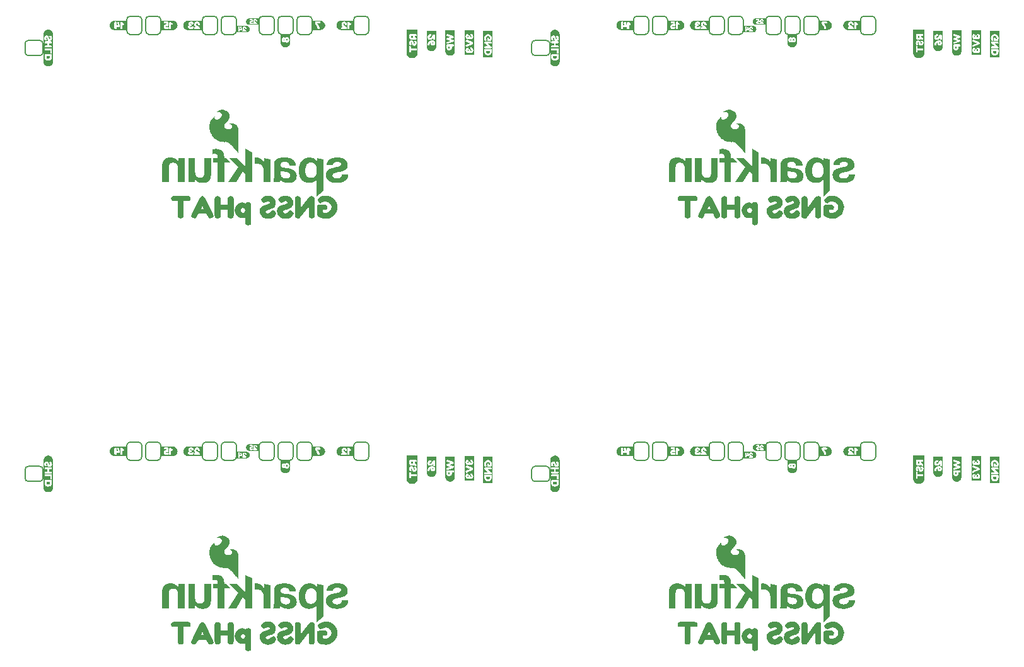
<source format=gbo>
%TF.GenerationSoftware,KiCad,Pcbnew,8.0.7*%
%TF.CreationDate,2025-01-31T11:01:19+00:00*%
%TF.ProjectId,SparkFun_GNSS_pHAT_panelized,53706172-6b46-4756-9e5f-474e53535f70,v10*%
%TF.SameCoordinates,Original*%
%TF.FileFunction,Legend,Bot*%
%TF.FilePolarity,Positive*%
%FSLAX46Y46*%
G04 Gerber Fmt 4.6, Leading zero omitted, Abs format (unit mm)*
G04 Created by KiCad (PCBNEW 8.0.7) date 2025-01-31 11:01:19*
%MOMM*%
%LPD*%
G01*
G04 APERTURE LIST*
%ADD10C,0.000000*%
%ADD11C,0.152400*%
G04 APERTURE END LIST*
D10*
%TO.C,kibuzzard-678F8F2B*%
G36*
X21236528Y47617626D02*
G01*
X21297749Y47608545D01*
X21357784Y47593507D01*
X21416057Y47572657D01*
X21472005Y47546195D01*
X21525090Y47514377D01*
X21574801Y47477509D01*
X21620658Y47435946D01*
X21662221Y47390088D01*
X21699089Y47340378D01*
X21730907Y47287292D01*
X21757369Y47231344D01*
X21778219Y47173072D01*
X21793257Y47113036D01*
X21802338Y47051816D01*
X21805375Y46990000D01*
X21802338Y46928184D01*
X21793257Y46866964D01*
X21778219Y46806928D01*
X21757369Y46748656D01*
X21730907Y46692708D01*
X21699089Y46639622D01*
X21662221Y46589912D01*
X21620658Y46544054D01*
X21574801Y46502491D01*
X21525090Y46465623D01*
X21472005Y46433805D01*
X21416057Y46407343D01*
X21357784Y46386493D01*
X21297749Y46371455D01*
X21236528Y46362374D01*
X21174712Y46359337D01*
X21174593Y46359337D01*
X20811217Y46359337D01*
X20301918Y46359337D01*
X19954278Y46359337D01*
X19596625Y46359337D01*
X19596625Y46833348D01*
X19954278Y46833348D01*
X19965405Y46738530D01*
X19998787Y46654362D01*
X20054422Y46580844D01*
X20126429Y46524017D01*
X20208928Y46489921D01*
X20301918Y46478555D01*
X20379171Y46484814D01*
X20450702Y46503591D01*
X20547984Y46552947D01*
X20578027Y46578698D01*
X20632390Y46665966D01*
X20579457Y46763247D01*
X20490759Y46811888D01*
X20393477Y46764678D01*
X20310502Y46741788D01*
X20241832Y46763247D01*
X20217512Y46823333D01*
X20243263Y46882704D01*
X20306210Y46906309D01*
X20362004Y46886280D01*
X20442118Y46851946D01*
X20535108Y46880558D01*
X20598771Y46923476D01*
X20616653Y46964964D01*
X20564280Y47366967D01*
X20681031Y47366967D01*
X20681031Y46623047D01*
X20709643Y46522904D01*
X20811217Y46494292D01*
X20911360Y46522904D01*
X20939972Y46624478D01*
X20939972Y47108026D01*
X20954278Y47095150D01*
X21042261Y47053662D01*
X21127383Y47103734D01*
X21171732Y47198155D01*
X21155280Y47243934D01*
X21111646Y47292575D01*
X20929958Y47455665D01*
X20907068Y47474263D01*
X20809786Y47498584D01*
X20709643Y47469256D01*
X20681031Y47366967D01*
X20564280Y47366967D01*
X20563721Y47371259D01*
X20556567Y47411316D01*
X20540115Y47450658D01*
X20500058Y47488569D01*
X20432104Y47501445D01*
X20104493Y47500014D01*
X20055137Y47497153D01*
X20016510Y47483562D01*
X19984321Y47443505D01*
X19974307Y47365536D01*
X19983606Y47294006D01*
X20014364Y47256094D01*
X20051560Y47243219D01*
X20097340Y47241073D01*
X20317655Y47241073D01*
X20327669Y47165250D01*
X20303349Y47168112D01*
X20296196Y47168112D01*
X20209246Y47156905D01*
X20129608Y47123286D01*
X20057283Y47067253D01*
X20000058Y46996438D01*
X19965723Y46918469D01*
X19954278Y46833348D01*
X19596625Y46833348D01*
X19596625Y47620663D01*
X19954278Y47620663D01*
X21174593Y47620663D01*
X21174712Y47620663D01*
X21236528Y47617626D01*
G37*
G36*
X21236528Y104867626D02*
G01*
X21297749Y104858545D01*
X21357784Y104843507D01*
X21416057Y104822657D01*
X21472005Y104796195D01*
X21525090Y104764377D01*
X21574801Y104727509D01*
X21620658Y104685946D01*
X21662221Y104640088D01*
X21699089Y104590378D01*
X21730907Y104537292D01*
X21757369Y104481344D01*
X21778219Y104423072D01*
X21793257Y104363036D01*
X21802338Y104301816D01*
X21805375Y104240000D01*
X21802338Y104178184D01*
X21793257Y104116964D01*
X21778219Y104056928D01*
X21757369Y103998656D01*
X21730907Y103942708D01*
X21699089Y103889622D01*
X21662221Y103839912D01*
X21620658Y103794054D01*
X21574801Y103752491D01*
X21525090Y103715623D01*
X21472005Y103683805D01*
X21416057Y103657343D01*
X21357784Y103636493D01*
X21297749Y103621455D01*
X21236528Y103612374D01*
X21174712Y103609337D01*
X21174593Y103609337D01*
X20811217Y103609337D01*
X20301918Y103609337D01*
X19954278Y103609337D01*
X19596625Y103609337D01*
X19596625Y104083348D01*
X19954278Y104083348D01*
X19965405Y103988530D01*
X19998787Y103904362D01*
X20054422Y103830844D01*
X20126429Y103774017D01*
X20208928Y103739921D01*
X20301918Y103728555D01*
X20379171Y103734814D01*
X20450702Y103753591D01*
X20547984Y103802947D01*
X20578027Y103828698D01*
X20632390Y103915966D01*
X20579457Y104013247D01*
X20490759Y104061888D01*
X20393477Y104014678D01*
X20310502Y103991788D01*
X20241832Y104013247D01*
X20217512Y104073333D01*
X20243263Y104132704D01*
X20306210Y104156309D01*
X20362004Y104136280D01*
X20442118Y104101946D01*
X20535108Y104130558D01*
X20598771Y104173476D01*
X20616653Y104214964D01*
X20564280Y104616967D01*
X20681031Y104616967D01*
X20681031Y103873047D01*
X20709643Y103772904D01*
X20811217Y103744292D01*
X20911360Y103772904D01*
X20939972Y103874478D01*
X20939972Y104358026D01*
X20954278Y104345150D01*
X21042261Y104303662D01*
X21127383Y104353734D01*
X21171732Y104448155D01*
X21155280Y104493934D01*
X21111646Y104542575D01*
X20929958Y104705665D01*
X20907068Y104724263D01*
X20809786Y104748584D01*
X20709643Y104719256D01*
X20681031Y104616967D01*
X20564280Y104616967D01*
X20563721Y104621259D01*
X20556567Y104661316D01*
X20540115Y104700658D01*
X20500058Y104738569D01*
X20432104Y104751445D01*
X20104493Y104750014D01*
X20055137Y104747153D01*
X20016510Y104733562D01*
X19984321Y104693505D01*
X19974307Y104615536D01*
X19983606Y104544006D01*
X20014364Y104506094D01*
X20051560Y104493219D01*
X20097340Y104491073D01*
X20317655Y104491073D01*
X20327669Y104415250D01*
X20303349Y104418112D01*
X20296196Y104418112D01*
X20209246Y104406905D01*
X20129608Y104373286D01*
X20057283Y104317253D01*
X20000058Y104246438D01*
X19965723Y104168469D01*
X19954278Y104083348D01*
X19596625Y104083348D01*
X19596625Y104870663D01*
X19954278Y104870663D01*
X21174593Y104870663D01*
X21174712Y104870663D01*
X21236528Y104867626D01*
G37*
G36*
X89276528Y47617626D02*
G01*
X89337749Y47608545D01*
X89397784Y47593507D01*
X89456057Y47572657D01*
X89512005Y47546195D01*
X89565090Y47514377D01*
X89614801Y47477509D01*
X89660658Y47435946D01*
X89702221Y47390088D01*
X89739089Y47340378D01*
X89770907Y47287292D01*
X89797369Y47231344D01*
X89818219Y47173072D01*
X89833257Y47113036D01*
X89842338Y47051816D01*
X89845375Y46990000D01*
X89842338Y46928184D01*
X89833257Y46866964D01*
X89818219Y46806928D01*
X89797369Y46748656D01*
X89770907Y46692708D01*
X89739089Y46639622D01*
X89702221Y46589912D01*
X89660658Y46544054D01*
X89614801Y46502491D01*
X89565090Y46465623D01*
X89512005Y46433805D01*
X89456057Y46407343D01*
X89397784Y46386493D01*
X89337749Y46371455D01*
X89276528Y46362374D01*
X89214712Y46359337D01*
X89214593Y46359337D01*
X88851217Y46359337D01*
X88341918Y46359337D01*
X87994278Y46359337D01*
X87636625Y46359337D01*
X87636625Y46833348D01*
X87994278Y46833348D01*
X88005405Y46738530D01*
X88038787Y46654362D01*
X88094422Y46580844D01*
X88166429Y46524017D01*
X88248928Y46489921D01*
X88341918Y46478555D01*
X88419171Y46484814D01*
X88490702Y46503591D01*
X88587984Y46552947D01*
X88618027Y46578698D01*
X88672390Y46665966D01*
X88619457Y46763247D01*
X88530759Y46811888D01*
X88433477Y46764678D01*
X88350502Y46741788D01*
X88281832Y46763247D01*
X88257512Y46823333D01*
X88283263Y46882704D01*
X88346210Y46906309D01*
X88402004Y46886280D01*
X88482118Y46851946D01*
X88575108Y46880558D01*
X88638771Y46923476D01*
X88656653Y46964964D01*
X88604280Y47366967D01*
X88721031Y47366967D01*
X88721031Y46623047D01*
X88749643Y46522904D01*
X88851217Y46494292D01*
X88951360Y46522904D01*
X88979972Y46624478D01*
X88979972Y47108026D01*
X88994278Y47095150D01*
X89082261Y47053662D01*
X89167383Y47103734D01*
X89211732Y47198155D01*
X89195280Y47243934D01*
X89151646Y47292575D01*
X88969958Y47455665D01*
X88947068Y47474263D01*
X88849786Y47498584D01*
X88749643Y47469256D01*
X88721031Y47366967D01*
X88604280Y47366967D01*
X88603721Y47371259D01*
X88596567Y47411316D01*
X88580115Y47450658D01*
X88540058Y47488569D01*
X88472104Y47501445D01*
X88144493Y47500014D01*
X88095137Y47497153D01*
X88056510Y47483562D01*
X88024321Y47443505D01*
X88014307Y47365536D01*
X88023606Y47294006D01*
X88054364Y47256094D01*
X88091560Y47243219D01*
X88137340Y47241073D01*
X88357655Y47241073D01*
X88367669Y47165250D01*
X88343349Y47168112D01*
X88336196Y47168112D01*
X88249246Y47156905D01*
X88169608Y47123286D01*
X88097283Y47067253D01*
X88040058Y46996438D01*
X88005723Y46918469D01*
X87994278Y46833348D01*
X87636625Y46833348D01*
X87636625Y47620663D01*
X87994278Y47620663D01*
X89214593Y47620663D01*
X89214712Y47620663D01*
X89276528Y47617626D01*
G37*
G36*
X89276528Y104867626D02*
G01*
X89337749Y104858545D01*
X89397784Y104843507D01*
X89456057Y104822657D01*
X89512005Y104796195D01*
X89565090Y104764377D01*
X89614801Y104727509D01*
X89660658Y104685946D01*
X89702221Y104640088D01*
X89739089Y104590378D01*
X89770907Y104537292D01*
X89797369Y104481344D01*
X89818219Y104423072D01*
X89833257Y104363036D01*
X89842338Y104301816D01*
X89845375Y104240000D01*
X89842338Y104178184D01*
X89833257Y104116964D01*
X89818219Y104056928D01*
X89797369Y103998656D01*
X89770907Y103942708D01*
X89739089Y103889622D01*
X89702221Y103839912D01*
X89660658Y103794054D01*
X89614801Y103752491D01*
X89565090Y103715623D01*
X89512005Y103683805D01*
X89456057Y103657343D01*
X89397784Y103636493D01*
X89337749Y103621455D01*
X89276528Y103612374D01*
X89214712Y103609337D01*
X89214593Y103609337D01*
X88851217Y103609337D01*
X88341918Y103609337D01*
X87994278Y103609337D01*
X87636625Y103609337D01*
X87636625Y104083348D01*
X87994278Y104083348D01*
X88005405Y103988530D01*
X88038787Y103904362D01*
X88094422Y103830844D01*
X88166429Y103774017D01*
X88248928Y103739921D01*
X88341918Y103728555D01*
X88419171Y103734814D01*
X88490702Y103753591D01*
X88587984Y103802947D01*
X88618027Y103828698D01*
X88672390Y103915966D01*
X88619457Y104013247D01*
X88530759Y104061888D01*
X88433477Y104014678D01*
X88350502Y103991788D01*
X88281832Y104013247D01*
X88257512Y104073333D01*
X88283263Y104132704D01*
X88346210Y104156309D01*
X88402004Y104136280D01*
X88482118Y104101946D01*
X88575108Y104130558D01*
X88638771Y104173476D01*
X88656653Y104214964D01*
X88604280Y104616967D01*
X88721031Y104616967D01*
X88721031Y103873047D01*
X88749643Y103772904D01*
X88851217Y103744292D01*
X88951360Y103772904D01*
X88979972Y103874478D01*
X88979972Y104358026D01*
X88994278Y104345150D01*
X89082261Y104303662D01*
X89167383Y104353734D01*
X89211732Y104448155D01*
X89195280Y104493934D01*
X89151646Y104542575D01*
X88969958Y104705665D01*
X88947068Y104724263D01*
X88849786Y104748584D01*
X88749643Y104719256D01*
X88721031Y104616967D01*
X88604280Y104616967D01*
X88603721Y104621259D01*
X88596567Y104661316D01*
X88580115Y104700658D01*
X88540058Y104738569D01*
X88472104Y104751445D01*
X88144493Y104750014D01*
X88095137Y104747153D01*
X88056510Y104733562D01*
X88024321Y104693505D01*
X88014307Y104615536D01*
X88023606Y104544006D01*
X88054364Y104506094D01*
X88091560Y104493219D01*
X88137340Y104491073D01*
X88357655Y104491073D01*
X88367669Y104415250D01*
X88343349Y104418112D01*
X88336196Y104418112D01*
X88249246Y104406905D01*
X88169608Y104373286D01*
X88097283Y104317253D01*
X88040058Y104246438D01*
X88005723Y104168469D01*
X87994278Y104083348D01*
X87636625Y104083348D01*
X87636625Y104870663D01*
X87994278Y104870663D01*
X89214593Y104870663D01*
X89214712Y104870663D01*
X89276528Y104867626D01*
G37*
%TO.C,kibuzzard-678F8ED3*%
G36*
X32741193Y47052530D02*
G01*
X32490835Y47052530D01*
X32399705Y47052530D01*
X31701708Y47052530D01*
X31458360Y47052530D01*
X31458277Y47052530D01*
X31414613Y47054675D01*
X31371370Y47061090D01*
X31328964Y47071712D01*
X31287803Y47086440D01*
X31248284Y47105131D01*
X31210787Y47127605D01*
X31175674Y47153647D01*
X31143282Y47183005D01*
X31113924Y47215397D01*
X31087882Y47250510D01*
X31065408Y47288007D01*
X31046716Y47327526D01*
X31031989Y47368687D01*
X31028069Y47384338D01*
X31458360Y47384338D01*
X31466149Y47317965D01*
X31489516Y47259048D01*
X31528460Y47207585D01*
X31578866Y47167806D01*
X31636615Y47143939D01*
X31701708Y47135983D01*
X31755785Y47140364D01*
X31805857Y47153508D01*
X31873954Y47188057D01*
X31894984Y47206083D01*
X31914947Y47238129D01*
X31945056Y47238129D01*
X31952066Y47186555D01*
X31975098Y47159016D01*
X32003639Y47149001D01*
X32038189Y47146999D01*
X32399705Y47146999D01*
X32463797Y47174538D01*
X32490835Y47240132D01*
X32481822Y47290954D01*
X32454784Y47337270D01*
X32419984Y47372946D01*
X32371665Y47409874D01*
X32318840Y47444298D01*
X32270521Y47472464D01*
X32227083Y47500504D01*
X32188904Y47534552D01*
X32162241Y47572106D01*
X32153353Y47610661D01*
X32156858Y47637199D01*
X32178890Y47663236D01*
X32229462Y47676755D01*
X32288046Y47655976D01*
X32307573Y47593637D01*
X32309076Y47561591D01*
X32318589Y47536054D01*
X32346629Y47515024D01*
X32399705Y47508515D01*
X32451779Y47515525D01*
X32479820Y47538558D01*
X32489333Y47566097D01*
X32490835Y47600647D01*
X32482824Y47664627D01*
X32458789Y47724379D01*
X32418732Y47779903D01*
X32365768Y47824411D01*
X32303011Y47851116D01*
X32230463Y47860017D01*
X32161365Y47851449D01*
X32099610Y47825746D01*
X32045199Y47782907D01*
X32002916Y47727828D01*
X31977546Y47665406D01*
X31969090Y47595639D01*
X31973972Y47545067D01*
X31988618Y47497499D01*
X32011275Y47454938D01*
X32040191Y47419388D01*
X32101279Y47366813D01*
X32161365Y47331262D01*
X32036186Y47331262D01*
X32001636Y47329259D01*
X31974598Y47319245D01*
X31952066Y47291205D01*
X31945056Y47238129D01*
X31914947Y47238129D01*
X31933038Y47267170D01*
X31895985Y47335268D01*
X31833897Y47369316D01*
X31765799Y47336269D01*
X31707716Y47320246D01*
X31659648Y47335268D01*
X31642624Y47377328D01*
X31660649Y47418887D01*
X31704712Y47435411D01*
X31743768Y47421391D01*
X31799848Y47397356D01*
X31864941Y47417385D01*
X31909505Y47447428D01*
X31922023Y47476469D01*
X31884970Y47760876D01*
X31879963Y47788916D01*
X31868446Y47816455D01*
X31840406Y47842993D01*
X31792838Y47852006D01*
X31563510Y47851004D01*
X31528961Y47849001D01*
X31501923Y47839488D01*
X31479390Y47811448D01*
X31472380Y47756870D01*
X31478890Y47706798D01*
X31500420Y47680260D01*
X31526458Y47671247D01*
X31558503Y47669745D01*
X31712724Y47669745D01*
X31719734Y47616670D01*
X31702709Y47618672D01*
X31697702Y47618672D01*
X31636837Y47610828D01*
X31581091Y47587294D01*
X31530463Y47548072D01*
X31490406Y47498501D01*
X31466372Y47443923D01*
X31458360Y47384338D01*
X31028069Y47384338D01*
X31021367Y47411093D01*
X31014952Y47454336D01*
X31012807Y47498000D01*
X31014952Y47541664D01*
X31021367Y47584907D01*
X31031989Y47627313D01*
X31046716Y47668474D01*
X31065408Y47707993D01*
X31087882Y47745490D01*
X31113924Y47780603D01*
X31143282Y47812995D01*
X31175674Y47842353D01*
X31210787Y47868395D01*
X31248284Y47890869D01*
X31287803Y47909560D01*
X31328964Y47924288D01*
X31371370Y47934910D01*
X31414613Y47941325D01*
X31458277Y47943470D01*
X31458360Y47943470D01*
X32490835Y47943470D01*
X32741193Y47943470D01*
X32741193Y47052530D01*
G37*
G36*
X100781193Y104302530D02*
G01*
X100530835Y104302530D01*
X100439705Y104302530D01*
X99741708Y104302530D01*
X99498360Y104302530D01*
X99498277Y104302530D01*
X99454613Y104304675D01*
X99411370Y104311090D01*
X99368964Y104321712D01*
X99327803Y104336440D01*
X99288284Y104355131D01*
X99250787Y104377605D01*
X99215674Y104403647D01*
X99183282Y104433005D01*
X99153924Y104465397D01*
X99127882Y104500510D01*
X99105408Y104538007D01*
X99086716Y104577526D01*
X99071989Y104618687D01*
X99068069Y104634338D01*
X99498360Y104634338D01*
X99506149Y104567965D01*
X99529516Y104509048D01*
X99568460Y104457585D01*
X99618866Y104417806D01*
X99676615Y104393939D01*
X99741708Y104385983D01*
X99795785Y104390364D01*
X99845857Y104403508D01*
X99913954Y104438057D01*
X99934984Y104456083D01*
X99954947Y104488129D01*
X99985056Y104488129D01*
X99992066Y104436555D01*
X100015098Y104409016D01*
X100043639Y104399001D01*
X100078189Y104396999D01*
X100439705Y104396999D01*
X100503797Y104424538D01*
X100530835Y104490132D01*
X100521822Y104540954D01*
X100494784Y104587270D01*
X100459984Y104622946D01*
X100411665Y104659874D01*
X100358840Y104694298D01*
X100310521Y104722464D01*
X100267083Y104750504D01*
X100228904Y104784552D01*
X100202241Y104822106D01*
X100193353Y104860661D01*
X100196858Y104887199D01*
X100218890Y104913236D01*
X100269462Y104926755D01*
X100328046Y104905976D01*
X100347573Y104843637D01*
X100349076Y104811591D01*
X100358589Y104786054D01*
X100386629Y104765024D01*
X100439705Y104758515D01*
X100491779Y104765525D01*
X100519820Y104788558D01*
X100529333Y104816097D01*
X100530835Y104850647D01*
X100522824Y104914627D01*
X100498789Y104974379D01*
X100458732Y105029903D01*
X100405768Y105074411D01*
X100343011Y105101116D01*
X100270463Y105110017D01*
X100201365Y105101449D01*
X100139610Y105075746D01*
X100085199Y105032907D01*
X100042916Y104977828D01*
X100017546Y104915406D01*
X100009090Y104845639D01*
X100013972Y104795067D01*
X100028618Y104747499D01*
X100051275Y104704938D01*
X100080191Y104669388D01*
X100141279Y104616813D01*
X100201365Y104581262D01*
X100076186Y104581262D01*
X100041636Y104579259D01*
X100014598Y104569245D01*
X99992066Y104541205D01*
X99985056Y104488129D01*
X99954947Y104488129D01*
X99973038Y104517170D01*
X99935985Y104585268D01*
X99873897Y104619316D01*
X99805799Y104586269D01*
X99747716Y104570246D01*
X99699648Y104585268D01*
X99682624Y104627328D01*
X99700649Y104668887D01*
X99744712Y104685411D01*
X99783768Y104671391D01*
X99839848Y104647356D01*
X99904941Y104667385D01*
X99949505Y104697428D01*
X99962023Y104726469D01*
X99924970Y105010876D01*
X99919963Y105038916D01*
X99908446Y105066455D01*
X99880406Y105092993D01*
X99832838Y105102006D01*
X99603510Y105101004D01*
X99568961Y105099001D01*
X99541923Y105089488D01*
X99519390Y105061448D01*
X99512380Y105006870D01*
X99518890Y104956798D01*
X99540420Y104930260D01*
X99566458Y104921247D01*
X99598503Y104919745D01*
X99752724Y104919745D01*
X99759734Y104866670D01*
X99742709Y104868672D01*
X99737702Y104868672D01*
X99676837Y104860828D01*
X99621091Y104837294D01*
X99570463Y104798072D01*
X99530406Y104748501D01*
X99506372Y104693923D01*
X99498360Y104634338D01*
X99068069Y104634338D01*
X99061367Y104661093D01*
X99054952Y104704336D01*
X99052807Y104748000D01*
X99054952Y104791664D01*
X99061367Y104834907D01*
X99071989Y104877313D01*
X99086716Y104918474D01*
X99105408Y104957993D01*
X99127882Y104995490D01*
X99153924Y105030603D01*
X99183282Y105062995D01*
X99215674Y105092353D01*
X99250787Y105118395D01*
X99288284Y105140869D01*
X99327803Y105159560D01*
X99368964Y105174288D01*
X99411370Y105184910D01*
X99454613Y105191325D01*
X99498277Y105193470D01*
X99498360Y105193470D01*
X100530835Y105193470D01*
X100781193Y105193470D01*
X100781193Y104302530D01*
G37*
G36*
X32741193Y104302530D02*
G01*
X32490835Y104302530D01*
X32399705Y104302530D01*
X31701708Y104302530D01*
X31458360Y104302530D01*
X31458277Y104302530D01*
X31414613Y104304675D01*
X31371370Y104311090D01*
X31328964Y104321712D01*
X31287803Y104336440D01*
X31248284Y104355131D01*
X31210787Y104377605D01*
X31175674Y104403647D01*
X31143282Y104433005D01*
X31113924Y104465397D01*
X31087882Y104500510D01*
X31065408Y104538007D01*
X31046716Y104577526D01*
X31031989Y104618687D01*
X31028069Y104634338D01*
X31458360Y104634338D01*
X31466149Y104567965D01*
X31489516Y104509048D01*
X31528460Y104457585D01*
X31578866Y104417806D01*
X31636615Y104393939D01*
X31701708Y104385983D01*
X31755785Y104390364D01*
X31805857Y104403508D01*
X31873954Y104438057D01*
X31894984Y104456083D01*
X31914947Y104488129D01*
X31945056Y104488129D01*
X31952066Y104436555D01*
X31975098Y104409016D01*
X32003639Y104399001D01*
X32038189Y104396999D01*
X32399705Y104396999D01*
X32463797Y104424538D01*
X32490835Y104490132D01*
X32481822Y104540954D01*
X32454784Y104587270D01*
X32419984Y104622946D01*
X32371665Y104659874D01*
X32318840Y104694298D01*
X32270521Y104722464D01*
X32227083Y104750504D01*
X32188904Y104784552D01*
X32162241Y104822106D01*
X32153353Y104860661D01*
X32156858Y104887199D01*
X32178890Y104913236D01*
X32229462Y104926755D01*
X32288046Y104905976D01*
X32307573Y104843637D01*
X32309076Y104811591D01*
X32318589Y104786054D01*
X32346629Y104765024D01*
X32399705Y104758515D01*
X32451779Y104765525D01*
X32479820Y104788558D01*
X32489333Y104816097D01*
X32490835Y104850647D01*
X32482824Y104914627D01*
X32458789Y104974379D01*
X32418732Y105029903D01*
X32365768Y105074411D01*
X32303011Y105101116D01*
X32230463Y105110017D01*
X32161365Y105101449D01*
X32099610Y105075746D01*
X32045199Y105032907D01*
X32002916Y104977828D01*
X31977546Y104915406D01*
X31969090Y104845639D01*
X31973972Y104795067D01*
X31988618Y104747499D01*
X32011275Y104704938D01*
X32040191Y104669388D01*
X32101279Y104616813D01*
X32161365Y104581262D01*
X32036186Y104581262D01*
X32001636Y104579259D01*
X31974598Y104569245D01*
X31952066Y104541205D01*
X31945056Y104488129D01*
X31914947Y104488129D01*
X31933038Y104517170D01*
X31895985Y104585268D01*
X31833897Y104619316D01*
X31765799Y104586269D01*
X31707716Y104570246D01*
X31659648Y104585268D01*
X31642624Y104627328D01*
X31660649Y104668887D01*
X31704712Y104685411D01*
X31743768Y104671391D01*
X31799848Y104647356D01*
X31864941Y104667385D01*
X31909505Y104697428D01*
X31922023Y104726469D01*
X31884970Y105010876D01*
X31879963Y105038916D01*
X31868446Y105066455D01*
X31840406Y105092993D01*
X31792838Y105102006D01*
X31563510Y105101004D01*
X31528961Y105099001D01*
X31501923Y105089488D01*
X31479390Y105061448D01*
X31472380Y105006870D01*
X31478890Y104956798D01*
X31500420Y104930260D01*
X31526458Y104921247D01*
X31558503Y104919745D01*
X31712724Y104919745D01*
X31719734Y104866670D01*
X31702709Y104868672D01*
X31697702Y104868672D01*
X31636837Y104860828D01*
X31581091Y104837294D01*
X31530463Y104798072D01*
X31490406Y104748501D01*
X31466372Y104693923D01*
X31458360Y104634338D01*
X31028069Y104634338D01*
X31021367Y104661093D01*
X31014952Y104704336D01*
X31012807Y104748000D01*
X31014952Y104791664D01*
X31021367Y104834907D01*
X31031989Y104877313D01*
X31046716Y104918474D01*
X31065408Y104957993D01*
X31087882Y104995490D01*
X31113924Y105030603D01*
X31143282Y105062995D01*
X31175674Y105092353D01*
X31210787Y105118395D01*
X31248284Y105140869D01*
X31287803Y105159560D01*
X31328964Y105174288D01*
X31371370Y105184910D01*
X31414613Y105191325D01*
X31458277Y105193470D01*
X31458360Y105193470D01*
X32490835Y105193470D01*
X32741193Y105193470D01*
X32741193Y104302530D01*
G37*
G36*
X100781193Y47052530D02*
G01*
X100530835Y47052530D01*
X100439705Y47052530D01*
X99741708Y47052530D01*
X99498360Y47052530D01*
X99498277Y47052530D01*
X99454613Y47054675D01*
X99411370Y47061090D01*
X99368964Y47071712D01*
X99327803Y47086440D01*
X99288284Y47105131D01*
X99250787Y47127605D01*
X99215674Y47153647D01*
X99183282Y47183005D01*
X99153924Y47215397D01*
X99127882Y47250510D01*
X99105408Y47288007D01*
X99086716Y47327526D01*
X99071989Y47368687D01*
X99068069Y47384338D01*
X99498360Y47384338D01*
X99506149Y47317965D01*
X99529516Y47259048D01*
X99568460Y47207585D01*
X99618866Y47167806D01*
X99676615Y47143939D01*
X99741708Y47135983D01*
X99795785Y47140364D01*
X99845857Y47153508D01*
X99913954Y47188057D01*
X99934984Y47206083D01*
X99954947Y47238129D01*
X99985056Y47238129D01*
X99992066Y47186555D01*
X100015098Y47159016D01*
X100043639Y47149001D01*
X100078189Y47146999D01*
X100439705Y47146999D01*
X100503797Y47174538D01*
X100530835Y47240132D01*
X100521822Y47290954D01*
X100494784Y47337270D01*
X100459984Y47372946D01*
X100411665Y47409874D01*
X100358840Y47444298D01*
X100310521Y47472464D01*
X100267083Y47500504D01*
X100228904Y47534552D01*
X100202241Y47572106D01*
X100193353Y47610661D01*
X100196858Y47637199D01*
X100218890Y47663236D01*
X100269462Y47676755D01*
X100328046Y47655976D01*
X100347573Y47593637D01*
X100349076Y47561591D01*
X100358589Y47536054D01*
X100386629Y47515024D01*
X100439705Y47508515D01*
X100491779Y47515525D01*
X100519820Y47538558D01*
X100529333Y47566097D01*
X100530835Y47600647D01*
X100522824Y47664627D01*
X100498789Y47724379D01*
X100458732Y47779903D01*
X100405768Y47824411D01*
X100343011Y47851116D01*
X100270463Y47860017D01*
X100201365Y47851449D01*
X100139610Y47825746D01*
X100085199Y47782907D01*
X100042916Y47727828D01*
X100017546Y47665406D01*
X100009090Y47595639D01*
X100013972Y47545067D01*
X100028618Y47497499D01*
X100051275Y47454938D01*
X100080191Y47419388D01*
X100141279Y47366813D01*
X100201365Y47331262D01*
X100076186Y47331262D01*
X100041636Y47329259D01*
X100014598Y47319245D01*
X99992066Y47291205D01*
X99985056Y47238129D01*
X99954947Y47238129D01*
X99973038Y47267170D01*
X99935985Y47335268D01*
X99873897Y47369316D01*
X99805799Y47336269D01*
X99747716Y47320246D01*
X99699648Y47335268D01*
X99682624Y47377328D01*
X99700649Y47418887D01*
X99744712Y47435411D01*
X99783768Y47421391D01*
X99839848Y47397356D01*
X99904941Y47417385D01*
X99949505Y47447428D01*
X99962023Y47476469D01*
X99924970Y47760876D01*
X99919963Y47788916D01*
X99908446Y47816455D01*
X99880406Y47842993D01*
X99832838Y47852006D01*
X99603510Y47851004D01*
X99568961Y47849001D01*
X99541923Y47839488D01*
X99519390Y47811448D01*
X99512380Y47756870D01*
X99518890Y47706798D01*
X99540420Y47680260D01*
X99566458Y47671247D01*
X99598503Y47669745D01*
X99752724Y47669745D01*
X99759734Y47616670D01*
X99742709Y47618672D01*
X99737702Y47618672D01*
X99676837Y47610828D01*
X99621091Y47587294D01*
X99570463Y47548072D01*
X99530406Y47498501D01*
X99506372Y47443923D01*
X99498360Y47384338D01*
X99068069Y47384338D01*
X99061367Y47411093D01*
X99054952Y47454336D01*
X99052807Y47498000D01*
X99054952Y47541664D01*
X99061367Y47584907D01*
X99071989Y47627313D01*
X99086716Y47668474D01*
X99105408Y47707993D01*
X99127882Y47745490D01*
X99153924Y47780603D01*
X99183282Y47812995D01*
X99215674Y47842353D01*
X99250787Y47868395D01*
X99288284Y47890869D01*
X99327803Y47909560D01*
X99368964Y47924288D01*
X99411370Y47934910D01*
X99454613Y47941325D01*
X99498277Y47943470D01*
X99498360Y47943470D01*
X100530835Y47943470D01*
X100781193Y47943470D01*
X100781193Y47052530D01*
G37*
%TO.C,kibuzzard-678F8E95*%
G36*
X45483527Y46361483D02*
G01*
X45125873Y46361483D01*
X44762497Y46361483D01*
X44440608Y46361483D01*
X43791109Y46361483D01*
X43790990Y46361483D01*
X43729385Y46364510D01*
X43668372Y46373560D01*
X43608541Y46388547D01*
X43550467Y46409326D01*
X43494709Y46435698D01*
X43441805Y46467407D01*
X43392263Y46504150D01*
X43346561Y46545571D01*
X43305140Y46591273D01*
X43290593Y46610887D01*
X43791109Y46610887D01*
X43801124Y46537210D01*
X43834028Y46497868D01*
X43874800Y46483562D01*
X43924156Y46480701D01*
X44440608Y46480701D01*
X44532168Y46520043D01*
X44570794Y46613748D01*
X44557919Y46686352D01*
X44519292Y46752518D01*
X44469578Y46803484D01*
X44400551Y46856237D01*
X44325086Y46905415D01*
X44256059Y46945651D01*
X44194006Y46985708D01*
X44139464Y47034349D01*
X44101374Y47087997D01*
X44088677Y47143076D01*
X44093684Y47180987D01*
X44125158Y47218183D01*
X44197404Y47237496D01*
X44281095Y47207811D01*
X44308992Y47118755D01*
X44311138Y47072976D01*
X44324729Y47036495D01*
X44364786Y47006452D01*
X44440608Y46997153D01*
X44515000Y47007167D01*
X44555058Y47040072D01*
X44568649Y47079413D01*
X44570794Y47128770D01*
X44559350Y47220170D01*
X44525015Y47305530D01*
X44490497Y47353376D01*
X44632311Y47353376D01*
X44632311Y46609456D01*
X44660923Y46509313D01*
X44762497Y46480701D01*
X44862640Y46509313D01*
X44891252Y46610887D01*
X44891252Y47094435D01*
X44905558Y47081559D01*
X44993541Y47040072D01*
X45078663Y47090143D01*
X45123012Y47184564D01*
X45106560Y47230343D01*
X45062926Y47278984D01*
X44881238Y47442074D01*
X44858348Y47460672D01*
X44761066Y47484993D01*
X44660923Y47455665D01*
X44632311Y47353376D01*
X44490497Y47353376D01*
X44467790Y47384850D01*
X44392127Y47448433D01*
X44302475Y47486582D01*
X44198835Y47499299D01*
X44100122Y47487059D01*
X44011901Y47450340D01*
X43934171Y47389142D01*
X43873767Y47310458D01*
X43837525Y47221283D01*
X43825444Y47121617D01*
X43832418Y47049371D01*
X43853341Y46981416D01*
X43885709Y46920615D01*
X43927018Y46869828D01*
X44014285Y46794721D01*
X44100122Y46743934D01*
X43921295Y46743934D01*
X43871939Y46741073D01*
X43833312Y46726767D01*
X43801124Y46686710D01*
X43791109Y46610887D01*
X43290593Y46610887D01*
X43268397Y46640815D01*
X43236688Y46693719D01*
X43210316Y46749477D01*
X43189537Y46807551D01*
X43174550Y46867382D01*
X43165500Y46928395D01*
X43162473Y46990000D01*
X43165500Y47051605D01*
X43174550Y47112618D01*
X43189537Y47172449D01*
X43210316Y47230523D01*
X43236688Y47286281D01*
X43268397Y47339185D01*
X43305140Y47388727D01*
X43346561Y47434429D01*
X43392263Y47475850D01*
X43441805Y47512593D01*
X43494709Y47544302D01*
X43550467Y47570674D01*
X43608541Y47591453D01*
X43668372Y47606440D01*
X43729385Y47615490D01*
X43790990Y47618517D01*
X43791109Y47618517D01*
X45125873Y47618517D01*
X45483527Y47618517D01*
X45483527Y46361483D01*
G37*
G36*
X113523527Y46361483D02*
G01*
X113165873Y46361483D01*
X112802497Y46361483D01*
X112480608Y46361483D01*
X111831109Y46361483D01*
X111830990Y46361483D01*
X111769385Y46364510D01*
X111708372Y46373560D01*
X111648541Y46388547D01*
X111590467Y46409326D01*
X111534709Y46435698D01*
X111481805Y46467407D01*
X111432263Y46504150D01*
X111386561Y46545571D01*
X111345140Y46591273D01*
X111330593Y46610887D01*
X111831109Y46610887D01*
X111841124Y46537210D01*
X111874028Y46497868D01*
X111914800Y46483562D01*
X111964156Y46480701D01*
X112480608Y46480701D01*
X112572168Y46520043D01*
X112610794Y46613748D01*
X112597919Y46686352D01*
X112559292Y46752518D01*
X112509578Y46803484D01*
X112440551Y46856237D01*
X112365086Y46905415D01*
X112296059Y46945651D01*
X112234006Y46985708D01*
X112179464Y47034349D01*
X112141374Y47087997D01*
X112128677Y47143076D01*
X112133684Y47180987D01*
X112165158Y47218183D01*
X112237404Y47237496D01*
X112321095Y47207811D01*
X112348992Y47118755D01*
X112351138Y47072976D01*
X112364729Y47036495D01*
X112404786Y47006452D01*
X112480608Y46997153D01*
X112555000Y47007167D01*
X112595058Y47040072D01*
X112608649Y47079413D01*
X112610794Y47128770D01*
X112599350Y47220170D01*
X112565015Y47305530D01*
X112530497Y47353376D01*
X112672311Y47353376D01*
X112672311Y46609456D01*
X112700923Y46509313D01*
X112802497Y46480701D01*
X112902640Y46509313D01*
X112931252Y46610887D01*
X112931252Y47094435D01*
X112945558Y47081559D01*
X113033541Y47040072D01*
X113118663Y47090143D01*
X113163012Y47184564D01*
X113146560Y47230343D01*
X113102926Y47278984D01*
X112921238Y47442074D01*
X112898348Y47460672D01*
X112801066Y47484993D01*
X112700923Y47455665D01*
X112672311Y47353376D01*
X112530497Y47353376D01*
X112507790Y47384850D01*
X112432127Y47448433D01*
X112342475Y47486582D01*
X112238835Y47499299D01*
X112140122Y47487059D01*
X112051901Y47450340D01*
X111974171Y47389142D01*
X111913767Y47310458D01*
X111877525Y47221283D01*
X111865444Y47121617D01*
X111872418Y47049371D01*
X111893341Y46981416D01*
X111925709Y46920615D01*
X111967018Y46869828D01*
X112054285Y46794721D01*
X112140122Y46743934D01*
X111961295Y46743934D01*
X111911939Y46741073D01*
X111873312Y46726767D01*
X111841124Y46686710D01*
X111831109Y46610887D01*
X111330593Y46610887D01*
X111308397Y46640815D01*
X111276688Y46693719D01*
X111250316Y46749477D01*
X111229537Y46807551D01*
X111214550Y46867382D01*
X111205500Y46928395D01*
X111202473Y46990000D01*
X111205500Y47051605D01*
X111214550Y47112618D01*
X111229537Y47172449D01*
X111250316Y47230523D01*
X111276688Y47286281D01*
X111308397Y47339185D01*
X111345140Y47388727D01*
X111386561Y47434429D01*
X111432263Y47475850D01*
X111481805Y47512593D01*
X111534709Y47544302D01*
X111590467Y47570674D01*
X111648541Y47591453D01*
X111708372Y47606440D01*
X111769385Y47615490D01*
X111830990Y47618517D01*
X111831109Y47618517D01*
X113165873Y47618517D01*
X113523527Y47618517D01*
X113523527Y46361483D01*
G37*
G36*
X45483527Y103611483D02*
G01*
X45125873Y103611483D01*
X44762497Y103611483D01*
X44440608Y103611483D01*
X43791109Y103611483D01*
X43790990Y103611483D01*
X43729385Y103614510D01*
X43668372Y103623560D01*
X43608541Y103638547D01*
X43550467Y103659326D01*
X43494709Y103685698D01*
X43441805Y103717407D01*
X43392263Y103754150D01*
X43346561Y103795571D01*
X43305140Y103841273D01*
X43290593Y103860887D01*
X43791109Y103860887D01*
X43801124Y103787210D01*
X43834028Y103747868D01*
X43874800Y103733562D01*
X43924156Y103730701D01*
X44440608Y103730701D01*
X44532168Y103770043D01*
X44570794Y103863748D01*
X44557919Y103936352D01*
X44519292Y104002518D01*
X44469578Y104053484D01*
X44400551Y104106237D01*
X44325086Y104155415D01*
X44256059Y104195651D01*
X44194006Y104235708D01*
X44139464Y104284349D01*
X44101374Y104337997D01*
X44088677Y104393076D01*
X44093684Y104430987D01*
X44125158Y104468183D01*
X44197404Y104487496D01*
X44281095Y104457811D01*
X44308992Y104368755D01*
X44311138Y104322976D01*
X44324729Y104286495D01*
X44364786Y104256452D01*
X44440608Y104247153D01*
X44515000Y104257167D01*
X44555058Y104290072D01*
X44568649Y104329413D01*
X44570794Y104378770D01*
X44559350Y104470170D01*
X44525015Y104555530D01*
X44490497Y104603376D01*
X44632311Y104603376D01*
X44632311Y103859456D01*
X44660923Y103759313D01*
X44762497Y103730701D01*
X44862640Y103759313D01*
X44891252Y103860887D01*
X44891252Y104344435D01*
X44905558Y104331559D01*
X44993541Y104290072D01*
X45078663Y104340143D01*
X45123012Y104434564D01*
X45106560Y104480343D01*
X45062926Y104528984D01*
X44881238Y104692074D01*
X44858348Y104710672D01*
X44761066Y104734993D01*
X44660923Y104705665D01*
X44632311Y104603376D01*
X44490497Y104603376D01*
X44467790Y104634850D01*
X44392127Y104698433D01*
X44302475Y104736582D01*
X44198835Y104749299D01*
X44100122Y104737059D01*
X44011901Y104700340D01*
X43934171Y104639142D01*
X43873767Y104560458D01*
X43837525Y104471283D01*
X43825444Y104371617D01*
X43832418Y104299371D01*
X43853341Y104231416D01*
X43885709Y104170615D01*
X43927018Y104119828D01*
X44014285Y104044721D01*
X44100122Y103993934D01*
X43921295Y103993934D01*
X43871939Y103991073D01*
X43833312Y103976767D01*
X43801124Y103936710D01*
X43791109Y103860887D01*
X43290593Y103860887D01*
X43268397Y103890815D01*
X43236688Y103943719D01*
X43210316Y103999477D01*
X43189537Y104057551D01*
X43174550Y104117382D01*
X43165500Y104178395D01*
X43162473Y104240000D01*
X43165500Y104301605D01*
X43174550Y104362618D01*
X43189537Y104422449D01*
X43210316Y104480523D01*
X43236688Y104536281D01*
X43268397Y104589185D01*
X43305140Y104638727D01*
X43346561Y104684429D01*
X43392263Y104725850D01*
X43441805Y104762593D01*
X43494709Y104794302D01*
X43550467Y104820674D01*
X43608541Y104841453D01*
X43668372Y104856440D01*
X43729385Y104865490D01*
X43790990Y104868517D01*
X43791109Y104868517D01*
X45125873Y104868517D01*
X45483527Y104868517D01*
X45483527Y103611483D01*
G37*
G36*
X113523527Y103611483D02*
G01*
X113165873Y103611483D01*
X112802497Y103611483D01*
X112480608Y103611483D01*
X111831109Y103611483D01*
X111830990Y103611483D01*
X111769385Y103614510D01*
X111708372Y103623560D01*
X111648541Y103638547D01*
X111590467Y103659326D01*
X111534709Y103685698D01*
X111481805Y103717407D01*
X111432263Y103754150D01*
X111386561Y103795571D01*
X111345140Y103841273D01*
X111330593Y103860887D01*
X111831109Y103860887D01*
X111841124Y103787210D01*
X111874028Y103747868D01*
X111914800Y103733562D01*
X111964156Y103730701D01*
X112480608Y103730701D01*
X112572168Y103770043D01*
X112610794Y103863748D01*
X112597919Y103936352D01*
X112559292Y104002518D01*
X112509578Y104053484D01*
X112440551Y104106237D01*
X112365086Y104155415D01*
X112296059Y104195651D01*
X112234006Y104235708D01*
X112179464Y104284349D01*
X112141374Y104337997D01*
X112128677Y104393076D01*
X112133684Y104430987D01*
X112165158Y104468183D01*
X112237404Y104487496D01*
X112321095Y104457811D01*
X112348992Y104368755D01*
X112351138Y104322976D01*
X112364729Y104286495D01*
X112404786Y104256452D01*
X112480608Y104247153D01*
X112555000Y104257167D01*
X112595058Y104290072D01*
X112608649Y104329413D01*
X112610794Y104378770D01*
X112599350Y104470170D01*
X112565015Y104555530D01*
X112530497Y104603376D01*
X112672311Y104603376D01*
X112672311Y103859456D01*
X112700923Y103759313D01*
X112802497Y103730701D01*
X112902640Y103759313D01*
X112931252Y103860887D01*
X112931252Y104344435D01*
X112945558Y104331559D01*
X113033541Y104290072D01*
X113118663Y104340143D01*
X113163012Y104434564D01*
X113146560Y104480343D01*
X113102926Y104528984D01*
X112921238Y104692074D01*
X112898348Y104710672D01*
X112801066Y104734993D01*
X112700923Y104705665D01*
X112672311Y104603376D01*
X112530497Y104603376D01*
X112507790Y104634850D01*
X112432127Y104698433D01*
X112342475Y104736582D01*
X112238835Y104749299D01*
X112140122Y104737059D01*
X112051901Y104700340D01*
X111974171Y104639142D01*
X111913767Y104560458D01*
X111877525Y104471283D01*
X111865444Y104371617D01*
X111872418Y104299371D01*
X111893341Y104231416D01*
X111925709Y104170615D01*
X111967018Y104119828D01*
X112054285Y104044721D01*
X112140122Y103993934D01*
X111961295Y103993934D01*
X111911939Y103991073D01*
X111873312Y103976767D01*
X111841124Y103936710D01*
X111831109Y103860887D01*
X111330593Y103860887D01*
X111308397Y103890815D01*
X111276688Y103943719D01*
X111250316Y103999477D01*
X111229537Y104057551D01*
X111214550Y104117382D01*
X111205500Y104178395D01*
X111202473Y104240000D01*
X111205500Y104301605D01*
X111214550Y104362618D01*
X111229537Y104422449D01*
X111250316Y104480523D01*
X111276688Y104536281D01*
X111308397Y104589185D01*
X111345140Y104638727D01*
X111386561Y104684429D01*
X111432263Y104725850D01*
X111481805Y104762593D01*
X111534709Y104794302D01*
X111590467Y104820674D01*
X111648541Y104841453D01*
X111708372Y104856440D01*
X111769385Y104865490D01*
X111830990Y104868517D01*
X111831109Y104868517D01*
X113165873Y104868517D01*
X113523527Y104868517D01*
X113523527Y103611483D01*
G37*
%TO.C,kibuzzard-679237B7*%
G36*
X61638531Y44577921D02*
G01*
X61638531Y43658035D01*
X61638531Y43271769D01*
X61638531Y43033333D01*
X60361469Y43033333D01*
X60361469Y43271769D01*
X60361469Y43658035D01*
X60486409Y43658035D01*
X60497218Y43553998D01*
X60529646Y43465061D01*
X60583691Y43391226D01*
X60650930Y43335988D01*
X60722938Y43302845D01*
X60799714Y43291798D01*
X60904506Y43316476D01*
X60975680Y43390510D01*
X61052933Y43310396D01*
X61110157Y43281426D01*
X61178827Y43271769D01*
X61271419Y43283929D01*
X61352726Y43320410D01*
X61422747Y43381211D01*
X61476395Y43460610D01*
X61508584Y43552885D01*
X61519313Y43658035D01*
X61508584Y43755794D01*
X61476395Y43844969D01*
X61422747Y43925560D01*
X61354952Y43989143D01*
X61280321Y44027293D01*
X61198856Y44040010D01*
X61131259Y44004244D01*
X61108727Y43896948D01*
X61124464Y43818264D01*
X61191702Y43776776D01*
X61199571Y43773915D01*
X61216738Y43763186D01*
X61238197Y43741726D01*
X61255365Y43707392D01*
X61263233Y43656605D01*
X61241059Y43567191D01*
X61181688Y43533572D01*
X61119456Y43561111D01*
X61098712Y43643729D01*
X61098712Y43683071D01*
X61092275Y43715975D01*
X61074392Y43748164D01*
X61037196Y43765331D01*
X60974249Y43773915D01*
X60902718Y43764616D01*
X60865522Y43734573D01*
X60853362Y43698093D01*
X60851216Y43652313D01*
X60851216Y43642299D01*
X60841917Y43575775D01*
X60805436Y43555031D01*
X60756080Y43578636D01*
X60738197Y43643729D01*
X60752504Y43705246D01*
X60795422Y43746733D01*
X60854395Y43790288D01*
X60871086Y43850374D01*
X60845494Y43926991D01*
X60766810Y43997806D01*
X60668097Y43977062D01*
X60663090Y43974917D01*
X60647353Y43967048D01*
X60623748Y43952742D01*
X60595136Y43929852D01*
X60564378Y43898379D01*
X60535050Y43856175D01*
X60510014Y43803243D01*
X60492847Y43737434D01*
X60486409Y43658035D01*
X60361469Y43658035D01*
X60361469Y44872628D01*
X60494993Y44872628D01*
X60576538Y44806819D01*
X61133047Y44580782D01*
X60576538Y44354745D01*
X60495708Y44287506D01*
X60516452Y44181640D01*
X60585122Y44099380D01*
X60683834Y44115832D01*
X61429185Y44454888D01*
X61481402Y44504244D01*
X61500715Y44577921D01*
X61482833Y44658035D01*
X61429185Y44706676D01*
X60683834Y45045732D01*
X60584406Y45060038D01*
X60516452Y44979924D01*
X60494993Y44872628D01*
X60361469Y44872628D01*
X60361469Y45507821D01*
X60486409Y45507821D01*
X60497218Y45403783D01*
X60529646Y45314847D01*
X60583691Y45241011D01*
X60650930Y45185773D01*
X60722938Y45152631D01*
X60799714Y45141583D01*
X60904506Y45166261D01*
X60975680Y45240296D01*
X61052933Y45160181D01*
X61110157Y45131211D01*
X61178827Y45121555D01*
X61271419Y45133715D01*
X61352726Y45170196D01*
X61422747Y45230997D01*
X61476395Y45310396D01*
X61508584Y45402670D01*
X61519313Y45507821D01*
X61508584Y45605579D01*
X61476395Y45694754D01*
X61422747Y45775346D01*
X61354952Y45838929D01*
X61280321Y45877078D01*
X61198856Y45889795D01*
X61131259Y45854030D01*
X61108727Y45746733D01*
X61124464Y45668050D01*
X61191702Y45626562D01*
X61199571Y45623701D01*
X61216738Y45612971D01*
X61238197Y45591512D01*
X61255365Y45557177D01*
X61263233Y45506390D01*
X61241059Y45416977D01*
X61181688Y45383357D01*
X61119456Y45410897D01*
X61098712Y45493515D01*
X61098712Y45532856D01*
X61092275Y45565761D01*
X61074392Y45597949D01*
X61037196Y45615117D01*
X60974249Y45623701D01*
X60902718Y45614402D01*
X60865522Y45584359D01*
X60853362Y45547878D01*
X60851216Y45502098D01*
X60851216Y45492084D01*
X60841917Y45425560D01*
X60805436Y45404816D01*
X60756080Y45428422D01*
X60738197Y45493515D01*
X60752504Y45555031D01*
X60795422Y45596519D01*
X60854395Y45640073D01*
X60871086Y45700159D01*
X60845494Y45776776D01*
X60766810Y45847592D01*
X60668097Y45826848D01*
X60663090Y45824702D01*
X60647353Y45816834D01*
X60623748Y45802527D01*
X60595136Y45779638D01*
X60564378Y45748164D01*
X60535050Y45705961D01*
X60510014Y45653028D01*
X60492847Y45587220D01*
X60486409Y45507821D01*
X60361469Y45507821D01*
X60361469Y45889795D01*
X60361469Y46366667D01*
X61638531Y46366667D01*
X61638531Y45889795D01*
X61638531Y45507821D01*
X61638531Y44577921D01*
G37*
G36*
X61638531Y101827921D02*
G01*
X61638531Y100908035D01*
X61638531Y100521769D01*
X61638531Y100283333D01*
X60361469Y100283333D01*
X60361469Y100521769D01*
X60361469Y100908035D01*
X60486409Y100908035D01*
X60497218Y100803998D01*
X60529646Y100715061D01*
X60583691Y100641226D01*
X60650930Y100585988D01*
X60722938Y100552845D01*
X60799714Y100541798D01*
X60904506Y100566476D01*
X60975680Y100640510D01*
X61052933Y100560396D01*
X61110157Y100531426D01*
X61178827Y100521769D01*
X61271419Y100533929D01*
X61352726Y100570410D01*
X61422747Y100631211D01*
X61476395Y100710610D01*
X61508584Y100802885D01*
X61519313Y100908035D01*
X61508584Y101005794D01*
X61476395Y101094969D01*
X61422747Y101175560D01*
X61354952Y101239143D01*
X61280321Y101277293D01*
X61198856Y101290010D01*
X61131259Y101254244D01*
X61108727Y101146948D01*
X61124464Y101068264D01*
X61191702Y101026776D01*
X61199571Y101023915D01*
X61216738Y101013186D01*
X61238197Y100991726D01*
X61255365Y100957392D01*
X61263233Y100906605D01*
X61241059Y100817191D01*
X61181688Y100783572D01*
X61119456Y100811111D01*
X61098712Y100893729D01*
X61098712Y100933071D01*
X61092275Y100965975D01*
X61074392Y100998164D01*
X61037196Y101015331D01*
X60974249Y101023915D01*
X60902718Y101014616D01*
X60865522Y100984573D01*
X60853362Y100948093D01*
X60851216Y100902313D01*
X60851216Y100892299D01*
X60841917Y100825775D01*
X60805436Y100805031D01*
X60756080Y100828636D01*
X60738197Y100893729D01*
X60752504Y100955246D01*
X60795422Y100996733D01*
X60854395Y101040288D01*
X60871086Y101100374D01*
X60845494Y101176991D01*
X60766810Y101247806D01*
X60668097Y101227062D01*
X60663090Y101224917D01*
X60647353Y101217048D01*
X60623748Y101202742D01*
X60595136Y101179852D01*
X60564378Y101148379D01*
X60535050Y101106175D01*
X60510014Y101053243D01*
X60492847Y100987434D01*
X60486409Y100908035D01*
X60361469Y100908035D01*
X60361469Y102122628D01*
X60494993Y102122628D01*
X60576538Y102056819D01*
X61133047Y101830782D01*
X60576538Y101604745D01*
X60495708Y101537506D01*
X60516452Y101431640D01*
X60585122Y101349380D01*
X60683834Y101365832D01*
X61429185Y101704888D01*
X61481402Y101754244D01*
X61500715Y101827921D01*
X61482833Y101908035D01*
X61429185Y101956676D01*
X60683834Y102295732D01*
X60584406Y102310038D01*
X60516452Y102229924D01*
X60494993Y102122628D01*
X60361469Y102122628D01*
X60361469Y102757821D01*
X60486409Y102757821D01*
X60497218Y102653783D01*
X60529646Y102564847D01*
X60583691Y102491011D01*
X60650930Y102435773D01*
X60722938Y102402631D01*
X60799714Y102391583D01*
X60904506Y102416261D01*
X60975680Y102490296D01*
X61052933Y102410181D01*
X61110157Y102381211D01*
X61178827Y102371555D01*
X61271419Y102383715D01*
X61352726Y102420196D01*
X61422747Y102480997D01*
X61476395Y102560396D01*
X61508584Y102652670D01*
X61519313Y102757821D01*
X61508584Y102855579D01*
X61476395Y102944754D01*
X61422747Y103025346D01*
X61354952Y103088929D01*
X61280321Y103127078D01*
X61198856Y103139795D01*
X61131259Y103104030D01*
X61108727Y102996733D01*
X61124464Y102918050D01*
X61191702Y102876562D01*
X61199571Y102873701D01*
X61216738Y102862971D01*
X61238197Y102841512D01*
X61255365Y102807177D01*
X61263233Y102756390D01*
X61241059Y102666977D01*
X61181688Y102633357D01*
X61119456Y102660897D01*
X61098712Y102743515D01*
X61098712Y102782856D01*
X61092275Y102815761D01*
X61074392Y102847949D01*
X61037196Y102865117D01*
X60974249Y102873701D01*
X60902718Y102864402D01*
X60865522Y102834359D01*
X60853362Y102797878D01*
X60851216Y102752098D01*
X60851216Y102742084D01*
X60841917Y102675560D01*
X60805436Y102654816D01*
X60756080Y102678422D01*
X60738197Y102743515D01*
X60752504Y102805031D01*
X60795422Y102846519D01*
X60854395Y102890073D01*
X60871086Y102950159D01*
X60845494Y103026776D01*
X60766810Y103097592D01*
X60668097Y103076848D01*
X60663090Y103074702D01*
X60647353Y103066834D01*
X60623748Y103052527D01*
X60595136Y103029638D01*
X60564378Y102998164D01*
X60535050Y102955961D01*
X60510014Y102903028D01*
X60492847Y102837220D01*
X60486409Y102757821D01*
X60361469Y102757821D01*
X60361469Y103139795D01*
X60361469Y103616667D01*
X61638531Y103616667D01*
X61638531Y103139795D01*
X61638531Y102757821D01*
X61638531Y101827921D01*
G37*
G36*
X129678531Y44577921D02*
G01*
X129678531Y43658035D01*
X129678531Y43271769D01*
X129678531Y43033333D01*
X128401469Y43033333D01*
X128401469Y43271769D01*
X128401469Y43658035D01*
X128526409Y43658035D01*
X128537218Y43553998D01*
X128569646Y43465061D01*
X128623691Y43391226D01*
X128690930Y43335988D01*
X128762938Y43302845D01*
X128839714Y43291798D01*
X128944506Y43316476D01*
X129015680Y43390510D01*
X129092933Y43310396D01*
X129150157Y43281426D01*
X129218827Y43271769D01*
X129311419Y43283929D01*
X129392726Y43320410D01*
X129462747Y43381211D01*
X129516395Y43460610D01*
X129548584Y43552885D01*
X129559313Y43658035D01*
X129548584Y43755794D01*
X129516395Y43844969D01*
X129462747Y43925560D01*
X129394952Y43989143D01*
X129320321Y44027293D01*
X129238856Y44040010D01*
X129171259Y44004244D01*
X129148727Y43896948D01*
X129164464Y43818264D01*
X129231702Y43776776D01*
X129239571Y43773915D01*
X129256738Y43763186D01*
X129278197Y43741726D01*
X129295365Y43707392D01*
X129303233Y43656605D01*
X129281059Y43567191D01*
X129221688Y43533572D01*
X129159456Y43561111D01*
X129138712Y43643729D01*
X129138712Y43683071D01*
X129132275Y43715975D01*
X129114392Y43748164D01*
X129077196Y43765331D01*
X129014249Y43773915D01*
X128942718Y43764616D01*
X128905522Y43734573D01*
X128893362Y43698093D01*
X128891216Y43652313D01*
X128891216Y43642299D01*
X128881917Y43575775D01*
X128845436Y43555031D01*
X128796080Y43578636D01*
X128778197Y43643729D01*
X128792504Y43705246D01*
X128835422Y43746733D01*
X128894395Y43790288D01*
X128911086Y43850374D01*
X128885494Y43926991D01*
X128806810Y43997806D01*
X128708097Y43977062D01*
X128703090Y43974917D01*
X128687353Y43967048D01*
X128663748Y43952742D01*
X128635136Y43929852D01*
X128604378Y43898379D01*
X128575050Y43856175D01*
X128550014Y43803243D01*
X128532847Y43737434D01*
X128526409Y43658035D01*
X128401469Y43658035D01*
X128401469Y44872628D01*
X128534993Y44872628D01*
X128616538Y44806819D01*
X129173047Y44580782D01*
X128616538Y44354745D01*
X128535708Y44287506D01*
X128556452Y44181640D01*
X128625122Y44099380D01*
X128723834Y44115832D01*
X129469185Y44454888D01*
X129521402Y44504244D01*
X129540715Y44577921D01*
X129522833Y44658035D01*
X129469185Y44706676D01*
X128723834Y45045732D01*
X128624406Y45060038D01*
X128556452Y44979924D01*
X128534993Y44872628D01*
X128401469Y44872628D01*
X128401469Y45507821D01*
X128526409Y45507821D01*
X128537218Y45403783D01*
X128569646Y45314847D01*
X128623691Y45241011D01*
X128690930Y45185773D01*
X128762938Y45152631D01*
X128839714Y45141583D01*
X128944506Y45166261D01*
X129015680Y45240296D01*
X129092933Y45160181D01*
X129150157Y45131211D01*
X129218827Y45121555D01*
X129311419Y45133715D01*
X129392726Y45170196D01*
X129462747Y45230997D01*
X129516395Y45310396D01*
X129548584Y45402670D01*
X129559313Y45507821D01*
X129548584Y45605579D01*
X129516395Y45694754D01*
X129462747Y45775346D01*
X129394952Y45838929D01*
X129320321Y45877078D01*
X129238856Y45889795D01*
X129171259Y45854030D01*
X129148727Y45746733D01*
X129164464Y45668050D01*
X129231702Y45626562D01*
X129239571Y45623701D01*
X129256738Y45612971D01*
X129278197Y45591512D01*
X129295365Y45557177D01*
X129303233Y45506390D01*
X129281059Y45416977D01*
X129221688Y45383357D01*
X129159456Y45410897D01*
X129138712Y45493515D01*
X129138712Y45532856D01*
X129132275Y45565761D01*
X129114392Y45597949D01*
X129077196Y45615117D01*
X129014249Y45623701D01*
X128942718Y45614402D01*
X128905522Y45584359D01*
X128893362Y45547878D01*
X128891216Y45502098D01*
X128891216Y45492084D01*
X128881917Y45425560D01*
X128845436Y45404816D01*
X128796080Y45428422D01*
X128778197Y45493515D01*
X128792504Y45555031D01*
X128835422Y45596519D01*
X128894395Y45640073D01*
X128911086Y45700159D01*
X128885494Y45776776D01*
X128806810Y45847592D01*
X128708097Y45826848D01*
X128703090Y45824702D01*
X128687353Y45816834D01*
X128663748Y45802527D01*
X128635136Y45779638D01*
X128604378Y45748164D01*
X128575050Y45705961D01*
X128550014Y45653028D01*
X128532847Y45587220D01*
X128526409Y45507821D01*
X128401469Y45507821D01*
X128401469Y45889795D01*
X128401469Y46366667D01*
X129678531Y46366667D01*
X129678531Y45889795D01*
X129678531Y45507821D01*
X129678531Y44577921D01*
G37*
G36*
X129678531Y101827921D02*
G01*
X129678531Y100908035D01*
X129678531Y100521769D01*
X129678531Y100283333D01*
X128401469Y100283333D01*
X128401469Y100521769D01*
X128401469Y100908035D01*
X128526409Y100908035D01*
X128537218Y100803998D01*
X128569646Y100715061D01*
X128623691Y100641226D01*
X128690930Y100585988D01*
X128762938Y100552845D01*
X128839714Y100541798D01*
X128944506Y100566476D01*
X129015680Y100640510D01*
X129092933Y100560396D01*
X129150157Y100531426D01*
X129218827Y100521769D01*
X129311419Y100533929D01*
X129392726Y100570410D01*
X129462747Y100631211D01*
X129516395Y100710610D01*
X129548584Y100802885D01*
X129559313Y100908035D01*
X129548584Y101005794D01*
X129516395Y101094969D01*
X129462747Y101175560D01*
X129394952Y101239143D01*
X129320321Y101277293D01*
X129238856Y101290010D01*
X129171259Y101254244D01*
X129148727Y101146948D01*
X129164464Y101068264D01*
X129231702Y101026776D01*
X129239571Y101023915D01*
X129256738Y101013186D01*
X129278197Y100991726D01*
X129295365Y100957392D01*
X129303233Y100906605D01*
X129281059Y100817191D01*
X129221688Y100783572D01*
X129159456Y100811111D01*
X129138712Y100893729D01*
X129138712Y100933071D01*
X129132275Y100965975D01*
X129114392Y100998164D01*
X129077196Y101015331D01*
X129014249Y101023915D01*
X128942718Y101014616D01*
X128905522Y100984573D01*
X128893362Y100948093D01*
X128891216Y100902313D01*
X128891216Y100892299D01*
X128881917Y100825775D01*
X128845436Y100805031D01*
X128796080Y100828636D01*
X128778197Y100893729D01*
X128792504Y100955246D01*
X128835422Y100996733D01*
X128894395Y101040288D01*
X128911086Y101100374D01*
X128885494Y101176991D01*
X128806810Y101247806D01*
X128708097Y101227062D01*
X128703090Y101224917D01*
X128687353Y101217048D01*
X128663748Y101202742D01*
X128635136Y101179852D01*
X128604378Y101148379D01*
X128575050Y101106175D01*
X128550014Y101053243D01*
X128532847Y100987434D01*
X128526409Y100908035D01*
X128401469Y100908035D01*
X128401469Y102122628D01*
X128534993Y102122628D01*
X128616538Y102056819D01*
X129173047Y101830782D01*
X128616538Y101604745D01*
X128535708Y101537506D01*
X128556452Y101431640D01*
X128625122Y101349380D01*
X128723834Y101365832D01*
X129469185Y101704888D01*
X129521402Y101754244D01*
X129540715Y101827921D01*
X129522833Y101908035D01*
X129469185Y101956676D01*
X128723834Y102295732D01*
X128624406Y102310038D01*
X128556452Y102229924D01*
X128534993Y102122628D01*
X128401469Y102122628D01*
X128401469Y102757821D01*
X128526409Y102757821D01*
X128537218Y102653783D01*
X128569646Y102564847D01*
X128623691Y102491011D01*
X128690930Y102435773D01*
X128762938Y102402631D01*
X128839714Y102391583D01*
X128944506Y102416261D01*
X129015680Y102490296D01*
X129092933Y102410181D01*
X129150157Y102381211D01*
X129218827Y102371555D01*
X129311419Y102383715D01*
X129392726Y102420196D01*
X129462747Y102480997D01*
X129516395Y102560396D01*
X129548584Y102652670D01*
X129559313Y102757821D01*
X129548584Y102855579D01*
X129516395Y102944754D01*
X129462747Y103025346D01*
X129394952Y103088929D01*
X129320321Y103127078D01*
X129238856Y103139795D01*
X129171259Y103104030D01*
X129148727Y102996733D01*
X129164464Y102918050D01*
X129231702Y102876562D01*
X129239571Y102873701D01*
X129256738Y102862971D01*
X129278197Y102841512D01*
X129295365Y102807177D01*
X129303233Y102756390D01*
X129281059Y102666977D01*
X129221688Y102633357D01*
X129159456Y102660897D01*
X129138712Y102743515D01*
X129138712Y102782856D01*
X129132275Y102815761D01*
X129114392Y102847949D01*
X129077196Y102865117D01*
X129014249Y102873701D01*
X128942718Y102864402D01*
X128905522Y102834359D01*
X128893362Y102797878D01*
X128891216Y102752098D01*
X128891216Y102742084D01*
X128881917Y102675560D01*
X128845436Y102654816D01*
X128796080Y102678422D01*
X128778197Y102743515D01*
X128792504Y102805031D01*
X128835422Y102846519D01*
X128894395Y102890073D01*
X128911086Y102950159D01*
X128885494Y103026776D01*
X128806810Y103097592D01*
X128708097Y103076848D01*
X128703090Y103074702D01*
X128687353Y103066834D01*
X128663748Y103052527D01*
X128635136Y103029638D01*
X128604378Y102998164D01*
X128575050Y102955961D01*
X128550014Y102903028D01*
X128532847Y102837220D01*
X128526409Y102757821D01*
X128401469Y102757821D01*
X128401469Y103139795D01*
X128401469Y103616667D01*
X129678531Y103616667D01*
X129678531Y103139795D01*
X129678531Y102757821D01*
X129678531Y101827921D01*
G37*
D11*
%TO.C,JP23*%
X25146000Y46228000D02*
X25146000Y47752000D01*
X26720800Y48209200D02*
X25603200Y48209200D01*
X26720800Y45770800D02*
X25603200Y45770800D01*
X27178000Y47752000D02*
X27178000Y46228000D01*
X25146000Y47752000D02*
G75*
G02*
X25603200Y48209200I457200J0D01*
G01*
X25603200Y45770800D02*
G75*
G02*
X25146000Y46228000I1J457201D01*
G01*
X26720800Y48209200D02*
G75*
G02*
X27178000Y47752000I0J-457200D01*
G01*
X27178000Y46228000D02*
G75*
G02*
X26720800Y45770800I-457201J1D01*
G01*
X93186000Y103478000D02*
X93186000Y105002000D01*
X94760800Y105459200D02*
X93643200Y105459200D01*
X94760800Y103020800D02*
X93643200Y103020800D01*
X95218000Y105002000D02*
X95218000Y103478000D01*
X93186000Y105002000D02*
G75*
G02*
X93643200Y105459200I457200J0D01*
G01*
X93643200Y103020800D02*
G75*
G02*
X93186000Y103478000I1J457201D01*
G01*
X94760800Y105459200D02*
G75*
G02*
X95218000Y105002000I0J-457200D01*
G01*
X95218000Y103478000D02*
G75*
G02*
X94760800Y103020800I-457201J1D01*
G01*
X25146000Y103478000D02*
X25146000Y105002000D01*
X26720800Y105459200D02*
X25603200Y105459200D01*
X26720800Y103020800D02*
X25603200Y103020800D01*
X27178000Y105002000D02*
X27178000Y103478000D01*
X25146000Y105002000D02*
G75*
G02*
X25603200Y105459200I457200J0D01*
G01*
X25603200Y103020800D02*
G75*
G02*
X25146000Y103478000I1J457201D01*
G01*
X26720800Y105459200D02*
G75*
G02*
X27178000Y105002000I0J-457200D01*
G01*
X27178000Y103478000D02*
G75*
G02*
X26720800Y103020800I-457201J1D01*
G01*
X93186000Y46228000D02*
X93186000Y47752000D01*
X94760800Y48209200D02*
X93643200Y48209200D01*
X94760800Y45770800D02*
X93643200Y45770800D01*
X95218000Y47752000D02*
X95218000Y46228000D01*
X93186000Y47752000D02*
G75*
G02*
X93643200Y48209200I457200J0D01*
G01*
X93643200Y45770800D02*
G75*
G02*
X93186000Y46228000I1J457201D01*
G01*
X94760800Y48209200D02*
G75*
G02*
X95218000Y47752000I0J-457200D01*
G01*
X95218000Y46228000D02*
G75*
G02*
X94760800Y45770800I-457201J1D01*
G01*
D10*
%TO.C,kibuzzard-67923C07*%
G36*
X25357511Y23969099D02*
G01*
X25507725Y23803863D01*
X26584979Y21572103D01*
X26640773Y21269528D01*
X26400429Y21061373D01*
X26087124Y20999142D01*
X25872532Y21237339D01*
X25675107Y21649356D01*
X25353219Y21649356D01*
X24619313Y21649356D01*
X24421888Y21241631D01*
X24211588Y20994850D01*
X23893991Y21057082D01*
X23655794Y21267382D01*
X23713734Y21572103D01*
X24074894Y22318884D01*
X24949785Y22318884D01*
X25353219Y22318884D01*
X25151502Y22735193D01*
X24949785Y22318884D01*
X24074894Y22318884D01*
X24790987Y23799571D01*
X24937983Y23973391D01*
X25147210Y24031330D01*
X25357511Y23969099D01*
G37*
G36*
X23351073Y24029185D02*
G01*
X23449785Y23994850D01*
X23533476Y23896137D01*
X23559227Y23709442D01*
X23533476Y23516309D01*
X23451931Y23415451D01*
X23355365Y23381116D01*
X23233047Y23374678D01*
X22636481Y23374678D01*
X22636481Y21413305D01*
X22630043Y21269528D01*
X22591416Y21153648D01*
X22475536Y21057082D01*
X22254506Y21027039D01*
X22031330Y21057082D01*
X21911159Y21151502D01*
X21870386Y21265236D01*
X21863948Y21409013D01*
X21863948Y23374678D01*
X21271674Y23374678D01*
X21149356Y23381116D01*
X21050644Y23415451D01*
X20966953Y23516309D01*
X20941202Y23705150D01*
X20966953Y23893991D01*
X21048498Y23994850D01*
X21145064Y24029185D01*
X21267382Y24035622D01*
X23228755Y24035622D01*
X23351073Y24029185D01*
G37*
G36*
X40033476Y23999142D02*
G01*
X40151502Y23906867D01*
X40194421Y23793133D01*
X40203004Y23649356D01*
X40203004Y21421888D01*
X40194421Y21271674D01*
X40153648Y21153648D01*
X40037768Y21057082D01*
X39816738Y21027039D01*
X39589270Y21057082D01*
X39469099Y21153648D01*
X39428326Y21269528D01*
X39421888Y21417597D01*
X39421888Y22610730D01*
X38310300Y21142918D01*
X38183691Y21050644D01*
X37962661Y21027039D01*
X37735193Y21057082D01*
X37615021Y21153648D01*
X37574249Y21269528D01*
X37567811Y21417597D01*
X37567811Y23632189D01*
X37574249Y23780258D01*
X37615021Y23898283D01*
X37735193Y23996996D01*
X37958369Y24027039D01*
X38181545Y23996996D01*
X38301717Y23904721D01*
X38344635Y23790987D01*
X38353219Y23649356D01*
X38353219Y22417597D01*
X39426180Y23859657D01*
X39503433Y23947639D01*
X39612876Y24001288D01*
X39808155Y24027039D01*
X40033476Y23999142D01*
G37*
G36*
X29177253Y24001288D02*
G01*
X29297425Y23902575D01*
X29338197Y23784549D01*
X29344635Y23640773D01*
X29344635Y21426180D01*
X29338197Y21278112D01*
X29297425Y21160086D01*
X29177253Y21061373D01*
X28954077Y21031330D01*
X28726609Y21061373D01*
X28606438Y21157940D01*
X28565665Y21273820D01*
X28559227Y21421888D01*
X28559227Y22194421D01*
X27580687Y22194421D01*
X27580687Y21426180D01*
X27574249Y21278112D01*
X27533476Y21160086D01*
X27413305Y21061373D01*
X27190129Y21031330D01*
X26962661Y21061373D01*
X26842489Y21157940D01*
X26801717Y21273820D01*
X26795279Y21421888D01*
X26795279Y23636481D01*
X26801717Y23784549D01*
X26842489Y23902575D01*
X26962661Y24001288D01*
X27185837Y24031330D01*
X27413305Y24001288D01*
X27533476Y23902575D01*
X27574249Y23784549D01*
X27580687Y23640773D01*
X27580687Y22863948D01*
X28559227Y22863948D01*
X28559227Y23636481D01*
X28565665Y23784549D01*
X28606438Y23902575D01*
X28726609Y24001288D01*
X28949785Y24031330D01*
X29177253Y24001288D01*
G37*
G36*
X31514163Y23177253D02*
G01*
X31630043Y23080687D01*
X31668670Y22966953D01*
X31675107Y22825322D01*
X31675107Y20494850D01*
X31672961Y20378970D01*
X31651502Y20282403D01*
X31593562Y20194421D01*
X31479828Y20140773D01*
X31293133Y20117167D01*
X31069957Y20147210D01*
X30949785Y20239485D01*
X30909013Y20357511D01*
X30906867Y20499142D01*
X30906867Y21190129D01*
X30719099Y21106438D01*
X30602146Y21091605D01*
X30499142Y21078541D01*
X30248784Y21113114D01*
X30018455Y21216834D01*
X29808155Y21389700D01*
X29641249Y21609776D01*
X29541106Y21855126D01*
X29508784Y22117167D01*
X30288841Y22117167D01*
X30383262Y21900429D01*
X30602146Y21808155D01*
X30816738Y21900429D01*
X30906867Y22117167D01*
X30816738Y22336052D01*
X30597854Y22426180D01*
X30378970Y22336052D01*
X30288841Y22117167D01*
X29508784Y22117167D01*
X29507725Y22125751D01*
X29541583Y22393753D01*
X29643157Y22642680D01*
X29812446Y22872532D01*
X30024177Y23056128D01*
X30253076Y23166285D01*
X30499142Y23203004D01*
X30723391Y23169742D01*
X30924034Y23069957D01*
X31064592Y23172961D01*
X31297425Y23207296D01*
X31514163Y23177253D01*
G37*
G36*
X34272151Y24049690D02*
G01*
X34513925Y23963138D01*
X34722318Y23818884D01*
X34882070Y23630758D01*
X34977921Y23412589D01*
X35009871Y23164378D01*
X34975536Y22885408D01*
X34872532Y22653648D01*
X34700858Y22469099D01*
X34460515Y22331760D01*
X34297961Y22273283D01*
X34093562Y22218026D01*
X33756652Y22117167D01*
X33645064Y21984120D01*
X33722318Y21784549D01*
X33975536Y21722318D01*
X34145064Y21763090D01*
X34318884Y21919742D01*
X34512494Y22076156D01*
X34698474Y22104769D01*
X34876824Y22005579D01*
X35057082Y21730901D01*
X34949785Y21451931D01*
X34924034Y21421888D01*
X34876824Y21361803D01*
X34801717Y21286695D01*
X34698712Y21203004D01*
X34565665Y21121459D01*
X34400429Y21050644D01*
X34198712Y21003433D01*
X33958369Y20984120D01*
X33672961Y21016309D01*
X33378970Y21125751D01*
X33115021Y21316738D01*
X32928326Y21606438D01*
X32873605Y21792060D01*
X32855365Y21996996D01*
X32895601Y22317811D01*
X33016309Y22550644D01*
X33204614Y22713734D01*
X33447639Y22825322D01*
X33722318Y22891845D01*
X33984120Y22945494D01*
X34153648Y23020601D01*
X34228755Y23160086D01*
X34160086Y23290987D01*
X34001288Y23344635D01*
X33859657Y23329614D01*
X33775966Y23297425D01*
X33715880Y23248069D01*
X33666524Y23207296D01*
X33378970Y23127897D01*
X33125751Y23336052D01*
X33022747Y23600000D01*
X33177253Y23821030D01*
X33399952Y23964092D01*
X33673200Y24049928D01*
X33996996Y24078541D01*
X34272151Y24049690D01*
G37*
G36*
X36598331Y24049690D02*
G01*
X36840105Y23963138D01*
X37048498Y23818884D01*
X37208250Y23630758D01*
X37304101Y23412589D01*
X37336052Y23164378D01*
X37301717Y22885408D01*
X37198712Y22653648D01*
X37027039Y22469099D01*
X36786695Y22331760D01*
X36624142Y22273283D01*
X36419742Y22218026D01*
X36082833Y22117167D01*
X35971245Y21984120D01*
X36048498Y21784549D01*
X36301717Y21722318D01*
X36471245Y21763090D01*
X36645064Y21919742D01*
X36838674Y22076156D01*
X37024654Y22104769D01*
X37203004Y22005579D01*
X37383262Y21730901D01*
X37275966Y21451931D01*
X37250215Y21421888D01*
X37203004Y21361803D01*
X37127897Y21286695D01*
X37024893Y21203004D01*
X36891845Y21121459D01*
X36726609Y21050644D01*
X36524893Y21003433D01*
X36284549Y20984120D01*
X35999142Y21016309D01*
X35705150Y21125751D01*
X35441202Y21316738D01*
X35254506Y21606438D01*
X35199785Y21792060D01*
X35181545Y21996996D01*
X35221781Y22317811D01*
X35342489Y22550644D01*
X35530794Y22713734D01*
X35773820Y22825322D01*
X36048498Y22891845D01*
X36310300Y22945494D01*
X36479828Y23020601D01*
X36554936Y23160086D01*
X36486266Y23290987D01*
X36327468Y23344635D01*
X36185837Y23329614D01*
X36102146Y23297425D01*
X36042060Y23248069D01*
X35992704Y23207296D01*
X35705150Y23127897D01*
X35451931Y23336052D01*
X35348927Y23600000D01*
X35503433Y23821030D01*
X35726133Y23964092D01*
X35999380Y24049928D01*
X36323176Y24078541D01*
X36598331Y24049690D01*
G37*
G36*
X42024222Y24055070D02*
G01*
X42307618Y23971781D01*
X42568214Y23832967D01*
X42806009Y23638627D01*
X43004104Y23405392D01*
X43145601Y23149893D01*
X43230499Y22872130D01*
X43258798Y22572103D01*
X43230901Y22257457D01*
X43147210Y21965880D01*
X43007725Y21697371D01*
X42812446Y21451931D01*
X42578541Y21247264D01*
X42323176Y21101073D01*
X42046352Y21013358D01*
X41748069Y20984120D01*
X41419027Y21002718D01*
X41135765Y21058512D01*
X40898283Y21151502D01*
X40740558Y21250751D01*
X40619313Y21368240D01*
X40516309Y21615021D01*
X40516309Y22494850D01*
X40518455Y22602146D01*
X40537768Y22696567D01*
X40589270Y22782403D01*
X40690129Y22838197D01*
X40855365Y22868240D01*
X41606438Y22868240D01*
X41722318Y22861803D01*
X41816738Y22827468D01*
X41896137Y22726609D01*
X41919742Y22537768D01*
X41898283Y22344635D01*
X41825322Y22243777D01*
X41735193Y22209442D01*
X41619313Y22203004D01*
X41301717Y22203004D01*
X41301717Y21833906D01*
X41484120Y21792060D01*
X41730901Y21778112D01*
X42008798Y21837124D01*
X42250215Y22014163D01*
X42417597Y22269528D01*
X42473391Y22563519D01*
X42419742Y22848391D01*
X42258798Y23084979D01*
X42021674Y23244313D01*
X41739485Y23297425D01*
X41474464Y23267382D01*
X41254506Y23177253D01*
X41022747Y23078541D01*
X40863948Y23135408D01*
X40705150Y23306009D01*
X40606438Y23546352D01*
X40647210Y23670815D01*
X40726609Y23760944D01*
X40846781Y23846781D01*
X41030794Y23946030D01*
X41256652Y24020601D01*
X41495386Y24067275D01*
X41718026Y24082833D01*
X42024222Y24055070D01*
G37*
G36*
X25357511Y81219099D02*
G01*
X25507725Y81053863D01*
X26584979Y78822103D01*
X26640773Y78519528D01*
X26400429Y78311373D01*
X26087124Y78249142D01*
X25872532Y78487339D01*
X25675107Y78899356D01*
X25353219Y78899356D01*
X24619313Y78899356D01*
X24421888Y78491631D01*
X24211588Y78244850D01*
X23893991Y78307082D01*
X23655794Y78517382D01*
X23713734Y78822103D01*
X24074894Y79568884D01*
X24949785Y79568884D01*
X25353219Y79568884D01*
X25151502Y79985193D01*
X24949785Y79568884D01*
X24074894Y79568884D01*
X24790987Y81049571D01*
X24937983Y81223391D01*
X25147210Y81281330D01*
X25357511Y81219099D01*
G37*
G36*
X23351073Y81279185D02*
G01*
X23449785Y81244850D01*
X23533476Y81146137D01*
X23559227Y80959442D01*
X23533476Y80766309D01*
X23451931Y80665451D01*
X23355365Y80631116D01*
X23233047Y80624678D01*
X22636481Y80624678D01*
X22636481Y78663305D01*
X22630043Y78519528D01*
X22591416Y78403648D01*
X22475536Y78307082D01*
X22254506Y78277039D01*
X22031330Y78307082D01*
X21911159Y78401502D01*
X21870386Y78515236D01*
X21863948Y78659013D01*
X21863948Y80624678D01*
X21271674Y80624678D01*
X21149356Y80631116D01*
X21050644Y80665451D01*
X20966953Y80766309D01*
X20941202Y80955150D01*
X20966953Y81143991D01*
X21048498Y81244850D01*
X21145064Y81279185D01*
X21267382Y81285622D01*
X23228755Y81285622D01*
X23351073Y81279185D01*
G37*
G36*
X40033476Y81249142D02*
G01*
X40151502Y81156867D01*
X40194421Y81043133D01*
X40203004Y80899356D01*
X40203004Y78671888D01*
X40194421Y78521674D01*
X40153648Y78403648D01*
X40037768Y78307082D01*
X39816738Y78277039D01*
X39589270Y78307082D01*
X39469099Y78403648D01*
X39428326Y78519528D01*
X39421888Y78667597D01*
X39421888Y79860730D01*
X38310300Y78392918D01*
X38183691Y78300644D01*
X37962661Y78277039D01*
X37735193Y78307082D01*
X37615021Y78403648D01*
X37574249Y78519528D01*
X37567811Y78667597D01*
X37567811Y80882189D01*
X37574249Y81030258D01*
X37615021Y81148283D01*
X37735193Y81246996D01*
X37958369Y81277039D01*
X38181545Y81246996D01*
X38301717Y81154721D01*
X38344635Y81040987D01*
X38353219Y80899356D01*
X38353219Y79667597D01*
X39426180Y81109657D01*
X39503433Y81197639D01*
X39612876Y81251288D01*
X39808155Y81277039D01*
X40033476Y81249142D01*
G37*
G36*
X29177253Y81251288D02*
G01*
X29297425Y81152575D01*
X29338197Y81034549D01*
X29344635Y80890773D01*
X29344635Y78676180D01*
X29338197Y78528112D01*
X29297425Y78410086D01*
X29177253Y78311373D01*
X28954077Y78281330D01*
X28726609Y78311373D01*
X28606438Y78407940D01*
X28565665Y78523820D01*
X28559227Y78671888D01*
X28559227Y79444421D01*
X27580687Y79444421D01*
X27580687Y78676180D01*
X27574249Y78528112D01*
X27533476Y78410086D01*
X27413305Y78311373D01*
X27190129Y78281330D01*
X26962661Y78311373D01*
X26842489Y78407940D01*
X26801717Y78523820D01*
X26795279Y78671888D01*
X26795279Y80886481D01*
X26801717Y81034549D01*
X26842489Y81152575D01*
X26962661Y81251288D01*
X27185837Y81281330D01*
X27413305Y81251288D01*
X27533476Y81152575D01*
X27574249Y81034549D01*
X27580687Y80890773D01*
X27580687Y80113948D01*
X28559227Y80113948D01*
X28559227Y80886481D01*
X28565665Y81034549D01*
X28606438Y81152575D01*
X28726609Y81251288D01*
X28949785Y81281330D01*
X29177253Y81251288D01*
G37*
G36*
X31514163Y80427253D02*
G01*
X31630043Y80330687D01*
X31668670Y80216953D01*
X31675107Y80075322D01*
X31675107Y77744850D01*
X31672961Y77628970D01*
X31651502Y77532403D01*
X31593562Y77444421D01*
X31479828Y77390773D01*
X31293133Y77367167D01*
X31069957Y77397210D01*
X30949785Y77489485D01*
X30909013Y77607511D01*
X30906867Y77749142D01*
X30906867Y78440129D01*
X30719099Y78356438D01*
X30602146Y78341605D01*
X30499142Y78328541D01*
X30248784Y78363114D01*
X30018455Y78466834D01*
X29808155Y78639700D01*
X29641249Y78859776D01*
X29541106Y79105126D01*
X29508784Y79367167D01*
X30288841Y79367167D01*
X30383262Y79150429D01*
X30602146Y79058155D01*
X30816738Y79150429D01*
X30906867Y79367167D01*
X30816738Y79586052D01*
X30597854Y79676180D01*
X30378970Y79586052D01*
X30288841Y79367167D01*
X29508784Y79367167D01*
X29507725Y79375751D01*
X29541583Y79643753D01*
X29643157Y79892680D01*
X29812446Y80122532D01*
X30024177Y80306128D01*
X30253076Y80416285D01*
X30499142Y80453004D01*
X30723391Y80419742D01*
X30924034Y80319957D01*
X31064592Y80422961D01*
X31297425Y80457296D01*
X31514163Y80427253D01*
G37*
G36*
X34272151Y81299690D02*
G01*
X34513925Y81213138D01*
X34722318Y81068884D01*
X34882070Y80880758D01*
X34977921Y80662589D01*
X35009871Y80414378D01*
X34975536Y80135408D01*
X34872532Y79903648D01*
X34700858Y79719099D01*
X34460515Y79581760D01*
X34297961Y79523283D01*
X34093562Y79468026D01*
X33756652Y79367167D01*
X33645064Y79234120D01*
X33722318Y79034549D01*
X33975536Y78972318D01*
X34145064Y79013090D01*
X34318884Y79169742D01*
X34512494Y79326156D01*
X34698474Y79354769D01*
X34876824Y79255579D01*
X35057082Y78980901D01*
X34949785Y78701931D01*
X34924034Y78671888D01*
X34876824Y78611803D01*
X34801717Y78536695D01*
X34698712Y78453004D01*
X34565665Y78371459D01*
X34400429Y78300644D01*
X34198712Y78253433D01*
X33958369Y78234120D01*
X33672961Y78266309D01*
X33378970Y78375751D01*
X33115021Y78566738D01*
X32928326Y78856438D01*
X32873605Y79042060D01*
X32855365Y79246996D01*
X32895601Y79567811D01*
X33016309Y79800644D01*
X33204614Y79963734D01*
X33447639Y80075322D01*
X33722318Y80141845D01*
X33984120Y80195494D01*
X34153648Y80270601D01*
X34228755Y80410086D01*
X34160086Y80540987D01*
X34001288Y80594635D01*
X33859657Y80579614D01*
X33775966Y80547425D01*
X33715880Y80498069D01*
X33666524Y80457296D01*
X33378970Y80377897D01*
X33125751Y80586052D01*
X33022747Y80850000D01*
X33177253Y81071030D01*
X33399952Y81214092D01*
X33673200Y81299928D01*
X33996996Y81328541D01*
X34272151Y81299690D01*
G37*
G36*
X36598331Y81299690D02*
G01*
X36840105Y81213138D01*
X37048498Y81068884D01*
X37208250Y80880758D01*
X37304101Y80662589D01*
X37336052Y80414378D01*
X37301717Y80135408D01*
X37198712Y79903648D01*
X37027039Y79719099D01*
X36786695Y79581760D01*
X36624142Y79523283D01*
X36419742Y79468026D01*
X36082833Y79367167D01*
X35971245Y79234120D01*
X36048498Y79034549D01*
X36301717Y78972318D01*
X36471245Y79013090D01*
X36645064Y79169742D01*
X36838674Y79326156D01*
X37024654Y79354769D01*
X37203004Y79255579D01*
X37383262Y78980901D01*
X37275966Y78701931D01*
X37250215Y78671888D01*
X37203004Y78611803D01*
X37127897Y78536695D01*
X37024893Y78453004D01*
X36891845Y78371459D01*
X36726609Y78300644D01*
X36524893Y78253433D01*
X36284549Y78234120D01*
X35999142Y78266309D01*
X35705150Y78375751D01*
X35441202Y78566738D01*
X35254506Y78856438D01*
X35199785Y79042060D01*
X35181545Y79246996D01*
X35221781Y79567811D01*
X35342489Y79800644D01*
X35530794Y79963734D01*
X35773820Y80075322D01*
X36048498Y80141845D01*
X36310300Y80195494D01*
X36479828Y80270601D01*
X36554936Y80410086D01*
X36486266Y80540987D01*
X36327468Y80594635D01*
X36185837Y80579614D01*
X36102146Y80547425D01*
X36042060Y80498069D01*
X35992704Y80457296D01*
X35705150Y80377897D01*
X35451931Y80586052D01*
X35348927Y80850000D01*
X35503433Y81071030D01*
X35726133Y81214092D01*
X35999380Y81299928D01*
X36323176Y81328541D01*
X36598331Y81299690D01*
G37*
G36*
X42024222Y81305070D02*
G01*
X42307618Y81221781D01*
X42568214Y81082967D01*
X42806009Y80888627D01*
X43004104Y80655392D01*
X43145601Y80399893D01*
X43230499Y80122130D01*
X43258798Y79822103D01*
X43230901Y79507457D01*
X43147210Y79215880D01*
X43007725Y78947371D01*
X42812446Y78701931D01*
X42578541Y78497264D01*
X42323176Y78351073D01*
X42046352Y78263358D01*
X41748069Y78234120D01*
X41419027Y78252718D01*
X41135765Y78308512D01*
X40898283Y78401502D01*
X40740558Y78500751D01*
X40619313Y78618240D01*
X40516309Y78865021D01*
X40516309Y79744850D01*
X40518455Y79852146D01*
X40537768Y79946567D01*
X40589270Y80032403D01*
X40690129Y80088197D01*
X40855365Y80118240D01*
X41606438Y80118240D01*
X41722318Y80111803D01*
X41816738Y80077468D01*
X41896137Y79976609D01*
X41919742Y79787768D01*
X41898283Y79594635D01*
X41825322Y79493777D01*
X41735193Y79459442D01*
X41619313Y79453004D01*
X41301717Y79453004D01*
X41301717Y79083906D01*
X41484120Y79042060D01*
X41730901Y79028112D01*
X42008798Y79087124D01*
X42250215Y79264163D01*
X42417597Y79519528D01*
X42473391Y79813519D01*
X42419742Y80098391D01*
X42258798Y80334979D01*
X42021674Y80494313D01*
X41739485Y80547425D01*
X41474464Y80517382D01*
X41254506Y80427253D01*
X41022747Y80328541D01*
X40863948Y80385408D01*
X40705150Y80556009D01*
X40606438Y80796352D01*
X40647210Y80920815D01*
X40726609Y81010944D01*
X40846781Y81096781D01*
X41030794Y81196030D01*
X41256652Y81270601D01*
X41495386Y81317275D01*
X41718026Y81332833D01*
X42024222Y81305070D01*
G37*
G36*
X93397511Y81219099D02*
G01*
X93547725Y81053863D01*
X94624979Y78822103D01*
X94680773Y78519528D01*
X94440429Y78311373D01*
X94127124Y78249142D01*
X93912532Y78487339D01*
X93715107Y78899356D01*
X93393219Y78899356D01*
X92659313Y78899356D01*
X92461888Y78491631D01*
X92251588Y78244850D01*
X91933991Y78307082D01*
X91695794Y78517382D01*
X91753734Y78822103D01*
X92114894Y79568884D01*
X92989785Y79568884D01*
X93393219Y79568884D01*
X93191502Y79985193D01*
X92989785Y79568884D01*
X92114894Y79568884D01*
X92830987Y81049571D01*
X92977983Y81223391D01*
X93187210Y81281330D01*
X93397511Y81219099D01*
G37*
G36*
X91391073Y81279185D02*
G01*
X91489785Y81244850D01*
X91573476Y81146137D01*
X91599227Y80959442D01*
X91573476Y80766309D01*
X91491931Y80665451D01*
X91395365Y80631116D01*
X91273047Y80624678D01*
X90676481Y80624678D01*
X90676481Y78663305D01*
X90670043Y78519528D01*
X90631416Y78403648D01*
X90515536Y78307082D01*
X90294506Y78277039D01*
X90071330Y78307082D01*
X89951159Y78401502D01*
X89910386Y78515236D01*
X89903948Y78659013D01*
X89903948Y80624678D01*
X89311674Y80624678D01*
X89189356Y80631116D01*
X89090644Y80665451D01*
X89006953Y80766309D01*
X88981202Y80955150D01*
X89006953Y81143991D01*
X89088498Y81244850D01*
X89185064Y81279185D01*
X89307382Y81285622D01*
X91268755Y81285622D01*
X91391073Y81279185D01*
G37*
G36*
X108073476Y81249142D02*
G01*
X108191502Y81156867D01*
X108234421Y81043133D01*
X108243004Y80899356D01*
X108243004Y78671888D01*
X108234421Y78521674D01*
X108193648Y78403648D01*
X108077768Y78307082D01*
X107856738Y78277039D01*
X107629270Y78307082D01*
X107509099Y78403648D01*
X107468326Y78519528D01*
X107461888Y78667597D01*
X107461888Y79860730D01*
X106350300Y78392918D01*
X106223691Y78300644D01*
X106002661Y78277039D01*
X105775193Y78307082D01*
X105655021Y78403648D01*
X105614249Y78519528D01*
X105607811Y78667597D01*
X105607811Y80882189D01*
X105614249Y81030258D01*
X105655021Y81148283D01*
X105775193Y81246996D01*
X105998369Y81277039D01*
X106221545Y81246996D01*
X106341717Y81154721D01*
X106384635Y81040987D01*
X106393219Y80899356D01*
X106393219Y79667597D01*
X107466180Y81109657D01*
X107543433Y81197639D01*
X107652876Y81251288D01*
X107848155Y81277039D01*
X108073476Y81249142D01*
G37*
G36*
X97217253Y81251288D02*
G01*
X97337425Y81152575D01*
X97378197Y81034549D01*
X97384635Y80890773D01*
X97384635Y78676180D01*
X97378197Y78528112D01*
X97337425Y78410086D01*
X97217253Y78311373D01*
X96994077Y78281330D01*
X96766609Y78311373D01*
X96646438Y78407940D01*
X96605665Y78523820D01*
X96599227Y78671888D01*
X96599227Y79444421D01*
X95620687Y79444421D01*
X95620687Y78676180D01*
X95614249Y78528112D01*
X95573476Y78410086D01*
X95453305Y78311373D01*
X95230129Y78281330D01*
X95002661Y78311373D01*
X94882489Y78407940D01*
X94841717Y78523820D01*
X94835279Y78671888D01*
X94835279Y80886481D01*
X94841717Y81034549D01*
X94882489Y81152575D01*
X95002661Y81251288D01*
X95225837Y81281330D01*
X95453305Y81251288D01*
X95573476Y81152575D01*
X95614249Y81034549D01*
X95620687Y80890773D01*
X95620687Y80113948D01*
X96599227Y80113948D01*
X96599227Y80886481D01*
X96605665Y81034549D01*
X96646438Y81152575D01*
X96766609Y81251288D01*
X96989785Y81281330D01*
X97217253Y81251288D01*
G37*
G36*
X99554163Y80427253D02*
G01*
X99670043Y80330687D01*
X99708670Y80216953D01*
X99715107Y80075322D01*
X99715107Y77744850D01*
X99712961Y77628970D01*
X99691502Y77532403D01*
X99633562Y77444421D01*
X99519828Y77390773D01*
X99333133Y77367167D01*
X99109957Y77397210D01*
X98989785Y77489485D01*
X98949013Y77607511D01*
X98946867Y77749142D01*
X98946867Y78440129D01*
X98759099Y78356438D01*
X98642146Y78341605D01*
X98539142Y78328541D01*
X98288784Y78363114D01*
X98058455Y78466834D01*
X97848155Y78639700D01*
X97681249Y78859776D01*
X97581106Y79105126D01*
X97548784Y79367167D01*
X98328841Y79367167D01*
X98423262Y79150429D01*
X98642146Y79058155D01*
X98856738Y79150429D01*
X98946867Y79367167D01*
X98856738Y79586052D01*
X98637854Y79676180D01*
X98418970Y79586052D01*
X98328841Y79367167D01*
X97548784Y79367167D01*
X97547725Y79375751D01*
X97581583Y79643753D01*
X97683157Y79892680D01*
X97852446Y80122532D01*
X98064177Y80306128D01*
X98293076Y80416285D01*
X98539142Y80453004D01*
X98763391Y80419742D01*
X98964034Y80319957D01*
X99104592Y80422961D01*
X99337425Y80457296D01*
X99554163Y80427253D01*
G37*
G36*
X102312151Y81299690D02*
G01*
X102553925Y81213138D01*
X102762318Y81068884D01*
X102922070Y80880758D01*
X103017921Y80662589D01*
X103049871Y80414378D01*
X103015536Y80135408D01*
X102912532Y79903648D01*
X102740858Y79719099D01*
X102500515Y79581760D01*
X102337961Y79523283D01*
X102133562Y79468026D01*
X101796652Y79367167D01*
X101685064Y79234120D01*
X101762318Y79034549D01*
X102015536Y78972318D01*
X102185064Y79013090D01*
X102358884Y79169742D01*
X102552494Y79326156D01*
X102738474Y79354769D01*
X102916824Y79255579D01*
X103097082Y78980901D01*
X102989785Y78701931D01*
X102964034Y78671888D01*
X102916824Y78611803D01*
X102841717Y78536695D01*
X102738712Y78453004D01*
X102605665Y78371459D01*
X102440429Y78300644D01*
X102238712Y78253433D01*
X101998369Y78234120D01*
X101712961Y78266309D01*
X101418970Y78375751D01*
X101155021Y78566738D01*
X100968326Y78856438D01*
X100913605Y79042060D01*
X100895365Y79246996D01*
X100935601Y79567811D01*
X101056309Y79800644D01*
X101244614Y79963734D01*
X101487639Y80075322D01*
X101762318Y80141845D01*
X102024120Y80195494D01*
X102193648Y80270601D01*
X102268755Y80410086D01*
X102200086Y80540987D01*
X102041288Y80594635D01*
X101899657Y80579614D01*
X101815966Y80547425D01*
X101755880Y80498069D01*
X101706524Y80457296D01*
X101418970Y80377897D01*
X101165751Y80586052D01*
X101062747Y80850000D01*
X101217253Y81071030D01*
X101439952Y81214092D01*
X101713200Y81299928D01*
X102036996Y81328541D01*
X102312151Y81299690D01*
G37*
G36*
X104638331Y81299690D02*
G01*
X104880105Y81213138D01*
X105088498Y81068884D01*
X105248250Y80880758D01*
X105344101Y80662589D01*
X105376052Y80414378D01*
X105341717Y80135408D01*
X105238712Y79903648D01*
X105067039Y79719099D01*
X104826695Y79581760D01*
X104664142Y79523283D01*
X104459742Y79468026D01*
X104122833Y79367167D01*
X104011245Y79234120D01*
X104088498Y79034549D01*
X104341717Y78972318D01*
X104511245Y79013090D01*
X104685064Y79169742D01*
X104878674Y79326156D01*
X105064654Y79354769D01*
X105243004Y79255579D01*
X105423262Y78980901D01*
X105315966Y78701931D01*
X105290215Y78671888D01*
X105243004Y78611803D01*
X105167897Y78536695D01*
X105064893Y78453004D01*
X104931845Y78371459D01*
X104766609Y78300644D01*
X104564893Y78253433D01*
X104324549Y78234120D01*
X104039142Y78266309D01*
X103745150Y78375751D01*
X103481202Y78566738D01*
X103294506Y78856438D01*
X103239785Y79042060D01*
X103221545Y79246996D01*
X103261781Y79567811D01*
X103382489Y79800644D01*
X103570794Y79963734D01*
X103813820Y80075322D01*
X104088498Y80141845D01*
X104350300Y80195494D01*
X104519828Y80270601D01*
X104594936Y80410086D01*
X104526266Y80540987D01*
X104367468Y80594635D01*
X104225837Y80579614D01*
X104142146Y80547425D01*
X104082060Y80498069D01*
X104032704Y80457296D01*
X103745150Y80377897D01*
X103491931Y80586052D01*
X103388927Y80850000D01*
X103543433Y81071030D01*
X103766133Y81214092D01*
X104039380Y81299928D01*
X104363176Y81328541D01*
X104638331Y81299690D01*
G37*
G36*
X110064222Y81305070D02*
G01*
X110347618Y81221781D01*
X110608214Y81082967D01*
X110846009Y80888627D01*
X111044104Y80655392D01*
X111185601Y80399893D01*
X111270499Y80122130D01*
X111298798Y79822103D01*
X111270901Y79507457D01*
X111187210Y79215880D01*
X111047725Y78947371D01*
X110852446Y78701931D01*
X110618541Y78497264D01*
X110363176Y78351073D01*
X110086352Y78263358D01*
X109788069Y78234120D01*
X109459027Y78252718D01*
X109175765Y78308512D01*
X108938283Y78401502D01*
X108780558Y78500751D01*
X108659313Y78618240D01*
X108556309Y78865021D01*
X108556309Y79744850D01*
X108558455Y79852146D01*
X108577768Y79946567D01*
X108629270Y80032403D01*
X108730129Y80088197D01*
X108895365Y80118240D01*
X109646438Y80118240D01*
X109762318Y80111803D01*
X109856738Y80077468D01*
X109936137Y79976609D01*
X109959742Y79787768D01*
X109938283Y79594635D01*
X109865322Y79493777D01*
X109775193Y79459442D01*
X109659313Y79453004D01*
X109341717Y79453004D01*
X109341717Y79083906D01*
X109524120Y79042060D01*
X109770901Y79028112D01*
X110048798Y79087124D01*
X110290215Y79264163D01*
X110457597Y79519528D01*
X110513391Y79813519D01*
X110459742Y80098391D01*
X110298798Y80334979D01*
X110061674Y80494313D01*
X109779485Y80547425D01*
X109514464Y80517382D01*
X109294506Y80427253D01*
X109062747Y80328541D01*
X108903948Y80385408D01*
X108745150Y80556009D01*
X108646438Y80796352D01*
X108687210Y80920815D01*
X108766609Y81010944D01*
X108886781Y81096781D01*
X109070794Y81196030D01*
X109296652Y81270601D01*
X109535386Y81317275D01*
X109758026Y81332833D01*
X110064222Y81305070D01*
G37*
G36*
X93397511Y23969099D02*
G01*
X93547725Y23803863D01*
X94624979Y21572103D01*
X94680773Y21269528D01*
X94440429Y21061373D01*
X94127124Y20999142D01*
X93912532Y21237339D01*
X93715107Y21649356D01*
X93393219Y21649356D01*
X92659313Y21649356D01*
X92461888Y21241631D01*
X92251588Y20994850D01*
X91933991Y21057082D01*
X91695794Y21267382D01*
X91753734Y21572103D01*
X92114894Y22318884D01*
X92989785Y22318884D01*
X93393219Y22318884D01*
X93191502Y22735193D01*
X92989785Y22318884D01*
X92114894Y22318884D01*
X92830987Y23799571D01*
X92977983Y23973391D01*
X93187210Y24031330D01*
X93397511Y23969099D01*
G37*
G36*
X91391073Y24029185D02*
G01*
X91489785Y23994850D01*
X91573476Y23896137D01*
X91599227Y23709442D01*
X91573476Y23516309D01*
X91491931Y23415451D01*
X91395365Y23381116D01*
X91273047Y23374678D01*
X90676481Y23374678D01*
X90676481Y21413305D01*
X90670043Y21269528D01*
X90631416Y21153648D01*
X90515536Y21057082D01*
X90294506Y21027039D01*
X90071330Y21057082D01*
X89951159Y21151502D01*
X89910386Y21265236D01*
X89903948Y21409013D01*
X89903948Y23374678D01*
X89311674Y23374678D01*
X89189356Y23381116D01*
X89090644Y23415451D01*
X89006953Y23516309D01*
X88981202Y23705150D01*
X89006953Y23893991D01*
X89088498Y23994850D01*
X89185064Y24029185D01*
X89307382Y24035622D01*
X91268755Y24035622D01*
X91391073Y24029185D01*
G37*
G36*
X108073476Y23999142D02*
G01*
X108191502Y23906867D01*
X108234421Y23793133D01*
X108243004Y23649356D01*
X108243004Y21421888D01*
X108234421Y21271674D01*
X108193648Y21153648D01*
X108077768Y21057082D01*
X107856738Y21027039D01*
X107629270Y21057082D01*
X107509099Y21153648D01*
X107468326Y21269528D01*
X107461888Y21417597D01*
X107461888Y22610730D01*
X106350300Y21142918D01*
X106223691Y21050644D01*
X106002661Y21027039D01*
X105775193Y21057082D01*
X105655021Y21153648D01*
X105614249Y21269528D01*
X105607811Y21417597D01*
X105607811Y23632189D01*
X105614249Y23780258D01*
X105655021Y23898283D01*
X105775193Y23996996D01*
X105998369Y24027039D01*
X106221545Y23996996D01*
X106341717Y23904721D01*
X106384635Y23790987D01*
X106393219Y23649356D01*
X106393219Y22417597D01*
X107466180Y23859657D01*
X107543433Y23947639D01*
X107652876Y24001288D01*
X107848155Y24027039D01*
X108073476Y23999142D01*
G37*
G36*
X97217253Y24001288D02*
G01*
X97337425Y23902575D01*
X97378197Y23784549D01*
X97384635Y23640773D01*
X97384635Y21426180D01*
X97378197Y21278112D01*
X97337425Y21160086D01*
X97217253Y21061373D01*
X96994077Y21031330D01*
X96766609Y21061373D01*
X96646438Y21157940D01*
X96605665Y21273820D01*
X96599227Y21421888D01*
X96599227Y22194421D01*
X95620687Y22194421D01*
X95620687Y21426180D01*
X95614249Y21278112D01*
X95573476Y21160086D01*
X95453305Y21061373D01*
X95230129Y21031330D01*
X95002661Y21061373D01*
X94882489Y21157940D01*
X94841717Y21273820D01*
X94835279Y21421888D01*
X94835279Y23636481D01*
X94841717Y23784549D01*
X94882489Y23902575D01*
X95002661Y24001288D01*
X95225837Y24031330D01*
X95453305Y24001288D01*
X95573476Y23902575D01*
X95614249Y23784549D01*
X95620687Y23640773D01*
X95620687Y22863948D01*
X96599227Y22863948D01*
X96599227Y23636481D01*
X96605665Y23784549D01*
X96646438Y23902575D01*
X96766609Y24001288D01*
X96989785Y24031330D01*
X97217253Y24001288D01*
G37*
G36*
X99554163Y23177253D02*
G01*
X99670043Y23080687D01*
X99708670Y22966953D01*
X99715107Y22825322D01*
X99715107Y20494850D01*
X99712961Y20378970D01*
X99691502Y20282403D01*
X99633562Y20194421D01*
X99519828Y20140773D01*
X99333133Y20117167D01*
X99109957Y20147210D01*
X98989785Y20239485D01*
X98949013Y20357511D01*
X98946867Y20499142D01*
X98946867Y21190129D01*
X98759099Y21106438D01*
X98642146Y21091605D01*
X98539142Y21078541D01*
X98288784Y21113114D01*
X98058455Y21216834D01*
X97848155Y21389700D01*
X97681249Y21609776D01*
X97581106Y21855126D01*
X97548784Y22117167D01*
X98328841Y22117167D01*
X98423262Y21900429D01*
X98642146Y21808155D01*
X98856738Y21900429D01*
X98946867Y22117167D01*
X98856738Y22336052D01*
X98637854Y22426180D01*
X98418970Y22336052D01*
X98328841Y22117167D01*
X97548784Y22117167D01*
X97547725Y22125751D01*
X97581583Y22393753D01*
X97683157Y22642680D01*
X97852446Y22872532D01*
X98064177Y23056128D01*
X98293076Y23166285D01*
X98539142Y23203004D01*
X98763391Y23169742D01*
X98964034Y23069957D01*
X99104592Y23172961D01*
X99337425Y23207296D01*
X99554163Y23177253D01*
G37*
G36*
X102312151Y24049690D02*
G01*
X102553925Y23963138D01*
X102762318Y23818884D01*
X102922070Y23630758D01*
X103017921Y23412589D01*
X103049871Y23164378D01*
X103015536Y22885408D01*
X102912532Y22653648D01*
X102740858Y22469099D01*
X102500515Y22331760D01*
X102337961Y22273283D01*
X102133562Y22218026D01*
X101796652Y22117167D01*
X101685064Y21984120D01*
X101762318Y21784549D01*
X102015536Y21722318D01*
X102185064Y21763090D01*
X102358884Y21919742D01*
X102552494Y22076156D01*
X102738474Y22104769D01*
X102916824Y22005579D01*
X103097082Y21730901D01*
X102989785Y21451931D01*
X102964034Y21421888D01*
X102916824Y21361803D01*
X102841717Y21286695D01*
X102738712Y21203004D01*
X102605665Y21121459D01*
X102440429Y21050644D01*
X102238712Y21003433D01*
X101998369Y20984120D01*
X101712961Y21016309D01*
X101418970Y21125751D01*
X101155021Y21316738D01*
X100968326Y21606438D01*
X100913605Y21792060D01*
X100895365Y21996996D01*
X100935601Y22317811D01*
X101056309Y22550644D01*
X101244614Y22713734D01*
X101487639Y22825322D01*
X101762318Y22891845D01*
X102024120Y22945494D01*
X102193648Y23020601D01*
X102268755Y23160086D01*
X102200086Y23290987D01*
X102041288Y23344635D01*
X101899657Y23329614D01*
X101815966Y23297425D01*
X101755880Y23248069D01*
X101706524Y23207296D01*
X101418970Y23127897D01*
X101165751Y23336052D01*
X101062747Y23600000D01*
X101217253Y23821030D01*
X101439952Y23964092D01*
X101713200Y24049928D01*
X102036996Y24078541D01*
X102312151Y24049690D01*
G37*
G36*
X104638331Y24049690D02*
G01*
X104880105Y23963138D01*
X105088498Y23818884D01*
X105248250Y23630758D01*
X105344101Y23412589D01*
X105376052Y23164378D01*
X105341717Y22885408D01*
X105238712Y22653648D01*
X105067039Y22469099D01*
X104826695Y22331760D01*
X104664142Y22273283D01*
X104459742Y22218026D01*
X104122833Y22117167D01*
X104011245Y21984120D01*
X104088498Y21784549D01*
X104341717Y21722318D01*
X104511245Y21763090D01*
X104685064Y21919742D01*
X104878674Y22076156D01*
X105064654Y22104769D01*
X105243004Y22005579D01*
X105423262Y21730901D01*
X105315966Y21451931D01*
X105290215Y21421888D01*
X105243004Y21361803D01*
X105167897Y21286695D01*
X105064893Y21203004D01*
X104931845Y21121459D01*
X104766609Y21050644D01*
X104564893Y21003433D01*
X104324549Y20984120D01*
X104039142Y21016309D01*
X103745150Y21125751D01*
X103481202Y21316738D01*
X103294506Y21606438D01*
X103239785Y21792060D01*
X103221545Y21996996D01*
X103261781Y22317811D01*
X103382489Y22550644D01*
X103570794Y22713734D01*
X103813820Y22825322D01*
X104088498Y22891845D01*
X104350300Y22945494D01*
X104519828Y23020601D01*
X104594936Y23160086D01*
X104526266Y23290987D01*
X104367468Y23344635D01*
X104225837Y23329614D01*
X104142146Y23297425D01*
X104082060Y23248069D01*
X104032704Y23207296D01*
X103745150Y23127897D01*
X103491931Y23336052D01*
X103388927Y23600000D01*
X103543433Y23821030D01*
X103766133Y23964092D01*
X104039380Y24049928D01*
X104363176Y24078541D01*
X104638331Y24049690D01*
G37*
G36*
X110064222Y24055070D02*
G01*
X110347618Y23971781D01*
X110608214Y23832967D01*
X110846009Y23638627D01*
X111044104Y23405392D01*
X111185601Y23149893D01*
X111270499Y22872130D01*
X111298798Y22572103D01*
X111270901Y22257457D01*
X111187210Y21965880D01*
X111047725Y21697371D01*
X110852446Y21451931D01*
X110618541Y21247264D01*
X110363176Y21101073D01*
X110086352Y21013358D01*
X109788069Y20984120D01*
X109459027Y21002718D01*
X109175765Y21058512D01*
X108938283Y21151502D01*
X108780558Y21250751D01*
X108659313Y21368240D01*
X108556309Y21615021D01*
X108556309Y22494850D01*
X108558455Y22602146D01*
X108577768Y22696567D01*
X108629270Y22782403D01*
X108730129Y22838197D01*
X108895365Y22868240D01*
X109646438Y22868240D01*
X109762318Y22861803D01*
X109856738Y22827468D01*
X109936137Y22726609D01*
X109959742Y22537768D01*
X109938283Y22344635D01*
X109865322Y22243777D01*
X109775193Y22209442D01*
X109659313Y22203004D01*
X109341717Y22203004D01*
X109341717Y21833906D01*
X109524120Y21792060D01*
X109770901Y21778112D01*
X110048798Y21837124D01*
X110290215Y22014163D01*
X110457597Y22269528D01*
X110513391Y22563519D01*
X110459742Y22848391D01*
X110298798Y23084979D01*
X110061674Y23244313D01*
X109779485Y23297425D01*
X109514464Y23267382D01*
X109294506Y23177253D01*
X109062747Y23078541D01*
X108903948Y23135408D01*
X108745150Y23306009D01*
X108646438Y23546352D01*
X108687210Y23670815D01*
X108766609Y23760944D01*
X108886781Y23846781D01*
X109070794Y23946030D01*
X109296652Y24020601D01*
X109535386Y24067275D01*
X109758026Y24082833D01*
X110064222Y24055070D01*
G37*
%TO.C,kibuzzard-67923645*%
G36*
X36264950Y44775477D02*
G01*
X36263519Y44774046D01*
X36259227Y44779769D01*
X36259227Y44782630D01*
X36264950Y44775477D01*
G37*
G36*
X36137625Y45094504D02*
G01*
X36153362Y45038710D01*
X36138340Y44982916D01*
X36093276Y44964318D01*
X36048927Y44984347D01*
X36033190Y45040141D01*
X36048212Y45095935D01*
X36093276Y45114533D01*
X36137625Y45094504D01*
G37*
G36*
X36272103Y45299082D02*
G01*
X36270672Y45299082D01*
X36264950Y45304804D01*
X36254936Y45293360D01*
X36254936Y45294790D01*
X36263519Y45306235D01*
X36264950Y45304804D01*
X36266381Y45306235D01*
X36272103Y45299082D01*
G37*
G36*
X36546066Y45117394D02*
G01*
X36569671Y45038710D01*
X36546066Y44962887D01*
X36480973Y44935706D01*
X36417310Y44963603D01*
X36395136Y45041571D01*
X36418026Y45118825D01*
X36480973Y45146006D01*
X36546066Y45117394D01*
G37*
G36*
X36939247Y44673903D02*
G01*
X36939247Y44673784D01*
X36936168Y44611127D01*
X36926964Y44549073D01*
X36911721Y44488221D01*
X36890587Y44429155D01*
X36863765Y44372445D01*
X36831514Y44318638D01*
X36794144Y44268250D01*
X36752016Y44221768D01*
X36705534Y44179640D01*
X36655146Y44142270D01*
X36601339Y44110019D01*
X36544629Y44083197D01*
X36485563Y44062063D01*
X36424711Y44046820D01*
X36362657Y44037616D01*
X36300000Y44034537D01*
X36237343Y44037616D01*
X36175289Y44046820D01*
X36114437Y44062063D01*
X36055371Y44083197D01*
X35998661Y44110019D01*
X35944854Y44142270D01*
X35894466Y44179640D01*
X35847984Y44221768D01*
X35805856Y44268250D01*
X35768486Y44318638D01*
X35736235Y44372445D01*
X35709413Y44429155D01*
X35688279Y44488221D01*
X35673036Y44549073D01*
X35663832Y44611127D01*
X35660753Y44673784D01*
X35660753Y44673903D01*
X35660753Y45037279D01*
X35779971Y45037279D01*
X35790304Y44948581D01*
X35821300Y44869421D01*
X35872961Y44799797D01*
X35939564Y44745752D01*
X36015387Y44713325D01*
X36100429Y44702515D01*
X36181974Y44720398D01*
X36263519Y44774046D01*
X36264950Y44772616D01*
X36266381Y44774046D01*
X36332189Y44718411D01*
X36401812Y44685030D01*
X36475250Y44673903D01*
X36571658Y44686461D01*
X36654872Y44724134D01*
X36724893Y44786922D01*
X36777746Y44864970D01*
X36809458Y44948422D01*
X36820029Y45037279D01*
X36809061Y45136548D01*
X36776156Y45224531D01*
X36721316Y45301228D01*
X36650103Y45360440D01*
X36568081Y45395966D01*
X36475250Y45407809D01*
X36399905Y45396523D01*
X36330281Y45362665D01*
X36266381Y45306235D01*
X36264950Y45307666D01*
X36263519Y45306235D01*
X36186981Y45360956D01*
X36094707Y45379196D01*
X36011413Y45368069D01*
X35937021Y45334688D01*
X35871531Y45279053D01*
X35820664Y45207682D01*
X35790145Y45127090D01*
X35779971Y45037279D01*
X35660753Y45037279D01*
X35660753Y45407809D01*
X35660753Y45765463D01*
X36939247Y45765463D01*
X36939247Y45407809D01*
X36939247Y45037279D01*
X36939247Y44673903D01*
G37*
G36*
X104304950Y102025477D02*
G01*
X104303519Y102024046D01*
X104299227Y102029769D01*
X104299227Y102032630D01*
X104304950Y102025477D01*
G37*
G36*
X104177625Y102344504D02*
G01*
X104193362Y102288710D01*
X104178340Y102232916D01*
X104133276Y102214318D01*
X104088927Y102234347D01*
X104073190Y102290141D01*
X104088212Y102345935D01*
X104133276Y102364533D01*
X104177625Y102344504D01*
G37*
G36*
X104312103Y102549082D02*
G01*
X104310672Y102549082D01*
X104304950Y102554804D01*
X104294936Y102543360D01*
X104294936Y102544790D01*
X104303519Y102556235D01*
X104304950Y102554804D01*
X104306381Y102556235D01*
X104312103Y102549082D01*
G37*
G36*
X104586066Y102367394D02*
G01*
X104609671Y102288710D01*
X104586066Y102212887D01*
X104520973Y102185706D01*
X104457310Y102213603D01*
X104435136Y102291571D01*
X104458026Y102368825D01*
X104520973Y102396006D01*
X104586066Y102367394D01*
G37*
G36*
X104979247Y101923903D02*
G01*
X104979247Y101923784D01*
X104976168Y101861127D01*
X104966964Y101799073D01*
X104951721Y101738221D01*
X104930587Y101679155D01*
X104903765Y101622445D01*
X104871514Y101568638D01*
X104834144Y101518250D01*
X104792016Y101471768D01*
X104745534Y101429640D01*
X104695146Y101392270D01*
X104641339Y101360019D01*
X104584629Y101333197D01*
X104525563Y101312063D01*
X104464711Y101296820D01*
X104402657Y101287616D01*
X104340000Y101284537D01*
X104277343Y101287616D01*
X104215289Y101296820D01*
X104154437Y101312063D01*
X104095371Y101333197D01*
X104038661Y101360019D01*
X103984854Y101392270D01*
X103934466Y101429640D01*
X103887984Y101471768D01*
X103845856Y101518250D01*
X103808486Y101568638D01*
X103776235Y101622445D01*
X103749413Y101679155D01*
X103728279Y101738221D01*
X103713036Y101799073D01*
X103703832Y101861127D01*
X103700753Y101923784D01*
X103700753Y101923903D01*
X103700753Y102287279D01*
X103819971Y102287279D01*
X103830304Y102198581D01*
X103861300Y102119421D01*
X103912961Y102049797D01*
X103979564Y101995752D01*
X104055387Y101963325D01*
X104140429Y101952515D01*
X104221974Y101970398D01*
X104303519Y102024046D01*
X104304950Y102022616D01*
X104306381Y102024046D01*
X104372189Y101968411D01*
X104441812Y101935030D01*
X104515250Y101923903D01*
X104611658Y101936461D01*
X104694872Y101974134D01*
X104764893Y102036922D01*
X104817746Y102114970D01*
X104849458Y102198422D01*
X104860029Y102287279D01*
X104849061Y102386548D01*
X104816156Y102474531D01*
X104761316Y102551228D01*
X104690103Y102610440D01*
X104608081Y102645966D01*
X104515250Y102657809D01*
X104439905Y102646523D01*
X104370281Y102612665D01*
X104306381Y102556235D01*
X104304950Y102557666D01*
X104303519Y102556235D01*
X104226981Y102610956D01*
X104134707Y102629196D01*
X104051413Y102618069D01*
X103977021Y102584688D01*
X103911531Y102529053D01*
X103860664Y102457682D01*
X103830145Y102377090D01*
X103819971Y102287279D01*
X103700753Y102287279D01*
X103700753Y102657809D01*
X103700753Y103015463D01*
X104979247Y103015463D01*
X104979247Y102657809D01*
X104979247Y102287279D01*
X104979247Y101923903D01*
G37*
G36*
X104304950Y44775477D02*
G01*
X104303519Y44774046D01*
X104299227Y44779769D01*
X104299227Y44782630D01*
X104304950Y44775477D01*
G37*
G36*
X104177625Y45094504D02*
G01*
X104193362Y45038710D01*
X104178340Y44982916D01*
X104133276Y44964318D01*
X104088927Y44984347D01*
X104073190Y45040141D01*
X104088212Y45095935D01*
X104133276Y45114533D01*
X104177625Y45094504D01*
G37*
G36*
X104312103Y45299082D02*
G01*
X104310672Y45299082D01*
X104304950Y45304804D01*
X104294936Y45293360D01*
X104294936Y45294790D01*
X104303519Y45306235D01*
X104304950Y45304804D01*
X104306381Y45306235D01*
X104312103Y45299082D01*
G37*
G36*
X104586066Y45117394D02*
G01*
X104609671Y45038710D01*
X104586066Y44962887D01*
X104520973Y44935706D01*
X104457310Y44963603D01*
X104435136Y45041571D01*
X104458026Y45118825D01*
X104520973Y45146006D01*
X104586066Y45117394D01*
G37*
G36*
X104979247Y44673903D02*
G01*
X104979247Y44673784D01*
X104976168Y44611127D01*
X104966964Y44549073D01*
X104951721Y44488221D01*
X104930587Y44429155D01*
X104903765Y44372445D01*
X104871514Y44318638D01*
X104834144Y44268250D01*
X104792016Y44221768D01*
X104745534Y44179640D01*
X104695146Y44142270D01*
X104641339Y44110019D01*
X104584629Y44083197D01*
X104525563Y44062063D01*
X104464711Y44046820D01*
X104402657Y44037616D01*
X104340000Y44034537D01*
X104277343Y44037616D01*
X104215289Y44046820D01*
X104154437Y44062063D01*
X104095371Y44083197D01*
X104038661Y44110019D01*
X103984854Y44142270D01*
X103934466Y44179640D01*
X103887984Y44221768D01*
X103845856Y44268250D01*
X103808486Y44318638D01*
X103776235Y44372445D01*
X103749413Y44429155D01*
X103728279Y44488221D01*
X103713036Y44549073D01*
X103703832Y44611127D01*
X103700753Y44673784D01*
X103700753Y44673903D01*
X103700753Y45037279D01*
X103819971Y45037279D01*
X103830304Y44948581D01*
X103861300Y44869421D01*
X103912961Y44799797D01*
X103979564Y44745752D01*
X104055387Y44713325D01*
X104140429Y44702515D01*
X104221974Y44720398D01*
X104303519Y44774046D01*
X104304950Y44772616D01*
X104306381Y44774046D01*
X104372189Y44718411D01*
X104441812Y44685030D01*
X104515250Y44673903D01*
X104611658Y44686461D01*
X104694872Y44724134D01*
X104764893Y44786922D01*
X104817746Y44864970D01*
X104849458Y44948422D01*
X104860029Y45037279D01*
X104849061Y45136548D01*
X104816156Y45224531D01*
X104761316Y45301228D01*
X104690103Y45360440D01*
X104608081Y45395966D01*
X104515250Y45407809D01*
X104439905Y45396523D01*
X104370281Y45362665D01*
X104306381Y45306235D01*
X104304950Y45307666D01*
X104303519Y45306235D01*
X104226981Y45360956D01*
X104134707Y45379196D01*
X104051413Y45368069D01*
X103977021Y45334688D01*
X103911531Y45279053D01*
X103860664Y45207682D01*
X103830145Y45127090D01*
X103819971Y45037279D01*
X103700753Y45037279D01*
X103700753Y45407809D01*
X103700753Y45765463D01*
X104979247Y45765463D01*
X104979247Y45407809D01*
X104979247Y45037279D01*
X104979247Y44673903D01*
G37*
G36*
X36264950Y102025477D02*
G01*
X36263519Y102024046D01*
X36259227Y102029769D01*
X36259227Y102032630D01*
X36264950Y102025477D01*
G37*
G36*
X36137625Y102344504D02*
G01*
X36153362Y102288710D01*
X36138340Y102232916D01*
X36093276Y102214318D01*
X36048927Y102234347D01*
X36033190Y102290141D01*
X36048212Y102345935D01*
X36093276Y102364533D01*
X36137625Y102344504D01*
G37*
G36*
X36272103Y102549082D02*
G01*
X36270672Y102549082D01*
X36264950Y102554804D01*
X36254936Y102543360D01*
X36254936Y102544790D01*
X36263519Y102556235D01*
X36264950Y102554804D01*
X36266381Y102556235D01*
X36272103Y102549082D01*
G37*
G36*
X36546066Y102367394D02*
G01*
X36569671Y102288710D01*
X36546066Y102212887D01*
X36480973Y102185706D01*
X36417310Y102213603D01*
X36395136Y102291571D01*
X36418026Y102368825D01*
X36480973Y102396006D01*
X36546066Y102367394D01*
G37*
G36*
X36939247Y101923903D02*
G01*
X36939247Y101923784D01*
X36936168Y101861127D01*
X36926964Y101799073D01*
X36911721Y101738221D01*
X36890587Y101679155D01*
X36863765Y101622445D01*
X36831514Y101568638D01*
X36794144Y101518250D01*
X36752016Y101471768D01*
X36705534Y101429640D01*
X36655146Y101392270D01*
X36601339Y101360019D01*
X36544629Y101333197D01*
X36485563Y101312063D01*
X36424711Y101296820D01*
X36362657Y101287616D01*
X36300000Y101284537D01*
X36237343Y101287616D01*
X36175289Y101296820D01*
X36114437Y101312063D01*
X36055371Y101333197D01*
X35998661Y101360019D01*
X35944854Y101392270D01*
X35894466Y101429640D01*
X35847984Y101471768D01*
X35805856Y101518250D01*
X35768486Y101568638D01*
X35736235Y101622445D01*
X35709413Y101679155D01*
X35688279Y101738221D01*
X35673036Y101799073D01*
X35663832Y101861127D01*
X35660753Y101923784D01*
X35660753Y101923903D01*
X35660753Y102287279D01*
X35779971Y102287279D01*
X35790304Y102198581D01*
X35821300Y102119421D01*
X35872961Y102049797D01*
X35939564Y101995752D01*
X36015387Y101963325D01*
X36100429Y101952515D01*
X36181974Y101970398D01*
X36263519Y102024046D01*
X36264950Y102022616D01*
X36266381Y102024046D01*
X36332189Y101968411D01*
X36401812Y101935030D01*
X36475250Y101923903D01*
X36571658Y101936461D01*
X36654872Y101974134D01*
X36724893Y102036922D01*
X36777746Y102114970D01*
X36809458Y102198422D01*
X36820029Y102287279D01*
X36809061Y102386548D01*
X36776156Y102474531D01*
X36721316Y102551228D01*
X36650103Y102610440D01*
X36568081Y102645966D01*
X36475250Y102657809D01*
X36399905Y102646523D01*
X36330281Y102612665D01*
X36266381Y102556235D01*
X36264950Y102557666D01*
X36263519Y102556235D01*
X36186981Y102610956D01*
X36094707Y102629196D01*
X36011413Y102618069D01*
X35937021Y102584688D01*
X35871531Y102529053D01*
X35820664Y102457682D01*
X35790145Y102377090D01*
X35779971Y102287279D01*
X35660753Y102287279D01*
X35660753Y102657809D01*
X35660753Y103015463D01*
X36939247Y103015463D01*
X36939247Y102657809D01*
X36939247Y102287279D01*
X36939247Y101923903D01*
G37*
D11*
%TO.C,JP7*%
X37846000Y46228000D02*
X37846000Y47752000D01*
X38303200Y48209200D02*
X39420800Y48209200D01*
X38303200Y45770800D02*
X39420800Y45770800D01*
X39878000Y47752000D02*
X39878000Y46228000D01*
X37846000Y47752000D02*
G75*
G02*
X38303200Y48209200I457201J-1D01*
G01*
X38303200Y45770800D02*
G75*
G02*
X37846000Y46228000I0J457200D01*
G01*
X39420800Y48209200D02*
G75*
G02*
X39878000Y47752000I-1J-457201D01*
G01*
X39878000Y46228000D02*
G75*
G02*
X39420800Y45770800I-457200J0D01*
G01*
X105886000Y103478000D02*
X105886000Y105002000D01*
X106343200Y105459200D02*
X107460800Y105459200D01*
X106343200Y103020800D02*
X107460800Y103020800D01*
X107918000Y105002000D02*
X107918000Y103478000D01*
X105886000Y105002000D02*
G75*
G02*
X106343200Y105459200I457201J-1D01*
G01*
X106343200Y103020800D02*
G75*
G02*
X105886000Y103478000I0J457200D01*
G01*
X107460800Y105459200D02*
G75*
G02*
X107918000Y105002000I-1J-457201D01*
G01*
X107918000Y103478000D02*
G75*
G02*
X107460800Y103020800I-457200J0D01*
G01*
X105886000Y46228000D02*
X105886000Y47752000D01*
X106343200Y48209200D02*
X107460800Y48209200D01*
X106343200Y45770800D02*
X107460800Y45770800D01*
X107918000Y47752000D02*
X107918000Y46228000D01*
X105886000Y47752000D02*
G75*
G02*
X106343200Y48209200I457201J-1D01*
G01*
X106343200Y45770800D02*
G75*
G02*
X105886000Y46228000I0J457200D01*
G01*
X107460800Y48209200D02*
G75*
G02*
X107918000Y47752000I-1J-457201D01*
G01*
X107918000Y46228000D02*
G75*
G02*
X107460800Y45770800I-457200J0D01*
G01*
X37846000Y103478000D02*
X37846000Y105002000D01*
X38303200Y105459200D02*
X39420800Y105459200D01*
X38303200Y103020800D02*
X39420800Y103020800D01*
X39878000Y105002000D02*
X39878000Y103478000D01*
X37846000Y105002000D02*
G75*
G02*
X38303200Y105459200I457201J-1D01*
G01*
X38303200Y103020800D02*
G75*
G02*
X37846000Y103478000I0J457200D01*
G01*
X39420800Y105459200D02*
G75*
G02*
X39878000Y105002000I-1J-457201D01*
G01*
X39878000Y103478000D02*
G75*
G02*
X39420800Y103020800I-457200J0D01*
G01*
%TO.C,JP12*%
X45466000Y46228000D02*
X45466000Y47752000D01*
X45923200Y48209200D02*
X47040800Y48209200D01*
X45923200Y45770800D02*
X47040800Y45770800D01*
X47498000Y47752000D02*
X47498000Y46228000D01*
X45466000Y47752000D02*
G75*
G02*
X45923200Y48209200I457201J-1D01*
G01*
X45923200Y45770800D02*
G75*
G02*
X45466000Y46228000I0J457200D01*
G01*
X47040800Y48209200D02*
G75*
G02*
X47498000Y47752000I-1J-457201D01*
G01*
X47498000Y46228000D02*
G75*
G02*
X47040800Y45770800I-457200J0D01*
G01*
X45466000Y103478000D02*
X45466000Y105002000D01*
X45923200Y105459200D02*
X47040800Y105459200D01*
X45923200Y103020800D02*
X47040800Y103020800D01*
X47498000Y105002000D02*
X47498000Y103478000D01*
X45466000Y105002000D02*
G75*
G02*
X45923200Y105459200I457201J-1D01*
G01*
X45923200Y103020800D02*
G75*
G02*
X45466000Y103478000I0J457200D01*
G01*
X47040800Y105459200D02*
G75*
G02*
X47498000Y105002000I-1J-457201D01*
G01*
X47498000Y103478000D02*
G75*
G02*
X47040800Y103020800I-457200J0D01*
G01*
X113506000Y46228000D02*
X113506000Y47752000D01*
X113963200Y48209200D02*
X115080800Y48209200D01*
X113963200Y45770800D02*
X115080800Y45770800D01*
X115538000Y47752000D02*
X115538000Y46228000D01*
X113506000Y47752000D02*
G75*
G02*
X113963200Y48209200I457201J-1D01*
G01*
X113963200Y45770800D02*
G75*
G02*
X113506000Y46228000I0J457200D01*
G01*
X115080800Y48209200D02*
G75*
G02*
X115538000Y47752000I-1J-457201D01*
G01*
X115538000Y46228000D02*
G75*
G02*
X115080800Y45770800I-457200J0D01*
G01*
X113506000Y103478000D02*
X113506000Y105002000D01*
X113963200Y105459200D02*
X115080800Y105459200D01*
X113963200Y103020800D02*
X115080800Y103020800D01*
X115538000Y105002000D02*
X115538000Y103478000D01*
X113506000Y105002000D02*
G75*
G02*
X113963200Y105459200I457201J-1D01*
G01*
X113963200Y103020800D02*
G75*
G02*
X113506000Y103478000I0J457200D01*
G01*
X115080800Y105459200D02*
G75*
G02*
X115538000Y105002000I-1J-457201D01*
G01*
X115538000Y103478000D02*
G75*
G02*
X115080800Y103020800I-457200J0D01*
G01*
D10*
%TO.C,kibuzzard-678F8F11*%
G36*
X25161706Y46354330D02*
G01*
X24804052Y46354330D01*
X24673866Y46354330D01*
X23612350Y46354330D01*
X23226083Y46354330D01*
X23225964Y46354330D01*
X23163658Y46357391D01*
X23101951Y46366544D01*
X23041439Y46381702D01*
X22982704Y46402717D01*
X22926311Y46429389D01*
X22872805Y46461460D01*
X22822699Y46498620D01*
X22776478Y46540513D01*
X22734585Y46586735D01*
X22697424Y46636841D01*
X22665353Y46690347D01*
X22638682Y46746740D01*
X22617666Y46805475D01*
X22615522Y46814034D01*
X23226083Y46814034D01*
X23238244Y46721442D01*
X23274724Y46640135D01*
X23335526Y46570114D01*
X23414925Y46516466D01*
X23507199Y46484278D01*
X23612350Y46473548D01*
X23710108Y46484278D01*
X23799283Y46516466D01*
X23879875Y46570114D01*
X23924822Y46618040D01*
X24024367Y46618040D01*
X24034381Y46544363D01*
X24067285Y46505021D01*
X24108058Y46490715D01*
X24157414Y46487854D01*
X24673866Y46487854D01*
X24765425Y46527196D01*
X24804052Y46620901D01*
X24791176Y46693505D01*
X24752550Y46759671D01*
X24702836Y46810637D01*
X24633809Y46863391D01*
X24558344Y46912568D01*
X24489317Y46952804D01*
X24427264Y46992861D01*
X24372722Y47041502D01*
X24334631Y47095150D01*
X24321935Y47150229D01*
X24326942Y47188140D01*
X24358415Y47225336D01*
X24430661Y47244649D01*
X24514352Y47214964D01*
X24542249Y47125908D01*
X24544395Y47080129D01*
X24557986Y47043648D01*
X24598043Y47013605D01*
X24673866Y47004306D01*
X24748258Y47014320D01*
X24788315Y47047225D01*
X24801906Y47086567D01*
X24804052Y47135923D01*
X24792607Y47227323D01*
X24758272Y47312683D01*
X24701048Y47392003D01*
X24625384Y47455586D01*
X24535732Y47493735D01*
X24432092Y47506452D01*
X24333380Y47494212D01*
X24245158Y47457493D01*
X24167428Y47396295D01*
X24107024Y47317611D01*
X24070782Y47228436D01*
X24058701Y47128770D01*
X24065676Y47056524D01*
X24086598Y46988569D01*
X24118966Y46927768D01*
X24160275Y46876981D01*
X24247543Y46801874D01*
X24333380Y46751087D01*
X24154553Y46751087D01*
X24105196Y46748226D01*
X24066570Y46733920D01*
X24034381Y46693863D01*
X24024367Y46618040D01*
X23924822Y46618040D01*
X23943457Y46637910D01*
X23981607Y46712540D01*
X23994324Y46794006D01*
X23958558Y46861602D01*
X23851262Y46884134D01*
X23772578Y46868398D01*
X23731091Y46801159D01*
X23728229Y46793290D01*
X23717500Y46776123D01*
X23696041Y46754664D01*
X23661706Y46737496D01*
X23610919Y46729628D01*
X23521505Y46751803D01*
X23487886Y46811173D01*
X23515425Y46873405D01*
X23598043Y46894149D01*
X23637385Y46894149D01*
X23670289Y46900587D01*
X23702478Y46918469D01*
X23719646Y46955665D01*
X23728229Y47018612D01*
X23718930Y47090143D01*
X23688887Y47127339D01*
X23652407Y47139499D01*
X23606627Y47141645D01*
X23596613Y47141645D01*
X23530089Y47150944D01*
X23509345Y47187425D01*
X23532950Y47236781D01*
X23598043Y47254664D01*
X23659560Y47240358D01*
X23701048Y47197439D01*
X23744602Y47138466D01*
X23804688Y47121776D01*
X23881305Y47147368D01*
X23952121Y47226052D01*
X23931377Y47324764D01*
X23929231Y47329771D01*
X23921362Y47345508D01*
X23907056Y47369113D01*
X23884166Y47397725D01*
X23852693Y47428484D01*
X23810490Y47457811D01*
X23757557Y47482847D01*
X23691749Y47500014D01*
X23612350Y47506452D01*
X23508312Y47495643D01*
X23419375Y47463216D01*
X23345540Y47409170D01*
X23290302Y47341931D01*
X23257160Y47269924D01*
X23246112Y47193147D01*
X23270790Y47088355D01*
X23344825Y47017182D01*
X23264710Y46939928D01*
X23235740Y46882704D01*
X23226083Y46814034D01*
X22615522Y46814034D01*
X22602508Y46865987D01*
X22593355Y46927693D01*
X22590294Y46990000D01*
X22593355Y47052307D01*
X22602508Y47114013D01*
X22617666Y47174525D01*
X22638682Y47233260D01*
X22665353Y47289653D01*
X22697424Y47343159D01*
X22734585Y47393265D01*
X22776478Y47439487D01*
X22822699Y47481380D01*
X22872805Y47518540D01*
X22926311Y47550611D01*
X22982704Y47577283D01*
X23041439Y47598298D01*
X23101951Y47613456D01*
X23163658Y47622609D01*
X23225964Y47625670D01*
X23226083Y47625670D01*
X24804052Y47625670D01*
X25161706Y47625670D01*
X25161706Y46354330D01*
G37*
G36*
X25161706Y103604330D02*
G01*
X24804052Y103604330D01*
X24673866Y103604330D01*
X23612350Y103604330D01*
X23226083Y103604330D01*
X23225964Y103604330D01*
X23163658Y103607391D01*
X23101951Y103616544D01*
X23041439Y103631702D01*
X22982704Y103652717D01*
X22926311Y103679389D01*
X22872805Y103711460D01*
X22822699Y103748620D01*
X22776478Y103790513D01*
X22734585Y103836735D01*
X22697424Y103886841D01*
X22665353Y103940347D01*
X22638682Y103996740D01*
X22617666Y104055475D01*
X22615522Y104064034D01*
X23226083Y104064034D01*
X23238244Y103971442D01*
X23274724Y103890135D01*
X23335526Y103820114D01*
X23414925Y103766466D01*
X23507199Y103734278D01*
X23612350Y103723548D01*
X23710108Y103734278D01*
X23799283Y103766466D01*
X23879875Y103820114D01*
X23924822Y103868040D01*
X24024367Y103868040D01*
X24034381Y103794363D01*
X24067285Y103755021D01*
X24108058Y103740715D01*
X24157414Y103737854D01*
X24673866Y103737854D01*
X24765425Y103777196D01*
X24804052Y103870901D01*
X24791176Y103943505D01*
X24752550Y104009671D01*
X24702836Y104060637D01*
X24633809Y104113391D01*
X24558344Y104162568D01*
X24489317Y104202804D01*
X24427264Y104242861D01*
X24372722Y104291502D01*
X24334631Y104345150D01*
X24321935Y104400229D01*
X24326942Y104438140D01*
X24358415Y104475336D01*
X24430661Y104494649D01*
X24514352Y104464964D01*
X24542249Y104375908D01*
X24544395Y104330129D01*
X24557986Y104293648D01*
X24598043Y104263605D01*
X24673866Y104254306D01*
X24748258Y104264320D01*
X24788315Y104297225D01*
X24801906Y104336567D01*
X24804052Y104385923D01*
X24792607Y104477323D01*
X24758272Y104562683D01*
X24701048Y104642003D01*
X24625384Y104705586D01*
X24535732Y104743735D01*
X24432092Y104756452D01*
X24333380Y104744212D01*
X24245158Y104707493D01*
X24167428Y104646295D01*
X24107024Y104567611D01*
X24070782Y104478436D01*
X24058701Y104378770D01*
X24065676Y104306524D01*
X24086598Y104238569D01*
X24118966Y104177768D01*
X24160275Y104126981D01*
X24247543Y104051874D01*
X24333380Y104001087D01*
X24154553Y104001087D01*
X24105196Y103998226D01*
X24066570Y103983920D01*
X24034381Y103943863D01*
X24024367Y103868040D01*
X23924822Y103868040D01*
X23943457Y103887910D01*
X23981607Y103962540D01*
X23994324Y104044006D01*
X23958558Y104111602D01*
X23851262Y104134134D01*
X23772578Y104118398D01*
X23731091Y104051159D01*
X23728229Y104043290D01*
X23717500Y104026123D01*
X23696041Y104004664D01*
X23661706Y103987496D01*
X23610919Y103979628D01*
X23521505Y104001803D01*
X23487886Y104061173D01*
X23515425Y104123405D01*
X23598043Y104144149D01*
X23637385Y104144149D01*
X23670289Y104150587D01*
X23702478Y104168469D01*
X23719646Y104205665D01*
X23728229Y104268612D01*
X23718930Y104340143D01*
X23688887Y104377339D01*
X23652407Y104389499D01*
X23606627Y104391645D01*
X23596613Y104391645D01*
X23530089Y104400944D01*
X23509345Y104437425D01*
X23532950Y104486781D01*
X23598043Y104504664D01*
X23659560Y104490358D01*
X23701048Y104447439D01*
X23744602Y104388466D01*
X23804688Y104371776D01*
X23881305Y104397368D01*
X23952121Y104476052D01*
X23931377Y104574764D01*
X23929231Y104579771D01*
X23921362Y104595508D01*
X23907056Y104619113D01*
X23884166Y104647725D01*
X23852693Y104678484D01*
X23810490Y104707811D01*
X23757557Y104732847D01*
X23691749Y104750014D01*
X23612350Y104756452D01*
X23508312Y104745643D01*
X23419375Y104713216D01*
X23345540Y104659170D01*
X23290302Y104591931D01*
X23257160Y104519924D01*
X23246112Y104443147D01*
X23270790Y104338355D01*
X23344825Y104267182D01*
X23264710Y104189928D01*
X23235740Y104132704D01*
X23226083Y104064034D01*
X22615522Y104064034D01*
X22602508Y104115987D01*
X22593355Y104177693D01*
X22590294Y104240000D01*
X22593355Y104302307D01*
X22602508Y104364013D01*
X22617666Y104424525D01*
X22638682Y104483260D01*
X22665353Y104539653D01*
X22697424Y104593159D01*
X22734585Y104643265D01*
X22776478Y104689487D01*
X22822699Y104731380D01*
X22872805Y104768540D01*
X22926311Y104800611D01*
X22982704Y104827283D01*
X23041439Y104848298D01*
X23101951Y104863456D01*
X23163658Y104872609D01*
X23225964Y104875670D01*
X23226083Y104875670D01*
X24804052Y104875670D01*
X25161706Y104875670D01*
X25161706Y103604330D01*
G37*
G36*
X93201706Y46354330D02*
G01*
X92844052Y46354330D01*
X92713866Y46354330D01*
X91652350Y46354330D01*
X91266083Y46354330D01*
X91265964Y46354330D01*
X91203658Y46357391D01*
X91141951Y46366544D01*
X91081439Y46381702D01*
X91022704Y46402717D01*
X90966311Y46429389D01*
X90912805Y46461460D01*
X90862699Y46498620D01*
X90816478Y46540513D01*
X90774585Y46586735D01*
X90737424Y46636841D01*
X90705353Y46690347D01*
X90678682Y46746740D01*
X90657666Y46805475D01*
X90655522Y46814034D01*
X91266083Y46814034D01*
X91278244Y46721442D01*
X91314724Y46640135D01*
X91375526Y46570114D01*
X91454925Y46516466D01*
X91547199Y46484278D01*
X91652350Y46473548D01*
X91750108Y46484278D01*
X91839283Y46516466D01*
X91919875Y46570114D01*
X91964822Y46618040D01*
X92064367Y46618040D01*
X92074381Y46544363D01*
X92107285Y46505021D01*
X92148058Y46490715D01*
X92197414Y46487854D01*
X92713866Y46487854D01*
X92805425Y46527196D01*
X92844052Y46620901D01*
X92831176Y46693505D01*
X92792550Y46759671D01*
X92742836Y46810637D01*
X92673809Y46863391D01*
X92598344Y46912568D01*
X92529317Y46952804D01*
X92467264Y46992861D01*
X92412722Y47041502D01*
X92374631Y47095150D01*
X92361935Y47150229D01*
X92366942Y47188140D01*
X92398415Y47225336D01*
X92470661Y47244649D01*
X92554352Y47214964D01*
X92582249Y47125908D01*
X92584395Y47080129D01*
X92597986Y47043648D01*
X92638043Y47013605D01*
X92713866Y47004306D01*
X92788258Y47014320D01*
X92828315Y47047225D01*
X92841906Y47086567D01*
X92844052Y47135923D01*
X92832607Y47227323D01*
X92798272Y47312683D01*
X92741048Y47392003D01*
X92665384Y47455586D01*
X92575732Y47493735D01*
X92472092Y47506452D01*
X92373380Y47494212D01*
X92285158Y47457493D01*
X92207428Y47396295D01*
X92147024Y47317611D01*
X92110782Y47228436D01*
X92098701Y47128770D01*
X92105676Y47056524D01*
X92126598Y46988569D01*
X92158966Y46927768D01*
X92200275Y46876981D01*
X92287543Y46801874D01*
X92373380Y46751087D01*
X92194553Y46751087D01*
X92145196Y46748226D01*
X92106570Y46733920D01*
X92074381Y46693863D01*
X92064367Y46618040D01*
X91964822Y46618040D01*
X91983457Y46637910D01*
X92021607Y46712540D01*
X92034324Y46794006D01*
X91998558Y46861602D01*
X91891262Y46884134D01*
X91812578Y46868398D01*
X91771091Y46801159D01*
X91768229Y46793290D01*
X91757500Y46776123D01*
X91736041Y46754664D01*
X91701706Y46737496D01*
X91650919Y46729628D01*
X91561505Y46751803D01*
X91527886Y46811173D01*
X91555425Y46873405D01*
X91638043Y46894149D01*
X91677385Y46894149D01*
X91710289Y46900587D01*
X91742478Y46918469D01*
X91759646Y46955665D01*
X91768229Y47018612D01*
X91758930Y47090143D01*
X91728887Y47127339D01*
X91692407Y47139499D01*
X91646627Y47141645D01*
X91636613Y47141645D01*
X91570089Y47150944D01*
X91549345Y47187425D01*
X91572950Y47236781D01*
X91638043Y47254664D01*
X91699560Y47240358D01*
X91741048Y47197439D01*
X91784602Y47138466D01*
X91844688Y47121776D01*
X91921305Y47147368D01*
X91992121Y47226052D01*
X91971377Y47324764D01*
X91969231Y47329771D01*
X91961362Y47345508D01*
X91947056Y47369113D01*
X91924166Y47397725D01*
X91892693Y47428484D01*
X91850490Y47457811D01*
X91797557Y47482847D01*
X91731749Y47500014D01*
X91652350Y47506452D01*
X91548312Y47495643D01*
X91459375Y47463216D01*
X91385540Y47409170D01*
X91330302Y47341931D01*
X91297160Y47269924D01*
X91286112Y47193147D01*
X91310790Y47088355D01*
X91384825Y47017182D01*
X91304710Y46939928D01*
X91275740Y46882704D01*
X91266083Y46814034D01*
X90655522Y46814034D01*
X90642508Y46865987D01*
X90633355Y46927693D01*
X90630294Y46990000D01*
X90633355Y47052307D01*
X90642508Y47114013D01*
X90657666Y47174525D01*
X90678682Y47233260D01*
X90705353Y47289653D01*
X90737424Y47343159D01*
X90774585Y47393265D01*
X90816478Y47439487D01*
X90862699Y47481380D01*
X90912805Y47518540D01*
X90966311Y47550611D01*
X91022704Y47577283D01*
X91081439Y47598298D01*
X91141951Y47613456D01*
X91203658Y47622609D01*
X91265964Y47625670D01*
X91266083Y47625670D01*
X92844052Y47625670D01*
X93201706Y47625670D01*
X93201706Y46354330D01*
G37*
G36*
X93201706Y103604330D02*
G01*
X92844052Y103604330D01*
X92713866Y103604330D01*
X91652350Y103604330D01*
X91266083Y103604330D01*
X91265964Y103604330D01*
X91203658Y103607391D01*
X91141951Y103616544D01*
X91081439Y103631702D01*
X91022704Y103652717D01*
X90966311Y103679389D01*
X90912805Y103711460D01*
X90862699Y103748620D01*
X90816478Y103790513D01*
X90774585Y103836735D01*
X90737424Y103886841D01*
X90705353Y103940347D01*
X90678682Y103996740D01*
X90657666Y104055475D01*
X90655522Y104064034D01*
X91266083Y104064034D01*
X91278244Y103971442D01*
X91314724Y103890135D01*
X91375526Y103820114D01*
X91454925Y103766466D01*
X91547199Y103734278D01*
X91652350Y103723548D01*
X91750108Y103734278D01*
X91839283Y103766466D01*
X91919875Y103820114D01*
X91964822Y103868040D01*
X92064367Y103868040D01*
X92074381Y103794363D01*
X92107285Y103755021D01*
X92148058Y103740715D01*
X92197414Y103737854D01*
X92713866Y103737854D01*
X92805425Y103777196D01*
X92844052Y103870901D01*
X92831176Y103943505D01*
X92792550Y104009671D01*
X92742836Y104060637D01*
X92673809Y104113391D01*
X92598344Y104162568D01*
X92529317Y104202804D01*
X92467264Y104242861D01*
X92412722Y104291502D01*
X92374631Y104345150D01*
X92361935Y104400229D01*
X92366942Y104438140D01*
X92398415Y104475336D01*
X92470661Y104494649D01*
X92554352Y104464964D01*
X92582249Y104375908D01*
X92584395Y104330129D01*
X92597986Y104293648D01*
X92638043Y104263605D01*
X92713866Y104254306D01*
X92788258Y104264320D01*
X92828315Y104297225D01*
X92841906Y104336567D01*
X92844052Y104385923D01*
X92832607Y104477323D01*
X92798272Y104562683D01*
X92741048Y104642003D01*
X92665384Y104705586D01*
X92575732Y104743735D01*
X92472092Y104756452D01*
X92373380Y104744212D01*
X92285158Y104707493D01*
X92207428Y104646295D01*
X92147024Y104567611D01*
X92110782Y104478436D01*
X92098701Y104378770D01*
X92105676Y104306524D01*
X92126598Y104238569D01*
X92158966Y104177768D01*
X92200275Y104126981D01*
X92287543Y104051874D01*
X92373380Y104001087D01*
X92194553Y104001087D01*
X92145196Y103998226D01*
X92106570Y103983920D01*
X92074381Y103943863D01*
X92064367Y103868040D01*
X91964822Y103868040D01*
X91983457Y103887910D01*
X92021607Y103962540D01*
X92034324Y104044006D01*
X91998558Y104111602D01*
X91891262Y104134134D01*
X91812578Y104118398D01*
X91771091Y104051159D01*
X91768229Y104043290D01*
X91757500Y104026123D01*
X91736041Y104004664D01*
X91701706Y103987496D01*
X91650919Y103979628D01*
X91561505Y104001803D01*
X91527886Y104061173D01*
X91555425Y104123405D01*
X91638043Y104144149D01*
X91677385Y104144149D01*
X91710289Y104150587D01*
X91742478Y104168469D01*
X91759646Y104205665D01*
X91768229Y104268612D01*
X91758930Y104340143D01*
X91728887Y104377339D01*
X91692407Y104389499D01*
X91646627Y104391645D01*
X91636613Y104391645D01*
X91570089Y104400944D01*
X91549345Y104437425D01*
X91572950Y104486781D01*
X91638043Y104504664D01*
X91699560Y104490358D01*
X91741048Y104447439D01*
X91784602Y104388466D01*
X91844688Y104371776D01*
X91921305Y104397368D01*
X91992121Y104476052D01*
X91971377Y104574764D01*
X91969231Y104579771D01*
X91961362Y104595508D01*
X91947056Y104619113D01*
X91924166Y104647725D01*
X91892693Y104678484D01*
X91850490Y104707811D01*
X91797557Y104732847D01*
X91731749Y104750014D01*
X91652350Y104756452D01*
X91548312Y104745643D01*
X91459375Y104713216D01*
X91385540Y104659170D01*
X91330302Y104591931D01*
X91297160Y104519924D01*
X91286112Y104443147D01*
X91310790Y104338355D01*
X91384825Y104267182D01*
X91304710Y104189928D01*
X91275740Y104132704D01*
X91266083Y104064034D01*
X90655522Y104064034D01*
X90642508Y104115987D01*
X90633355Y104177693D01*
X90630294Y104240000D01*
X90633355Y104302307D01*
X90642508Y104364013D01*
X90657666Y104424525D01*
X90678682Y104483260D01*
X90705353Y104539653D01*
X90737424Y104593159D01*
X90774585Y104643265D01*
X90816478Y104689487D01*
X90862699Y104731380D01*
X90912805Y104768540D01*
X90966311Y104800611D01*
X91022704Y104827283D01*
X91081439Y104848298D01*
X91141951Y104863456D01*
X91203658Y104872609D01*
X91265964Y104875670D01*
X91266083Y104875670D01*
X92844052Y104875670D01*
X93201706Y104875670D01*
X93201706Y103604330D01*
G37*
%TO.C,kibuzzard-678F8EB4*%
G36*
X41063209Y47606236D02*
G01*
X41123318Y47597320D01*
X41182264Y47582555D01*
X41239479Y47562083D01*
X41294412Y47536101D01*
X41346534Y47504861D01*
X41395343Y47468662D01*
X41440368Y47427853D01*
X41481177Y47382828D01*
X41517376Y47334019D01*
X41548616Y47281897D01*
X41574598Y47226964D01*
X41595070Y47169749D01*
X41609835Y47110803D01*
X41618751Y47050694D01*
X41621733Y46990000D01*
X41618751Y46929306D01*
X41609835Y46869197D01*
X41595070Y46810251D01*
X41574598Y46753036D01*
X41548616Y46698103D01*
X41517376Y46645981D01*
X41481177Y46597172D01*
X41440368Y46552147D01*
X41395343Y46511338D01*
X41346534Y46475139D01*
X41294412Y46443899D01*
X41239479Y46417917D01*
X41182264Y46397445D01*
X41123318Y46382680D01*
X41063209Y46373764D01*
X41002515Y46370782D01*
X41002396Y46370782D01*
X40733440Y46370782D01*
X40269921Y46370782D01*
X39912267Y46370782D01*
X39912267Y47358383D01*
X40269921Y47358383D01*
X40282975Y47275050D01*
X40322138Y47176695D01*
X40376680Y47074943D01*
X40435872Y46981416D01*
X40495064Y46887532D01*
X40549606Y46784707D01*
X40588769Y46685279D01*
X40601824Y46601588D01*
X40604685Y46556524D01*
X40619706Y46522904D01*
X40659763Y46497868D01*
X40733440Y46490000D01*
X40808547Y46497153D01*
X40847889Y46522904D01*
X40862196Y46557239D01*
X40865057Y46604449D01*
X40855042Y46707990D01*
X40825000Y46815465D01*
X40782975Y46915787D01*
X40737017Y46997868D01*
X40689091Y47069757D01*
X40641165Y47139499D01*
X40586087Y47228197D01*
X40872210Y47228197D01*
X40920851Y47231059D01*
X40960193Y47245365D01*
X40992381Y47285422D01*
X41002396Y47359814D01*
X40992381Y47433491D01*
X40962339Y47472833D01*
X40925143Y47487139D01*
X40879363Y47490000D01*
X40400107Y47490000D01*
X40325715Y47479986D01*
X40285658Y47447082D01*
X40272067Y47407740D01*
X40269921Y47358383D01*
X39912267Y47358383D01*
X39912267Y47609218D01*
X40269921Y47609218D01*
X41002396Y47609218D01*
X41002515Y47609218D01*
X41063209Y47606236D01*
G37*
G36*
X41063209Y104856236D02*
G01*
X41123318Y104847320D01*
X41182264Y104832555D01*
X41239479Y104812083D01*
X41294412Y104786101D01*
X41346534Y104754861D01*
X41395343Y104718662D01*
X41440368Y104677853D01*
X41481177Y104632828D01*
X41517376Y104584019D01*
X41548616Y104531897D01*
X41574598Y104476964D01*
X41595070Y104419749D01*
X41609835Y104360803D01*
X41618751Y104300694D01*
X41621733Y104240000D01*
X41618751Y104179306D01*
X41609835Y104119197D01*
X41595070Y104060251D01*
X41574598Y104003036D01*
X41548616Y103948103D01*
X41517376Y103895981D01*
X41481177Y103847172D01*
X41440368Y103802147D01*
X41395343Y103761338D01*
X41346534Y103725139D01*
X41294412Y103693899D01*
X41239479Y103667917D01*
X41182264Y103647445D01*
X41123318Y103632680D01*
X41063209Y103623764D01*
X41002515Y103620782D01*
X41002396Y103620782D01*
X40733440Y103620782D01*
X40269921Y103620782D01*
X39912267Y103620782D01*
X39912267Y104608383D01*
X40269921Y104608383D01*
X40282975Y104525050D01*
X40322138Y104426695D01*
X40376680Y104324943D01*
X40435872Y104231416D01*
X40495064Y104137532D01*
X40549606Y104034707D01*
X40588769Y103935279D01*
X40601824Y103851588D01*
X40604685Y103806524D01*
X40619706Y103772904D01*
X40659763Y103747868D01*
X40733440Y103740000D01*
X40808547Y103747153D01*
X40847889Y103772904D01*
X40862196Y103807239D01*
X40865057Y103854449D01*
X40855042Y103957990D01*
X40825000Y104065465D01*
X40782975Y104165787D01*
X40737017Y104247868D01*
X40689091Y104319757D01*
X40641165Y104389499D01*
X40586087Y104478197D01*
X40872210Y104478197D01*
X40920851Y104481059D01*
X40960193Y104495365D01*
X40992381Y104535422D01*
X41002396Y104609814D01*
X40992381Y104683491D01*
X40962339Y104722833D01*
X40925143Y104737139D01*
X40879363Y104740000D01*
X40400107Y104740000D01*
X40325715Y104729986D01*
X40285658Y104697082D01*
X40272067Y104657740D01*
X40269921Y104608383D01*
X39912267Y104608383D01*
X39912267Y104859218D01*
X40269921Y104859218D01*
X41002396Y104859218D01*
X41002515Y104859218D01*
X41063209Y104856236D01*
G37*
G36*
X109103209Y104856236D02*
G01*
X109163318Y104847320D01*
X109222264Y104832555D01*
X109279479Y104812083D01*
X109334412Y104786101D01*
X109386534Y104754861D01*
X109435343Y104718662D01*
X109480368Y104677853D01*
X109521177Y104632828D01*
X109557376Y104584019D01*
X109588616Y104531897D01*
X109614598Y104476964D01*
X109635070Y104419749D01*
X109649835Y104360803D01*
X109658751Y104300694D01*
X109661733Y104240000D01*
X109658751Y104179306D01*
X109649835Y104119197D01*
X109635070Y104060251D01*
X109614598Y104003036D01*
X109588616Y103948103D01*
X109557376Y103895981D01*
X109521177Y103847172D01*
X109480368Y103802147D01*
X109435343Y103761338D01*
X109386534Y103725139D01*
X109334412Y103693899D01*
X109279479Y103667917D01*
X109222264Y103647445D01*
X109163318Y103632680D01*
X109103209Y103623764D01*
X109042515Y103620782D01*
X109042396Y103620782D01*
X108773440Y103620782D01*
X108309921Y103620782D01*
X107952267Y103620782D01*
X107952267Y104608383D01*
X108309921Y104608383D01*
X108322975Y104525050D01*
X108362138Y104426695D01*
X108416680Y104324943D01*
X108475872Y104231416D01*
X108535064Y104137532D01*
X108589606Y104034707D01*
X108628769Y103935279D01*
X108641824Y103851588D01*
X108644685Y103806524D01*
X108659706Y103772904D01*
X108699763Y103747868D01*
X108773440Y103740000D01*
X108848547Y103747153D01*
X108887889Y103772904D01*
X108902196Y103807239D01*
X108905057Y103854449D01*
X108895042Y103957990D01*
X108865000Y104065465D01*
X108822975Y104165787D01*
X108777017Y104247868D01*
X108729091Y104319757D01*
X108681165Y104389499D01*
X108626087Y104478197D01*
X108912210Y104478197D01*
X108960851Y104481059D01*
X109000193Y104495365D01*
X109032381Y104535422D01*
X109042396Y104609814D01*
X109032381Y104683491D01*
X109002339Y104722833D01*
X108965143Y104737139D01*
X108919363Y104740000D01*
X108440107Y104740000D01*
X108365715Y104729986D01*
X108325658Y104697082D01*
X108312067Y104657740D01*
X108309921Y104608383D01*
X107952267Y104608383D01*
X107952267Y104859218D01*
X108309921Y104859218D01*
X109042396Y104859218D01*
X109042515Y104859218D01*
X109103209Y104856236D01*
G37*
G36*
X109103209Y47606236D02*
G01*
X109163318Y47597320D01*
X109222264Y47582555D01*
X109279479Y47562083D01*
X109334412Y47536101D01*
X109386534Y47504861D01*
X109435343Y47468662D01*
X109480368Y47427853D01*
X109521177Y47382828D01*
X109557376Y47334019D01*
X109588616Y47281897D01*
X109614598Y47226964D01*
X109635070Y47169749D01*
X109649835Y47110803D01*
X109658751Y47050694D01*
X109661733Y46990000D01*
X109658751Y46929306D01*
X109649835Y46869197D01*
X109635070Y46810251D01*
X109614598Y46753036D01*
X109588616Y46698103D01*
X109557376Y46645981D01*
X109521177Y46597172D01*
X109480368Y46552147D01*
X109435343Y46511338D01*
X109386534Y46475139D01*
X109334412Y46443899D01*
X109279479Y46417917D01*
X109222264Y46397445D01*
X109163318Y46382680D01*
X109103209Y46373764D01*
X109042515Y46370782D01*
X109042396Y46370782D01*
X108773440Y46370782D01*
X108309921Y46370782D01*
X107952267Y46370782D01*
X107952267Y47358383D01*
X108309921Y47358383D01*
X108322975Y47275050D01*
X108362138Y47176695D01*
X108416680Y47074943D01*
X108475872Y46981416D01*
X108535064Y46887532D01*
X108589606Y46784707D01*
X108628769Y46685279D01*
X108641824Y46601588D01*
X108644685Y46556524D01*
X108659706Y46522904D01*
X108699763Y46497868D01*
X108773440Y46490000D01*
X108848547Y46497153D01*
X108887889Y46522904D01*
X108902196Y46557239D01*
X108905057Y46604449D01*
X108895042Y46707990D01*
X108865000Y46815465D01*
X108822975Y46915787D01*
X108777017Y46997868D01*
X108729091Y47069757D01*
X108681165Y47139499D01*
X108626087Y47228197D01*
X108912210Y47228197D01*
X108960851Y47231059D01*
X109000193Y47245365D01*
X109032381Y47285422D01*
X109042396Y47359814D01*
X109032381Y47433491D01*
X109002339Y47472833D01*
X108965143Y47487139D01*
X108919363Y47490000D01*
X108440107Y47490000D01*
X108365715Y47479986D01*
X108325658Y47447082D01*
X108312067Y47407740D01*
X108309921Y47358383D01*
X107952267Y47358383D01*
X107952267Y47609218D01*
X108309921Y47609218D01*
X109042396Y47609218D01*
X109042515Y47609218D01*
X109103209Y47606236D01*
G37*
%TO.C,kibuzzard-678F8AD2*%
G36*
X53389890Y45401705D02*
G01*
X53364139Y45333035D01*
X53285455Y45300131D01*
X53211063Y45330889D01*
X53181021Y45404566D01*
X53181021Y45559072D01*
X53389890Y45559072D01*
X53389890Y45401705D01*
G37*
G36*
X53049404Y45820875D02*
G01*
X53001478Y45818729D01*
X52962136Y45805138D01*
X52929232Y45765081D01*
X52919218Y45689258D01*
X52919218Y45401705D01*
X52924940Y45343586D01*
X52942108Y45283679D01*
X52970005Y45223951D01*
X53007916Y45166369D01*
X53058524Y45115045D01*
X53124511Y45074094D01*
X53201943Y45047270D01*
X53286886Y45038329D01*
X53394023Y45052317D01*
X53486536Y45094282D01*
X53564425Y45164223D01*
X53701764Y45061218D01*
X53800477Y45022592D01*
X53884883Y45091261D01*
X53924225Y45192835D01*
X53857701Y45272949D01*
X53650262Y45426025D01*
X53650262Y45559072D01*
X53789032Y45559072D01*
X53838388Y45561218D01*
X53877015Y45574809D01*
X53909204Y45614866D01*
X53919218Y45690689D01*
X53909204Y45765081D01*
X53876299Y45805138D01*
X53836958Y45818729D01*
X53787601Y45820875D01*
X54054173Y45820875D01*
X54054173Y45192835D01*
X54054173Y44619158D01*
X54054173Y43775095D01*
X54054173Y43337327D01*
X54054173Y43337208D01*
X54050541Y43263286D01*
X54039681Y43190076D01*
X54021698Y43118283D01*
X53996765Y43048599D01*
X53965121Y42981693D01*
X53927072Y42918212D01*
X53882983Y42858766D01*
X53833281Y42803927D01*
X53778442Y42754225D01*
X53718996Y42710136D01*
X53655515Y42672087D01*
X53588609Y42640443D01*
X53518925Y42615510D01*
X53447132Y42597527D01*
X53373922Y42586667D01*
X53300000Y42583035D01*
X53226078Y42586667D01*
X53152868Y42597527D01*
X53081075Y42615510D01*
X53011391Y42640443D01*
X52944485Y42672087D01*
X52881004Y42710136D01*
X52821558Y42754225D01*
X52766719Y42803927D01*
X52717017Y42858766D01*
X52672928Y42918212D01*
X52634879Y42981693D01*
X52603235Y43048599D01*
X52578302Y43118283D01*
X52560319Y43190076D01*
X52549459Y43263286D01*
X52545827Y43337208D01*
X52545827Y43337327D01*
X52545827Y45820875D01*
X52665045Y45820875D01*
X52665045Y43337327D01*
X52784263Y43337327D01*
X52784263Y44099845D01*
X52917787Y44099845D01*
X52917787Y43446054D01*
X52919933Y43405281D01*
X52931378Y43373093D01*
X52964998Y43345911D01*
X53027945Y43337327D01*
X53090892Y43345911D01*
X53124511Y43373808D01*
X53135956Y43406712D01*
X53138102Y43447485D01*
X53138102Y43644909D01*
X53793324Y43644909D01*
X53841249Y43647055D01*
X53879161Y43660646D01*
X53910634Y43700703D01*
X53920649Y43775095D01*
X53910634Y43848772D01*
X53878445Y43887399D01*
X53839819Y43900274D01*
X53791893Y43902420D01*
X53138102Y43902420D01*
X53138102Y44101276D01*
X53135956Y44142048D01*
X53124511Y44174237D01*
X53090892Y44201419D01*
X53026514Y44210002D01*
X52964282Y44201419D01*
X52931378Y44173522D01*
X52919933Y44140618D01*
X52917787Y44099845D01*
X52784263Y44099845D01*
X52784263Y44632034D01*
X52903481Y44632034D01*
X52913019Y44524102D01*
X52941631Y44433019D01*
X52989318Y44358786D01*
X53062995Y44307284D01*
X53150978Y44341619D01*
X53220362Y44426025D01*
X53193896Y44521876D01*
X53180305Y44538329D01*
X53163853Y44558357D01*
X53153124Y44586254D01*
X53148116Y44633464D01*
X53165999Y44686397D01*
X53209633Y44709287D01*
X53256128Y44684251D01*
X53281164Y44627742D01*
X53299046Y44540474D01*
X53321221Y44448915D01*
X53358417Y44367907D01*
X53412780Y44305138D01*
X53490391Y44264902D01*
X53597330Y44251490D01*
X53665641Y44257570D01*
X53727515Y44275811D01*
X53824082Y44338042D01*
X53887744Y44426025D01*
X53924225Y44524022D01*
X53934955Y44619158D01*
X53928517Y44699273D01*
X53912780Y44766512D01*
X53889175Y44821590D01*
X53861993Y44865939D01*
X53834096Y44900274D01*
X53809061Y44925310D01*
X53789032Y44941047D01*
X53779018Y44949630D01*
X53686028Y44985396D01*
X53594468Y44925310D01*
X53561405Y44865860D01*
X53570943Y44803867D01*
X53623081Y44739330D01*
X53675298Y44681390D01*
X53688889Y44624881D01*
X53668145Y44540474D01*
X53601621Y44514723D01*
X53557272Y44551919D01*
X53523653Y44664223D01*
X53505234Y44732356D01*
X53485742Y44786540D01*
X53439962Y44866655D01*
X53378445Y44923879D01*
X53301192Y44958214D01*
X53208202Y44969659D01*
X53125465Y44959009D01*
X53052742Y44927058D01*
X52990033Y44873808D01*
X52941949Y44804344D01*
X52913098Y44723752D01*
X52903481Y44632034D01*
X52784263Y44632034D01*
X52784263Y45820875D01*
X52665045Y45820875D01*
X52545827Y45820875D01*
X52545827Y46416965D01*
X54054173Y46416965D01*
X54054173Y45820875D01*
X53049404Y45820875D01*
G37*
G36*
X53389890Y102651705D02*
G01*
X53364139Y102583035D01*
X53285455Y102550131D01*
X53211063Y102580889D01*
X53181021Y102654566D01*
X53181021Y102809072D01*
X53389890Y102809072D01*
X53389890Y102651705D01*
G37*
G36*
X53049404Y103070875D02*
G01*
X53001478Y103068729D01*
X52962136Y103055138D01*
X52929232Y103015081D01*
X52919218Y102939258D01*
X52919218Y102651705D01*
X52924940Y102593586D01*
X52942108Y102533679D01*
X52970005Y102473951D01*
X53007916Y102416369D01*
X53058524Y102365045D01*
X53124511Y102324094D01*
X53201943Y102297270D01*
X53286886Y102288329D01*
X53394023Y102302317D01*
X53486536Y102344282D01*
X53564425Y102414223D01*
X53701764Y102311218D01*
X53800477Y102272592D01*
X53884883Y102341261D01*
X53924225Y102442835D01*
X53857701Y102522949D01*
X53650262Y102676025D01*
X53650262Y102809072D01*
X53789032Y102809072D01*
X53838388Y102811218D01*
X53877015Y102824809D01*
X53909204Y102864866D01*
X53919218Y102940689D01*
X53909204Y103015081D01*
X53876299Y103055138D01*
X53836958Y103068729D01*
X53787601Y103070875D01*
X54054173Y103070875D01*
X54054173Y102442835D01*
X54054173Y101869158D01*
X54054173Y101025095D01*
X54054173Y100587327D01*
X54054173Y100587208D01*
X54050541Y100513286D01*
X54039681Y100440076D01*
X54021698Y100368283D01*
X53996765Y100298599D01*
X53965121Y100231693D01*
X53927072Y100168212D01*
X53882983Y100108766D01*
X53833281Y100053927D01*
X53778442Y100004225D01*
X53718996Y99960136D01*
X53655515Y99922087D01*
X53588609Y99890443D01*
X53518925Y99865510D01*
X53447132Y99847527D01*
X53373922Y99836667D01*
X53300000Y99833035D01*
X53226078Y99836667D01*
X53152868Y99847527D01*
X53081075Y99865510D01*
X53011391Y99890443D01*
X52944485Y99922087D01*
X52881004Y99960136D01*
X52821558Y100004225D01*
X52766719Y100053927D01*
X52717017Y100108766D01*
X52672928Y100168212D01*
X52634879Y100231693D01*
X52603235Y100298599D01*
X52578302Y100368283D01*
X52560319Y100440076D01*
X52549459Y100513286D01*
X52545827Y100587208D01*
X52545827Y100587327D01*
X52545827Y103070875D01*
X52665045Y103070875D01*
X52665045Y100587327D01*
X52784263Y100587327D01*
X52784263Y101349845D01*
X52917787Y101349845D01*
X52917787Y100696054D01*
X52919933Y100655281D01*
X52931378Y100623093D01*
X52964998Y100595911D01*
X53027945Y100587327D01*
X53090892Y100595911D01*
X53124511Y100623808D01*
X53135956Y100656712D01*
X53138102Y100697485D01*
X53138102Y100894909D01*
X53793324Y100894909D01*
X53841249Y100897055D01*
X53879161Y100910646D01*
X53910634Y100950703D01*
X53920649Y101025095D01*
X53910634Y101098772D01*
X53878445Y101137399D01*
X53839819Y101150274D01*
X53791893Y101152420D01*
X53138102Y101152420D01*
X53138102Y101351276D01*
X53135956Y101392048D01*
X53124511Y101424237D01*
X53090892Y101451419D01*
X53026514Y101460002D01*
X52964282Y101451419D01*
X52931378Y101423522D01*
X52919933Y101390618D01*
X52917787Y101349845D01*
X52784263Y101349845D01*
X52784263Y101882034D01*
X52903481Y101882034D01*
X52913019Y101774102D01*
X52941631Y101683019D01*
X52989318Y101608786D01*
X53062995Y101557284D01*
X53150978Y101591619D01*
X53220362Y101676025D01*
X53193896Y101771876D01*
X53180305Y101788329D01*
X53163853Y101808357D01*
X53153124Y101836254D01*
X53148116Y101883464D01*
X53165999Y101936397D01*
X53209633Y101959287D01*
X53256128Y101934251D01*
X53281164Y101877742D01*
X53299046Y101790474D01*
X53321221Y101698915D01*
X53358417Y101617907D01*
X53412780Y101555138D01*
X53490391Y101514902D01*
X53597330Y101501490D01*
X53665641Y101507570D01*
X53727515Y101525811D01*
X53824082Y101588042D01*
X53887744Y101676025D01*
X53924225Y101774022D01*
X53934955Y101869158D01*
X53928517Y101949273D01*
X53912780Y102016512D01*
X53889175Y102071590D01*
X53861993Y102115939D01*
X53834096Y102150274D01*
X53809061Y102175310D01*
X53789032Y102191047D01*
X53779018Y102199630D01*
X53686028Y102235396D01*
X53594468Y102175310D01*
X53561405Y102115860D01*
X53570943Y102053867D01*
X53623081Y101989330D01*
X53675298Y101931390D01*
X53688889Y101874881D01*
X53668145Y101790474D01*
X53601621Y101764723D01*
X53557272Y101801919D01*
X53523653Y101914223D01*
X53505234Y101982356D01*
X53485742Y102036540D01*
X53439962Y102116655D01*
X53378445Y102173879D01*
X53301192Y102208214D01*
X53208202Y102219659D01*
X53125465Y102209009D01*
X53052742Y102177058D01*
X52990033Y102123808D01*
X52941949Y102054344D01*
X52913098Y101973752D01*
X52903481Y101882034D01*
X52784263Y101882034D01*
X52784263Y103070875D01*
X52665045Y103070875D01*
X52545827Y103070875D01*
X52545827Y103666965D01*
X54054173Y103666965D01*
X54054173Y103070875D01*
X53049404Y103070875D01*
G37*
G36*
X121429890Y45401705D02*
G01*
X121404139Y45333035D01*
X121325455Y45300131D01*
X121251063Y45330889D01*
X121221021Y45404566D01*
X121221021Y45559072D01*
X121429890Y45559072D01*
X121429890Y45401705D01*
G37*
G36*
X121089404Y45820875D02*
G01*
X121041478Y45818729D01*
X121002136Y45805138D01*
X120969232Y45765081D01*
X120959218Y45689258D01*
X120959218Y45401705D01*
X120964940Y45343586D01*
X120982108Y45283679D01*
X121010005Y45223951D01*
X121047916Y45166369D01*
X121098524Y45115045D01*
X121164511Y45074094D01*
X121241943Y45047270D01*
X121326886Y45038329D01*
X121434023Y45052317D01*
X121526536Y45094282D01*
X121604425Y45164223D01*
X121741764Y45061218D01*
X121840477Y45022592D01*
X121924883Y45091261D01*
X121964225Y45192835D01*
X121897701Y45272949D01*
X121690262Y45426025D01*
X121690262Y45559072D01*
X121829032Y45559072D01*
X121878388Y45561218D01*
X121917015Y45574809D01*
X121949204Y45614866D01*
X121959218Y45690689D01*
X121949204Y45765081D01*
X121916299Y45805138D01*
X121876958Y45818729D01*
X121827601Y45820875D01*
X122094173Y45820875D01*
X122094173Y45192835D01*
X122094173Y44619158D01*
X122094173Y43775095D01*
X122094173Y43337327D01*
X122094173Y43337208D01*
X122090541Y43263286D01*
X122079681Y43190076D01*
X122061698Y43118283D01*
X122036765Y43048599D01*
X122005121Y42981693D01*
X121967072Y42918212D01*
X121922983Y42858766D01*
X121873281Y42803927D01*
X121818442Y42754225D01*
X121758996Y42710136D01*
X121695515Y42672087D01*
X121628609Y42640443D01*
X121558925Y42615510D01*
X121487132Y42597527D01*
X121413922Y42586667D01*
X121340000Y42583035D01*
X121266078Y42586667D01*
X121192868Y42597527D01*
X121121075Y42615510D01*
X121051391Y42640443D01*
X120984485Y42672087D01*
X120921004Y42710136D01*
X120861558Y42754225D01*
X120806719Y42803927D01*
X120757017Y42858766D01*
X120712928Y42918212D01*
X120674879Y42981693D01*
X120643235Y43048599D01*
X120618302Y43118283D01*
X120600319Y43190076D01*
X120589459Y43263286D01*
X120585827Y43337208D01*
X120585827Y43337327D01*
X120585827Y45820875D01*
X120705045Y45820875D01*
X120705045Y43337327D01*
X120824263Y43337327D01*
X120824263Y44099845D01*
X120957787Y44099845D01*
X120957787Y43446054D01*
X120959933Y43405281D01*
X120971378Y43373093D01*
X121004998Y43345911D01*
X121067945Y43337327D01*
X121130892Y43345911D01*
X121164511Y43373808D01*
X121175956Y43406712D01*
X121178102Y43447485D01*
X121178102Y43644909D01*
X121833324Y43644909D01*
X121881249Y43647055D01*
X121919161Y43660646D01*
X121950634Y43700703D01*
X121960649Y43775095D01*
X121950634Y43848772D01*
X121918445Y43887399D01*
X121879819Y43900274D01*
X121831893Y43902420D01*
X121178102Y43902420D01*
X121178102Y44101276D01*
X121175956Y44142048D01*
X121164511Y44174237D01*
X121130892Y44201419D01*
X121066514Y44210002D01*
X121004282Y44201419D01*
X120971378Y44173522D01*
X120959933Y44140618D01*
X120957787Y44099845D01*
X120824263Y44099845D01*
X120824263Y44632034D01*
X120943481Y44632034D01*
X120953019Y44524102D01*
X120981631Y44433019D01*
X121029318Y44358786D01*
X121102995Y44307284D01*
X121190978Y44341619D01*
X121260362Y44426025D01*
X121233896Y44521876D01*
X121220305Y44538329D01*
X121203853Y44558357D01*
X121193124Y44586254D01*
X121188116Y44633464D01*
X121205999Y44686397D01*
X121249633Y44709287D01*
X121296128Y44684251D01*
X121321164Y44627742D01*
X121339046Y44540474D01*
X121361221Y44448915D01*
X121398417Y44367907D01*
X121452780Y44305138D01*
X121530391Y44264902D01*
X121637330Y44251490D01*
X121705641Y44257570D01*
X121767515Y44275811D01*
X121864082Y44338042D01*
X121927744Y44426025D01*
X121964225Y44524022D01*
X121974955Y44619158D01*
X121968517Y44699273D01*
X121952780Y44766512D01*
X121929175Y44821590D01*
X121901993Y44865939D01*
X121874096Y44900274D01*
X121849061Y44925310D01*
X121829032Y44941047D01*
X121819018Y44949630D01*
X121726028Y44985396D01*
X121634468Y44925310D01*
X121601405Y44865860D01*
X121610943Y44803867D01*
X121663081Y44739330D01*
X121715298Y44681390D01*
X121728889Y44624881D01*
X121708145Y44540474D01*
X121641621Y44514723D01*
X121597272Y44551919D01*
X121563653Y44664223D01*
X121545234Y44732356D01*
X121525742Y44786540D01*
X121479962Y44866655D01*
X121418445Y44923879D01*
X121341192Y44958214D01*
X121248202Y44969659D01*
X121165465Y44959009D01*
X121092742Y44927058D01*
X121030033Y44873808D01*
X120981949Y44804344D01*
X120953098Y44723752D01*
X120943481Y44632034D01*
X120824263Y44632034D01*
X120824263Y45820875D01*
X120705045Y45820875D01*
X120585827Y45820875D01*
X120585827Y46416965D01*
X122094173Y46416965D01*
X122094173Y45820875D01*
X121089404Y45820875D01*
G37*
G36*
X121429890Y102651705D02*
G01*
X121404139Y102583035D01*
X121325455Y102550131D01*
X121251063Y102580889D01*
X121221021Y102654566D01*
X121221021Y102809072D01*
X121429890Y102809072D01*
X121429890Y102651705D01*
G37*
G36*
X121089404Y103070875D02*
G01*
X121041478Y103068729D01*
X121002136Y103055138D01*
X120969232Y103015081D01*
X120959218Y102939258D01*
X120959218Y102651705D01*
X120964940Y102593586D01*
X120982108Y102533679D01*
X121010005Y102473951D01*
X121047916Y102416369D01*
X121098524Y102365045D01*
X121164511Y102324094D01*
X121241943Y102297270D01*
X121326886Y102288329D01*
X121434023Y102302317D01*
X121526536Y102344282D01*
X121604425Y102414223D01*
X121741764Y102311218D01*
X121840477Y102272592D01*
X121924883Y102341261D01*
X121964225Y102442835D01*
X121897701Y102522949D01*
X121690262Y102676025D01*
X121690262Y102809072D01*
X121829032Y102809072D01*
X121878388Y102811218D01*
X121917015Y102824809D01*
X121949204Y102864866D01*
X121959218Y102940689D01*
X121949204Y103015081D01*
X121916299Y103055138D01*
X121876958Y103068729D01*
X121827601Y103070875D01*
X122094173Y103070875D01*
X122094173Y102442835D01*
X122094173Y101869158D01*
X122094173Y101025095D01*
X122094173Y100587327D01*
X122094173Y100587208D01*
X122090541Y100513286D01*
X122079681Y100440076D01*
X122061698Y100368283D01*
X122036765Y100298599D01*
X122005121Y100231693D01*
X121967072Y100168212D01*
X121922983Y100108766D01*
X121873281Y100053927D01*
X121818442Y100004225D01*
X121758996Y99960136D01*
X121695515Y99922087D01*
X121628609Y99890443D01*
X121558925Y99865510D01*
X121487132Y99847527D01*
X121413922Y99836667D01*
X121340000Y99833035D01*
X121266078Y99836667D01*
X121192868Y99847527D01*
X121121075Y99865510D01*
X121051391Y99890443D01*
X120984485Y99922087D01*
X120921004Y99960136D01*
X120861558Y100004225D01*
X120806719Y100053927D01*
X120757017Y100108766D01*
X120712928Y100168212D01*
X120674879Y100231693D01*
X120643235Y100298599D01*
X120618302Y100368283D01*
X120600319Y100440076D01*
X120589459Y100513286D01*
X120585827Y100587208D01*
X120585827Y100587327D01*
X120585827Y103070875D01*
X120705045Y103070875D01*
X120705045Y100587327D01*
X120824263Y100587327D01*
X120824263Y101349845D01*
X120957787Y101349845D01*
X120957787Y100696054D01*
X120959933Y100655281D01*
X120971378Y100623093D01*
X121004998Y100595911D01*
X121067945Y100587327D01*
X121130892Y100595911D01*
X121164511Y100623808D01*
X121175956Y100656712D01*
X121178102Y100697485D01*
X121178102Y100894909D01*
X121833324Y100894909D01*
X121881249Y100897055D01*
X121919161Y100910646D01*
X121950634Y100950703D01*
X121960649Y101025095D01*
X121950634Y101098772D01*
X121918445Y101137399D01*
X121879819Y101150274D01*
X121831893Y101152420D01*
X121178102Y101152420D01*
X121178102Y101351276D01*
X121175956Y101392048D01*
X121164511Y101424237D01*
X121130892Y101451419D01*
X121066514Y101460002D01*
X121004282Y101451419D01*
X120971378Y101423522D01*
X120959933Y101390618D01*
X120957787Y101349845D01*
X120824263Y101349845D01*
X120824263Y101882034D01*
X120943481Y101882034D01*
X120953019Y101774102D01*
X120981631Y101683019D01*
X121029318Y101608786D01*
X121102995Y101557284D01*
X121190978Y101591619D01*
X121260362Y101676025D01*
X121233896Y101771876D01*
X121220305Y101788329D01*
X121203853Y101808357D01*
X121193124Y101836254D01*
X121188116Y101883464D01*
X121205999Y101936397D01*
X121249633Y101959287D01*
X121296128Y101934251D01*
X121321164Y101877742D01*
X121339046Y101790474D01*
X121361221Y101698915D01*
X121398417Y101617907D01*
X121452780Y101555138D01*
X121530391Y101514902D01*
X121637330Y101501490D01*
X121705641Y101507570D01*
X121767515Y101525811D01*
X121864082Y101588042D01*
X121927744Y101676025D01*
X121964225Y101774022D01*
X121974955Y101869158D01*
X121968517Y101949273D01*
X121952780Y102016512D01*
X121929175Y102071590D01*
X121901993Y102115939D01*
X121874096Y102150274D01*
X121849061Y102175310D01*
X121829032Y102191047D01*
X121819018Y102199630D01*
X121726028Y102235396D01*
X121634468Y102175310D01*
X121601405Y102115860D01*
X121610943Y102053867D01*
X121663081Y101989330D01*
X121715298Y101931390D01*
X121728889Y101874881D01*
X121708145Y101790474D01*
X121641621Y101764723D01*
X121597272Y101801919D01*
X121563653Y101914223D01*
X121545234Y101982356D01*
X121525742Y102036540D01*
X121479962Y102116655D01*
X121418445Y102173879D01*
X121341192Y102208214D01*
X121248202Y102219659D01*
X121165465Y102209009D01*
X121092742Y102177058D01*
X121030033Y102123808D01*
X120981949Y102054344D01*
X120953098Y101973752D01*
X120943481Y101882034D01*
X120824263Y101882034D01*
X120824263Y103070875D01*
X120705045Y103070875D01*
X120585827Y103070875D01*
X120585827Y103666965D01*
X122094173Y103666965D01*
X122094173Y103070875D01*
X121089404Y103070875D01*
G37*
D11*
%TO.C,JP15*%
X17526000Y46228000D02*
X17526000Y47752000D01*
X19100800Y48209200D02*
X17983200Y48209200D01*
X19100800Y45770800D02*
X17983200Y45770800D01*
X19558000Y47752000D02*
X19558000Y46228000D01*
X17526000Y47752000D02*
G75*
G02*
X17983200Y48209200I457200J0D01*
G01*
X17983200Y45770800D02*
G75*
G02*
X17526000Y46228000I1J457201D01*
G01*
X19100800Y48209200D02*
G75*
G02*
X19558000Y47752000I0J-457200D01*
G01*
X19558000Y46228000D02*
G75*
G02*
X19100800Y45770800I-457201J1D01*
G01*
X17526000Y103478000D02*
X17526000Y105002000D01*
X19100800Y105459200D02*
X17983200Y105459200D01*
X19100800Y103020800D02*
X17983200Y103020800D01*
X19558000Y105002000D02*
X19558000Y103478000D01*
X17526000Y105002000D02*
G75*
G02*
X17983200Y105459200I457200J0D01*
G01*
X17983200Y103020800D02*
G75*
G02*
X17526000Y103478000I1J457201D01*
G01*
X19100800Y105459200D02*
G75*
G02*
X19558000Y105002000I0J-457200D01*
G01*
X19558000Y103478000D02*
G75*
G02*
X19100800Y103020800I-457201J1D01*
G01*
X85566000Y46228000D02*
X85566000Y47752000D01*
X87140800Y48209200D02*
X86023200Y48209200D01*
X87140800Y45770800D02*
X86023200Y45770800D01*
X87598000Y47752000D02*
X87598000Y46228000D01*
X85566000Y47752000D02*
G75*
G02*
X86023200Y48209200I457200J0D01*
G01*
X86023200Y45770800D02*
G75*
G02*
X85566000Y46228000I1J457201D01*
G01*
X87140800Y48209200D02*
G75*
G02*
X87598000Y47752000I0J-457200D01*
G01*
X87598000Y46228000D02*
G75*
G02*
X87140800Y45770800I-457201J1D01*
G01*
X85566000Y103478000D02*
X85566000Y105002000D01*
X87140800Y105459200D02*
X86023200Y105459200D01*
X87140800Y103020800D02*
X86023200Y103020800D01*
X87598000Y105002000D02*
X87598000Y103478000D01*
X85566000Y105002000D02*
G75*
G02*
X86023200Y105459200I457200J0D01*
G01*
X86023200Y103020800D02*
G75*
G02*
X85566000Y103478000I1J457201D01*
G01*
X87140800Y105459200D02*
G75*
G02*
X87598000Y105002000I0J-457200D01*
G01*
X87598000Y103478000D02*
G75*
G02*
X87140800Y103020800I-457201J1D01*
G01*
D10*
%TO.C,kibuzzard-678F8F42*%
G36*
X14978134Y46360768D02*
G01*
X14620480Y46360768D01*
X14257103Y46360768D01*
X13470265Y46360768D01*
X13337218Y46360768D01*
X13337099Y46360768D01*
X13275423Y46363798D01*
X13214342Y46372858D01*
X13154442Y46387862D01*
X13096302Y46408665D01*
X13040481Y46435067D01*
X12987516Y46466813D01*
X12937918Y46503597D01*
X12892164Y46545066D01*
X12850696Y46590819D01*
X12813911Y46640417D01*
X12782165Y46693382D01*
X12755764Y46749203D01*
X12734961Y46807344D01*
X12719957Y46867243D01*
X12710896Y46928324D01*
X12707866Y46990000D01*
X12710896Y47051676D01*
X12719957Y47112757D01*
X12734961Y47172656D01*
X12755764Y47230797D01*
X12782165Y47286618D01*
X12813911Y47339583D01*
X12824672Y47354092D01*
X13337218Y47354092D01*
X13337218Y46614464D01*
X13340079Y46565107D01*
X13354385Y46525765D01*
X13394443Y46494292D01*
X13470265Y46484278D01*
X13544657Y46494292D01*
X13584714Y46527196D01*
X13598305Y46566538D01*
X13600451Y46615894D01*
X13600451Y46764678D01*
X13948091Y46764678D01*
X14022483Y46774692D01*
X14062540Y46807597D01*
X14076131Y46846938D01*
X14078277Y46896295D01*
X14073985Y46942074D01*
X13972328Y47352661D01*
X14126918Y47352661D01*
X14126918Y46608741D01*
X14155530Y46508598D01*
X14257103Y46479986D01*
X14357247Y46508598D01*
X14385859Y46610172D01*
X14385859Y47093720D01*
X14400165Y47080844D01*
X14488148Y47039356D01*
X14573269Y47089428D01*
X14617619Y47183848D01*
X14601166Y47229628D01*
X14557533Y47278269D01*
X14375845Y47441359D01*
X14352955Y47459957D01*
X14255673Y47484278D01*
X14155530Y47454950D01*
X14126918Y47352661D01*
X13972328Y47352661D01*
X13963827Y47386996D01*
X13910179Y47481416D01*
X13802168Y47479986D01*
X13719192Y47438498D01*
X13699164Y47375551D01*
X13787862Y47010744D01*
X13600451Y47010744D01*
X13600451Y47361245D01*
X13598305Y47408455D01*
X13584714Y47445651D01*
X13543942Y47476409D01*
X13467404Y47485708D01*
X13393012Y47475694D01*
X13353670Y47442790D01*
X13340079Y47402732D01*
X13337218Y47354092D01*
X12824672Y47354092D01*
X12850696Y47389181D01*
X12892164Y47434934D01*
X12937918Y47476403D01*
X12987516Y47513187D01*
X13040481Y47544933D01*
X13096302Y47571335D01*
X13154442Y47592138D01*
X13214342Y47607142D01*
X13275423Y47616202D01*
X13337099Y47619232D01*
X13337218Y47619232D01*
X14620480Y47619232D01*
X14978134Y47619232D01*
X14978134Y46360768D01*
G37*
G36*
X83018134Y103610768D02*
G01*
X82660480Y103610768D01*
X82297103Y103610768D01*
X81510265Y103610768D01*
X81377218Y103610768D01*
X81377099Y103610768D01*
X81315423Y103613798D01*
X81254342Y103622858D01*
X81194442Y103637862D01*
X81136302Y103658665D01*
X81080481Y103685067D01*
X81027516Y103716813D01*
X80977918Y103753597D01*
X80932164Y103795066D01*
X80890696Y103840819D01*
X80853911Y103890417D01*
X80822165Y103943382D01*
X80795764Y103999203D01*
X80774961Y104057344D01*
X80759957Y104117243D01*
X80750896Y104178324D01*
X80747866Y104240000D01*
X80750896Y104301676D01*
X80759957Y104362757D01*
X80774961Y104422656D01*
X80795764Y104480797D01*
X80822165Y104536618D01*
X80853911Y104589583D01*
X80864672Y104604092D01*
X81377218Y104604092D01*
X81377218Y103864464D01*
X81380079Y103815107D01*
X81394385Y103775765D01*
X81434443Y103744292D01*
X81510265Y103734278D01*
X81584657Y103744292D01*
X81624714Y103777196D01*
X81638305Y103816538D01*
X81640451Y103865894D01*
X81640451Y104014678D01*
X81988091Y104014678D01*
X82062483Y104024692D01*
X82102540Y104057597D01*
X82116131Y104096938D01*
X82118277Y104146295D01*
X82113985Y104192074D01*
X82012328Y104602661D01*
X82166918Y104602661D01*
X82166918Y103858741D01*
X82195530Y103758598D01*
X82297103Y103729986D01*
X82397247Y103758598D01*
X82425859Y103860172D01*
X82425859Y104343720D01*
X82440165Y104330844D01*
X82528148Y104289356D01*
X82613269Y104339428D01*
X82657619Y104433848D01*
X82641166Y104479628D01*
X82597533Y104528269D01*
X82415845Y104691359D01*
X82392955Y104709957D01*
X82295673Y104734278D01*
X82195530Y104704950D01*
X82166918Y104602661D01*
X82012328Y104602661D01*
X82003827Y104636996D01*
X81950179Y104731416D01*
X81842168Y104729986D01*
X81759192Y104688498D01*
X81739164Y104625551D01*
X81827862Y104260744D01*
X81640451Y104260744D01*
X81640451Y104611245D01*
X81638305Y104658455D01*
X81624714Y104695651D01*
X81583942Y104726409D01*
X81507404Y104735708D01*
X81433012Y104725694D01*
X81393670Y104692790D01*
X81380079Y104652732D01*
X81377218Y104604092D01*
X80864672Y104604092D01*
X80890696Y104639181D01*
X80932164Y104684934D01*
X80977918Y104726403D01*
X81027516Y104763187D01*
X81080481Y104794933D01*
X81136302Y104821335D01*
X81194442Y104842138D01*
X81254342Y104857142D01*
X81315423Y104866202D01*
X81377099Y104869232D01*
X81377218Y104869232D01*
X82660480Y104869232D01*
X83018134Y104869232D01*
X83018134Y103610768D01*
G37*
G36*
X14978134Y103610768D02*
G01*
X14620480Y103610768D01*
X14257103Y103610768D01*
X13470265Y103610768D01*
X13337218Y103610768D01*
X13337099Y103610768D01*
X13275423Y103613798D01*
X13214342Y103622858D01*
X13154442Y103637862D01*
X13096302Y103658665D01*
X13040481Y103685067D01*
X12987516Y103716813D01*
X12937918Y103753597D01*
X12892164Y103795066D01*
X12850696Y103840819D01*
X12813911Y103890417D01*
X12782165Y103943382D01*
X12755764Y103999203D01*
X12734961Y104057344D01*
X12719957Y104117243D01*
X12710896Y104178324D01*
X12707866Y104240000D01*
X12710896Y104301676D01*
X12719957Y104362757D01*
X12734961Y104422656D01*
X12755764Y104480797D01*
X12782165Y104536618D01*
X12813911Y104589583D01*
X12824672Y104604092D01*
X13337218Y104604092D01*
X13337218Y103864464D01*
X13340079Y103815107D01*
X13354385Y103775765D01*
X13394443Y103744292D01*
X13470265Y103734278D01*
X13544657Y103744292D01*
X13584714Y103777196D01*
X13598305Y103816538D01*
X13600451Y103865894D01*
X13600451Y104014678D01*
X13948091Y104014678D01*
X14022483Y104024692D01*
X14062540Y104057597D01*
X14076131Y104096938D01*
X14078277Y104146295D01*
X14073985Y104192074D01*
X13972328Y104602661D01*
X14126918Y104602661D01*
X14126918Y103858741D01*
X14155530Y103758598D01*
X14257103Y103729986D01*
X14357247Y103758598D01*
X14385859Y103860172D01*
X14385859Y104343720D01*
X14400165Y104330844D01*
X14488148Y104289356D01*
X14573269Y104339428D01*
X14617619Y104433848D01*
X14601166Y104479628D01*
X14557533Y104528269D01*
X14375845Y104691359D01*
X14352955Y104709957D01*
X14255673Y104734278D01*
X14155530Y104704950D01*
X14126918Y104602661D01*
X13972328Y104602661D01*
X13963827Y104636996D01*
X13910179Y104731416D01*
X13802168Y104729986D01*
X13719192Y104688498D01*
X13699164Y104625551D01*
X13787862Y104260744D01*
X13600451Y104260744D01*
X13600451Y104611245D01*
X13598305Y104658455D01*
X13584714Y104695651D01*
X13543942Y104726409D01*
X13467404Y104735708D01*
X13393012Y104725694D01*
X13353670Y104692790D01*
X13340079Y104652732D01*
X13337218Y104604092D01*
X12824672Y104604092D01*
X12850696Y104639181D01*
X12892164Y104684934D01*
X12937918Y104726403D01*
X12987516Y104763187D01*
X13040481Y104794933D01*
X13096302Y104821335D01*
X13154442Y104842138D01*
X13214342Y104857142D01*
X13275423Y104866202D01*
X13337099Y104869232D01*
X13337218Y104869232D01*
X14620480Y104869232D01*
X14978134Y104869232D01*
X14978134Y103610768D01*
G37*
G36*
X83018134Y46360768D02*
G01*
X82660480Y46360768D01*
X82297103Y46360768D01*
X81510265Y46360768D01*
X81377218Y46360768D01*
X81377099Y46360768D01*
X81315423Y46363798D01*
X81254342Y46372858D01*
X81194442Y46387862D01*
X81136302Y46408665D01*
X81080481Y46435067D01*
X81027516Y46466813D01*
X80977918Y46503597D01*
X80932164Y46545066D01*
X80890696Y46590819D01*
X80853911Y46640417D01*
X80822165Y46693382D01*
X80795764Y46749203D01*
X80774961Y46807344D01*
X80759957Y46867243D01*
X80750896Y46928324D01*
X80747866Y46990000D01*
X80750896Y47051676D01*
X80759957Y47112757D01*
X80774961Y47172656D01*
X80795764Y47230797D01*
X80822165Y47286618D01*
X80853911Y47339583D01*
X80864672Y47354092D01*
X81377218Y47354092D01*
X81377218Y46614464D01*
X81380079Y46565107D01*
X81394385Y46525765D01*
X81434443Y46494292D01*
X81510265Y46484278D01*
X81584657Y46494292D01*
X81624714Y46527196D01*
X81638305Y46566538D01*
X81640451Y46615894D01*
X81640451Y46764678D01*
X81988091Y46764678D01*
X82062483Y46774692D01*
X82102540Y46807597D01*
X82116131Y46846938D01*
X82118277Y46896295D01*
X82113985Y46942074D01*
X82012328Y47352661D01*
X82166918Y47352661D01*
X82166918Y46608741D01*
X82195530Y46508598D01*
X82297103Y46479986D01*
X82397247Y46508598D01*
X82425859Y46610172D01*
X82425859Y47093720D01*
X82440165Y47080844D01*
X82528148Y47039356D01*
X82613269Y47089428D01*
X82657619Y47183848D01*
X82641166Y47229628D01*
X82597533Y47278269D01*
X82415845Y47441359D01*
X82392955Y47459957D01*
X82295673Y47484278D01*
X82195530Y47454950D01*
X82166918Y47352661D01*
X82012328Y47352661D01*
X82003827Y47386996D01*
X81950179Y47481416D01*
X81842168Y47479986D01*
X81759192Y47438498D01*
X81739164Y47375551D01*
X81827862Y47010744D01*
X81640451Y47010744D01*
X81640451Y47361245D01*
X81638305Y47408455D01*
X81624714Y47445651D01*
X81583942Y47476409D01*
X81507404Y47485708D01*
X81433012Y47475694D01*
X81393670Y47442790D01*
X81380079Y47402732D01*
X81377218Y47354092D01*
X80864672Y47354092D01*
X80890696Y47389181D01*
X80932164Y47434934D01*
X80977918Y47476403D01*
X81027516Y47513187D01*
X81080481Y47544933D01*
X81136302Y47571335D01*
X81194442Y47592138D01*
X81254342Y47607142D01*
X81315423Y47616202D01*
X81377099Y47619232D01*
X81377218Y47619232D01*
X82660480Y47619232D01*
X83018134Y47619232D01*
X83018134Y46360768D01*
G37*
D11*
%TO.C,JP3*%
X1320800Y44500800D02*
X1320800Y43383200D01*
X1778000Y44958000D02*
X3302000Y44958000D01*
X3302000Y42926000D02*
X1778000Y42926000D01*
X3759200Y44500800D02*
X3759200Y43383200D01*
X1320800Y44500800D02*
G75*
G02*
X1778000Y44958000I457200J0D01*
G01*
X1778000Y42926000D02*
G75*
G02*
X1320800Y43383200I0J457200D01*
G01*
X3302000Y44958000D02*
G75*
G02*
X3759200Y44500800I-1J-457201D01*
G01*
X3759200Y43383200D02*
G75*
G02*
X3302000Y42926000I-457201J1D01*
G01*
X69360800Y101750800D02*
X69360800Y100633200D01*
X69818000Y102208000D02*
X71342000Y102208000D01*
X71342000Y100176000D02*
X69818000Y100176000D01*
X71799200Y101750800D02*
X71799200Y100633200D01*
X69360800Y101750800D02*
G75*
G02*
X69818000Y102208000I457200J0D01*
G01*
X69818000Y100176000D02*
G75*
G02*
X69360800Y100633200I0J457200D01*
G01*
X71342000Y102208000D02*
G75*
G02*
X71799200Y101750800I-1J-457201D01*
G01*
X71799200Y100633200D02*
G75*
G02*
X71342000Y100176000I-457201J1D01*
G01*
X1320800Y101750800D02*
X1320800Y100633200D01*
X1778000Y102208000D02*
X3302000Y102208000D01*
X3302000Y100176000D02*
X1778000Y100176000D01*
X3759200Y101750800D02*
X3759200Y100633200D01*
X1320800Y101750800D02*
G75*
G02*
X1778000Y102208000I457200J0D01*
G01*
X1778000Y100176000D02*
G75*
G02*
X1320800Y100633200I0J457200D01*
G01*
X3302000Y102208000D02*
G75*
G02*
X3759200Y101750800I-1J-457201D01*
G01*
X3759200Y100633200D02*
G75*
G02*
X3302000Y100176000I-457201J1D01*
G01*
X69360800Y44500800D02*
X69360800Y43383200D01*
X69818000Y44958000D02*
X71342000Y44958000D01*
X71342000Y42926000D02*
X69818000Y42926000D01*
X71799200Y44500800D02*
X71799200Y43383200D01*
X69360800Y44500800D02*
G75*
G02*
X69818000Y44958000I457200J0D01*
G01*
X69818000Y42926000D02*
G75*
G02*
X69360800Y43383200I0J457200D01*
G01*
X71342000Y44958000D02*
G75*
G02*
X71799200Y44500800I-1J-457201D01*
G01*
X71799200Y43383200D02*
G75*
G02*
X71342000Y42926000I-457201J1D01*
G01*
D10*
%TO.C,kibuzzard-678F918F*%
G36*
X58379256Y44012613D02*
G01*
X58353505Y43941798D01*
X58274821Y43908178D01*
X58200429Y43938937D01*
X58170386Y44014044D01*
X58170386Y44167120D01*
X58379256Y44167120D01*
X58379256Y44012613D01*
G37*
G36*
X59027802Y44298736D02*
G01*
X59027802Y43647806D01*
X59027802Y43528588D01*
X59024779Y43467053D01*
X59015739Y43406110D01*
X59000769Y43346347D01*
X58980013Y43288339D01*
X58953672Y43232645D01*
X58921998Y43179801D01*
X58885297Y43130315D01*
X58843923Y43084666D01*
X58798273Y43043291D01*
X58748788Y43006590D01*
X58695944Y42974917D01*
X58640249Y42948575D01*
X58582241Y42927820D01*
X58522478Y42912850D01*
X58461535Y42903810D01*
X58400000Y42900787D01*
X58338465Y42903810D01*
X58277522Y42912850D01*
X58217759Y42927820D01*
X58159751Y42948575D01*
X58104056Y42974917D01*
X58051212Y43006590D01*
X58001727Y43043291D01*
X57956077Y43084666D01*
X57914703Y43130315D01*
X57878002Y43179801D01*
X57846328Y43232645D01*
X57819987Y43288339D01*
X57799231Y43346347D01*
X57784261Y43406110D01*
X57775221Y43467053D01*
X57772198Y43528588D01*
X57772198Y43647806D01*
X57772198Y44297306D01*
X57908584Y44297306D01*
X57908584Y44012613D01*
X57914306Y43954316D01*
X57931474Y43893872D01*
X57959371Y43833786D01*
X57997282Y43776562D01*
X58047890Y43725596D01*
X58113877Y43684287D01*
X58191309Y43656927D01*
X58276252Y43647806D01*
X58360837Y43656748D01*
X58437196Y43683572D01*
X58502110Y43724523D01*
X58552361Y43775846D01*
X58590272Y43833786D01*
X58618169Y43894587D01*
X58635336Y43955567D01*
X58641059Y44014044D01*
X58641059Y44167120D01*
X58778398Y44167120D01*
X58827754Y44169266D01*
X58866381Y44182856D01*
X58898569Y44222914D01*
X58908584Y44298736D01*
X58898569Y44373128D01*
X58865665Y44413185D01*
X58826323Y44426776D01*
X58776967Y44428922D01*
X58038770Y44428922D01*
X57990844Y44426776D01*
X57951502Y44413185D01*
X57918598Y44373128D01*
X57908584Y44297306D01*
X57772198Y44297306D01*
X57772198Y45159967D01*
X57908584Y45159967D01*
X57912160Y45118479D01*
X57924320Y45087005D01*
X57940057Y45064831D01*
X57958655Y45049094D01*
X57976538Y45039795D01*
X57994421Y45032642D01*
X58005866Y45028350D01*
X58435050Y44911040D01*
X57997282Y44762256D01*
X57908584Y44704316D01*
X57914306Y44596304D01*
X57977253Y44506891D01*
X58081688Y44514759D01*
X58819886Y44770839D01*
X58886409Y44815546D01*
X58908584Y44895303D01*
X58895708Y44956104D01*
X58863519Y44996161D01*
X58833476Y45014759D01*
X58812732Y45022628D01*
X58372103Y45157105D01*
X58811302Y45291583D01*
X58884263Y45337721D01*
X58908584Y45418908D01*
X58887840Y45490439D01*
X58850644Y45529065D01*
X58819886Y45541941D01*
X58081688Y45799452D01*
X57975823Y45805889D01*
X57915737Y45716476D01*
X57909299Y45609895D01*
X57997282Y45551955D01*
X58432189Y45403171D01*
X58004435Y45285861D01*
X57932546Y45242227D01*
X57908584Y45159967D01*
X57772198Y45159967D01*
X57772198Y45822341D01*
X57772198Y46299213D01*
X59027802Y46299213D01*
X59027802Y45822341D01*
X59027802Y45418908D01*
X59027802Y44298736D01*
G37*
G36*
X126419256Y101262613D02*
G01*
X126393505Y101191798D01*
X126314821Y101158178D01*
X126240429Y101188937D01*
X126210386Y101264044D01*
X126210386Y101417120D01*
X126419256Y101417120D01*
X126419256Y101262613D01*
G37*
G36*
X127067802Y101548736D02*
G01*
X127067802Y100897806D01*
X127067802Y100778588D01*
X127064779Y100717053D01*
X127055739Y100656110D01*
X127040769Y100596347D01*
X127020013Y100538339D01*
X126993672Y100482645D01*
X126961998Y100429801D01*
X126925297Y100380315D01*
X126883923Y100334666D01*
X126838273Y100293291D01*
X126788788Y100256590D01*
X126735944Y100224917D01*
X126680249Y100198575D01*
X126622241Y100177820D01*
X126562478Y100162850D01*
X126501535Y100153810D01*
X126440000Y100150787D01*
X126378465Y100153810D01*
X126317522Y100162850D01*
X126257759Y100177820D01*
X126199751Y100198575D01*
X126144056Y100224917D01*
X126091212Y100256590D01*
X126041727Y100293291D01*
X125996077Y100334666D01*
X125954703Y100380315D01*
X125918002Y100429801D01*
X125886328Y100482645D01*
X125859987Y100538339D01*
X125839231Y100596347D01*
X125824261Y100656110D01*
X125815221Y100717053D01*
X125812198Y100778588D01*
X125812198Y100897806D01*
X125812198Y101547306D01*
X125948584Y101547306D01*
X125948584Y101262613D01*
X125954306Y101204316D01*
X125971474Y101143872D01*
X125999371Y101083786D01*
X126037282Y101026562D01*
X126087890Y100975596D01*
X126153877Y100934287D01*
X126231309Y100906927D01*
X126316252Y100897806D01*
X126400837Y100906748D01*
X126477196Y100933572D01*
X126542110Y100974523D01*
X126592361Y101025846D01*
X126630272Y101083786D01*
X126658169Y101144587D01*
X126675336Y101205567D01*
X126681059Y101264044D01*
X126681059Y101417120D01*
X126818398Y101417120D01*
X126867754Y101419266D01*
X126906381Y101432856D01*
X126938569Y101472914D01*
X126948584Y101548736D01*
X126938569Y101623128D01*
X126905665Y101663185D01*
X126866323Y101676776D01*
X126816967Y101678922D01*
X126078770Y101678922D01*
X126030844Y101676776D01*
X125991502Y101663185D01*
X125958598Y101623128D01*
X125948584Y101547306D01*
X125812198Y101547306D01*
X125812198Y102409967D01*
X125948584Y102409967D01*
X125952160Y102368479D01*
X125964320Y102337005D01*
X125980057Y102314831D01*
X125998655Y102299094D01*
X126016538Y102289795D01*
X126034421Y102282642D01*
X126045866Y102278350D01*
X126475050Y102161040D01*
X126037282Y102012256D01*
X125948584Y101954316D01*
X125954306Y101846304D01*
X126017253Y101756891D01*
X126121688Y101764759D01*
X126859886Y102020839D01*
X126926409Y102065546D01*
X126948584Y102145303D01*
X126935708Y102206104D01*
X126903519Y102246161D01*
X126873476Y102264759D01*
X126852732Y102272628D01*
X126412103Y102407105D01*
X126851302Y102541583D01*
X126924263Y102587721D01*
X126948584Y102668908D01*
X126927840Y102740439D01*
X126890644Y102779065D01*
X126859886Y102791941D01*
X126121688Y103049452D01*
X126015823Y103055889D01*
X125955737Y102966476D01*
X125949299Y102859895D01*
X126037282Y102801955D01*
X126472189Y102653171D01*
X126044435Y102535861D01*
X125972546Y102492227D01*
X125948584Y102409967D01*
X125812198Y102409967D01*
X125812198Y103072341D01*
X125812198Y103549213D01*
X127067802Y103549213D01*
X127067802Y103072341D01*
X127067802Y102668908D01*
X127067802Y101548736D01*
G37*
G36*
X58379256Y101262613D02*
G01*
X58353505Y101191798D01*
X58274821Y101158178D01*
X58200429Y101188937D01*
X58170386Y101264044D01*
X58170386Y101417120D01*
X58379256Y101417120D01*
X58379256Y101262613D01*
G37*
G36*
X59027802Y101548736D02*
G01*
X59027802Y100897806D01*
X59027802Y100778588D01*
X59024779Y100717053D01*
X59015739Y100656110D01*
X59000769Y100596347D01*
X58980013Y100538339D01*
X58953672Y100482645D01*
X58921998Y100429801D01*
X58885297Y100380315D01*
X58843923Y100334666D01*
X58798273Y100293291D01*
X58748788Y100256590D01*
X58695944Y100224917D01*
X58640249Y100198575D01*
X58582241Y100177820D01*
X58522478Y100162850D01*
X58461535Y100153810D01*
X58400000Y100150787D01*
X58338465Y100153810D01*
X58277522Y100162850D01*
X58217759Y100177820D01*
X58159751Y100198575D01*
X58104056Y100224917D01*
X58051212Y100256590D01*
X58001727Y100293291D01*
X57956077Y100334666D01*
X57914703Y100380315D01*
X57878002Y100429801D01*
X57846328Y100482645D01*
X57819987Y100538339D01*
X57799231Y100596347D01*
X57784261Y100656110D01*
X57775221Y100717053D01*
X57772198Y100778588D01*
X57772198Y100897806D01*
X57772198Y101547306D01*
X57908584Y101547306D01*
X57908584Y101262613D01*
X57914306Y101204316D01*
X57931474Y101143872D01*
X57959371Y101083786D01*
X57997282Y101026562D01*
X58047890Y100975596D01*
X58113877Y100934287D01*
X58191309Y100906927D01*
X58276252Y100897806D01*
X58360837Y100906748D01*
X58437196Y100933572D01*
X58502110Y100974523D01*
X58552361Y101025846D01*
X58590272Y101083786D01*
X58618169Y101144587D01*
X58635336Y101205567D01*
X58641059Y101264044D01*
X58641059Y101417120D01*
X58778398Y101417120D01*
X58827754Y101419266D01*
X58866381Y101432856D01*
X58898569Y101472914D01*
X58908584Y101548736D01*
X58898569Y101623128D01*
X58865665Y101663185D01*
X58826323Y101676776D01*
X58776967Y101678922D01*
X58038770Y101678922D01*
X57990844Y101676776D01*
X57951502Y101663185D01*
X57918598Y101623128D01*
X57908584Y101547306D01*
X57772198Y101547306D01*
X57772198Y102409967D01*
X57908584Y102409967D01*
X57912160Y102368479D01*
X57924320Y102337005D01*
X57940057Y102314831D01*
X57958655Y102299094D01*
X57976538Y102289795D01*
X57994421Y102282642D01*
X58005866Y102278350D01*
X58435050Y102161040D01*
X57997282Y102012256D01*
X57908584Y101954316D01*
X57914306Y101846304D01*
X57977253Y101756891D01*
X58081688Y101764759D01*
X58819886Y102020839D01*
X58886409Y102065546D01*
X58908584Y102145303D01*
X58895708Y102206104D01*
X58863519Y102246161D01*
X58833476Y102264759D01*
X58812732Y102272628D01*
X58372103Y102407105D01*
X58811302Y102541583D01*
X58884263Y102587721D01*
X58908584Y102668908D01*
X58887840Y102740439D01*
X58850644Y102779065D01*
X58819886Y102791941D01*
X58081688Y103049452D01*
X57975823Y103055889D01*
X57915737Y102966476D01*
X57909299Y102859895D01*
X57997282Y102801955D01*
X58432189Y102653171D01*
X58004435Y102535861D01*
X57932546Y102492227D01*
X57908584Y102409967D01*
X57772198Y102409967D01*
X57772198Y103072341D01*
X57772198Y103549213D01*
X59027802Y103549213D01*
X59027802Y103072341D01*
X59027802Y102668908D01*
X59027802Y101548736D01*
G37*
G36*
X126419256Y44012613D02*
G01*
X126393505Y43941798D01*
X126314821Y43908178D01*
X126240429Y43938937D01*
X126210386Y44014044D01*
X126210386Y44167120D01*
X126419256Y44167120D01*
X126419256Y44012613D01*
G37*
G36*
X127067802Y44298736D02*
G01*
X127067802Y43647806D01*
X127067802Y43528588D01*
X127064779Y43467053D01*
X127055739Y43406110D01*
X127040769Y43346347D01*
X127020013Y43288339D01*
X126993672Y43232645D01*
X126961998Y43179801D01*
X126925297Y43130315D01*
X126883923Y43084666D01*
X126838273Y43043291D01*
X126788788Y43006590D01*
X126735944Y42974917D01*
X126680249Y42948575D01*
X126622241Y42927820D01*
X126562478Y42912850D01*
X126501535Y42903810D01*
X126440000Y42900787D01*
X126378465Y42903810D01*
X126317522Y42912850D01*
X126257759Y42927820D01*
X126199751Y42948575D01*
X126144056Y42974917D01*
X126091212Y43006590D01*
X126041727Y43043291D01*
X125996077Y43084666D01*
X125954703Y43130315D01*
X125918002Y43179801D01*
X125886328Y43232645D01*
X125859987Y43288339D01*
X125839231Y43346347D01*
X125824261Y43406110D01*
X125815221Y43467053D01*
X125812198Y43528588D01*
X125812198Y43647806D01*
X125812198Y44297306D01*
X125948584Y44297306D01*
X125948584Y44012613D01*
X125954306Y43954316D01*
X125971474Y43893872D01*
X125999371Y43833786D01*
X126037282Y43776562D01*
X126087890Y43725596D01*
X126153877Y43684287D01*
X126231309Y43656927D01*
X126316252Y43647806D01*
X126400837Y43656748D01*
X126477196Y43683572D01*
X126542110Y43724523D01*
X126592361Y43775846D01*
X126630272Y43833786D01*
X126658169Y43894587D01*
X126675336Y43955567D01*
X126681059Y44014044D01*
X126681059Y44167120D01*
X126818398Y44167120D01*
X126867754Y44169266D01*
X126906381Y44182856D01*
X126938569Y44222914D01*
X126948584Y44298736D01*
X126938569Y44373128D01*
X126905665Y44413185D01*
X126866323Y44426776D01*
X126816967Y44428922D01*
X126078770Y44428922D01*
X126030844Y44426776D01*
X125991502Y44413185D01*
X125958598Y44373128D01*
X125948584Y44297306D01*
X125812198Y44297306D01*
X125812198Y45159967D01*
X125948584Y45159967D01*
X125952160Y45118479D01*
X125964320Y45087005D01*
X125980057Y45064831D01*
X125998655Y45049094D01*
X126016538Y45039795D01*
X126034421Y45032642D01*
X126045866Y45028350D01*
X126475050Y44911040D01*
X126037282Y44762256D01*
X125948584Y44704316D01*
X125954306Y44596304D01*
X126017253Y44506891D01*
X126121688Y44514759D01*
X126859886Y44770839D01*
X126926409Y44815546D01*
X126948584Y44895303D01*
X126935708Y44956104D01*
X126903519Y44996161D01*
X126873476Y45014759D01*
X126852732Y45022628D01*
X126412103Y45157105D01*
X126851302Y45291583D01*
X126924263Y45337721D01*
X126948584Y45418908D01*
X126927840Y45490439D01*
X126890644Y45529065D01*
X126859886Y45541941D01*
X126121688Y45799452D01*
X126015823Y45805889D01*
X125955737Y45716476D01*
X125949299Y45609895D01*
X126037282Y45551955D01*
X126472189Y45403171D01*
X126044435Y45285861D01*
X125972546Y45242227D01*
X125948584Y45159967D01*
X125812198Y45159967D01*
X125812198Y45822341D01*
X125812198Y46299213D01*
X127067802Y46299213D01*
X127067802Y45822341D01*
X127067802Y45418908D01*
X127067802Y44298736D01*
G37*
%TO.C,kibuzzard-67922EA6*%
G36*
X56153219Y44697806D02*
G01*
X56171817Y44630567D01*
X56153934Y44561898D01*
X56095994Y44540439D01*
X56045207Y44563329D01*
X56025894Y44621984D01*
X56044492Y44692084D01*
X56093133Y44717835D01*
X56153219Y44697806D01*
G37*
G36*
X56535670Y44624845D02*
G01*
X56535670Y44281497D01*
X56535670Y44162279D01*
X56532609Y44099973D01*
X56523456Y44038266D01*
X56508298Y43977754D01*
X56487283Y43919019D01*
X56460611Y43862627D01*
X56428540Y43809120D01*
X56391380Y43759015D01*
X56349487Y43712793D01*
X56303265Y43670900D01*
X56253159Y43633739D01*
X56199653Y43601669D01*
X56143260Y43574997D01*
X56084525Y43553981D01*
X56024013Y43538824D01*
X55962307Y43529670D01*
X55900000Y43526609D01*
X55837693Y43529670D01*
X55775987Y43538824D01*
X55715475Y43553981D01*
X55656740Y43574997D01*
X55600347Y43601669D01*
X55546841Y43633739D01*
X55496735Y43670900D01*
X55450513Y43712793D01*
X55408620Y43759015D01*
X55371460Y43809120D01*
X55339389Y43862627D01*
X55312717Y43919019D01*
X55291702Y43977754D01*
X55276544Y44038266D01*
X55267391Y44099973D01*
X55264330Y44162279D01*
X55264330Y44281497D01*
X55264330Y44434573D01*
X55397854Y44434573D01*
X55400715Y44386648D01*
X55415021Y44348736D01*
X55454363Y44317978D01*
X55529471Y44308679D01*
X55603863Y44318693D01*
X55643920Y44351598D01*
X55657511Y44390939D01*
X55659657Y44440296D01*
X55671102Y44534537D01*
X55705436Y44605532D01*
X55753362Y44656497D01*
X55805579Y44690653D01*
X55791273Y44614831D01*
X55801208Y44529073D01*
X55831013Y44451105D01*
X55880687Y44380925D01*
X55943554Y44325687D01*
X56012939Y44292545D01*
X56088841Y44281497D01*
X56175711Y44292545D01*
X56253203Y44325687D01*
X56321316Y44380925D01*
X56374169Y44452217D01*
X56405881Y44533524D01*
X56416452Y44624845D01*
X56404292Y44729359D01*
X56367811Y44817819D01*
X56307010Y44890224D01*
X56224909Y44943872D01*
X56124527Y44976061D01*
X56005866Y44986791D01*
X55901774Y44980668D01*
X55805808Y44962299D01*
X55717969Y44931683D01*
X55638255Y44888822D01*
X55566667Y44833715D01*
X55492811Y44751365D01*
X55440057Y44657392D01*
X55408405Y44551794D01*
X55397854Y44434573D01*
X55264330Y44434573D01*
X55264330Y45424559D01*
X55383548Y45424559D01*
X55395788Y45325846D01*
X55432507Y45237625D01*
X55493705Y45159895D01*
X55572389Y45099491D01*
X55661564Y45063249D01*
X55761230Y45051168D01*
X55833476Y45058143D01*
X55901431Y45079065D01*
X55962232Y45111433D01*
X56013019Y45152742D01*
X56088126Y45240010D01*
X56138913Y45325846D01*
X56138913Y45147020D01*
X56141774Y45097663D01*
X56156080Y45059037D01*
X56196137Y45026848D01*
X56271960Y45016834D01*
X56345637Y45026848D01*
X56384979Y45059752D01*
X56399285Y45100525D01*
X56402146Y45149881D01*
X56402146Y45666333D01*
X56362804Y45757892D01*
X56269099Y45796519D01*
X56196495Y45783643D01*
X56130329Y45745017D01*
X56079363Y45695303D01*
X56026609Y45626276D01*
X55977432Y45550811D01*
X55937196Y45481783D01*
X55897139Y45419731D01*
X55848498Y45365188D01*
X55794850Y45327098D01*
X55739771Y45314402D01*
X55701860Y45319409D01*
X55664664Y45350882D01*
X55645351Y45423128D01*
X55675036Y45506819D01*
X55764092Y45534716D01*
X55809871Y45536862D01*
X55846352Y45550453D01*
X55876395Y45590510D01*
X55885694Y45666333D01*
X55875680Y45740725D01*
X55842775Y45780782D01*
X55803433Y45794373D01*
X55754077Y45796519D01*
X55662677Y45785074D01*
X55577317Y45750739D01*
X55497997Y45693515D01*
X55434414Y45617851D01*
X55396265Y45528199D01*
X55383548Y45424559D01*
X55264330Y45424559D01*
X55264330Y45796519D01*
X55264330Y46273391D01*
X56535670Y46273391D01*
X56535670Y45796519D01*
X56535670Y45666333D01*
X56535670Y44624845D01*
G37*
G36*
X124193219Y44697806D02*
G01*
X124211817Y44630567D01*
X124193934Y44561898D01*
X124135994Y44540439D01*
X124085207Y44563329D01*
X124065894Y44621984D01*
X124084492Y44692084D01*
X124133133Y44717835D01*
X124193219Y44697806D01*
G37*
G36*
X124575670Y44624845D02*
G01*
X124575670Y44281497D01*
X124575670Y44162279D01*
X124572609Y44099973D01*
X124563456Y44038266D01*
X124548298Y43977754D01*
X124527283Y43919019D01*
X124500611Y43862627D01*
X124468540Y43809120D01*
X124431380Y43759015D01*
X124389487Y43712793D01*
X124343265Y43670900D01*
X124293159Y43633739D01*
X124239653Y43601669D01*
X124183260Y43574997D01*
X124124525Y43553981D01*
X124064013Y43538824D01*
X124002307Y43529670D01*
X123940000Y43526609D01*
X123877693Y43529670D01*
X123815987Y43538824D01*
X123755475Y43553981D01*
X123696740Y43574997D01*
X123640347Y43601669D01*
X123586841Y43633739D01*
X123536735Y43670900D01*
X123490513Y43712793D01*
X123448620Y43759015D01*
X123411460Y43809120D01*
X123379389Y43862627D01*
X123352717Y43919019D01*
X123331702Y43977754D01*
X123316544Y44038266D01*
X123307391Y44099973D01*
X123304330Y44162279D01*
X123304330Y44281497D01*
X123304330Y44434573D01*
X123437854Y44434573D01*
X123440715Y44386648D01*
X123455021Y44348736D01*
X123494363Y44317978D01*
X123569471Y44308679D01*
X123643863Y44318693D01*
X123683920Y44351598D01*
X123697511Y44390939D01*
X123699657Y44440296D01*
X123711102Y44534537D01*
X123745436Y44605532D01*
X123793362Y44656497D01*
X123845579Y44690653D01*
X123831273Y44614831D01*
X123841208Y44529073D01*
X123871013Y44451105D01*
X123920687Y44380925D01*
X123983554Y44325687D01*
X124052939Y44292545D01*
X124128841Y44281497D01*
X124215711Y44292545D01*
X124293203Y44325687D01*
X124361316Y44380925D01*
X124414169Y44452217D01*
X124445881Y44533524D01*
X124456452Y44624845D01*
X124444292Y44729359D01*
X124407811Y44817819D01*
X124347010Y44890224D01*
X124264909Y44943872D01*
X124164527Y44976061D01*
X124045866Y44986791D01*
X123941774Y44980668D01*
X123845808Y44962299D01*
X123757969Y44931683D01*
X123678255Y44888822D01*
X123606667Y44833715D01*
X123532811Y44751365D01*
X123480057Y44657392D01*
X123448405Y44551794D01*
X123437854Y44434573D01*
X123304330Y44434573D01*
X123304330Y45424559D01*
X123423548Y45424559D01*
X123435788Y45325846D01*
X123472507Y45237625D01*
X123533705Y45159895D01*
X123612389Y45099491D01*
X123701564Y45063249D01*
X123801230Y45051168D01*
X123873476Y45058143D01*
X123941431Y45079065D01*
X124002232Y45111433D01*
X124053019Y45152742D01*
X124128126Y45240010D01*
X124178913Y45325846D01*
X124178913Y45147020D01*
X124181774Y45097663D01*
X124196080Y45059037D01*
X124236137Y45026848D01*
X124311960Y45016834D01*
X124385637Y45026848D01*
X124424979Y45059752D01*
X124439285Y45100525D01*
X124442146Y45149881D01*
X124442146Y45666333D01*
X124402804Y45757892D01*
X124309099Y45796519D01*
X124236495Y45783643D01*
X124170329Y45745017D01*
X124119363Y45695303D01*
X124066609Y45626276D01*
X124017432Y45550811D01*
X123977196Y45481783D01*
X123937139Y45419731D01*
X123888498Y45365188D01*
X123834850Y45327098D01*
X123779771Y45314402D01*
X123741860Y45319409D01*
X123704664Y45350882D01*
X123685351Y45423128D01*
X123715036Y45506819D01*
X123804092Y45534716D01*
X123849871Y45536862D01*
X123886352Y45550453D01*
X123916395Y45590510D01*
X123925694Y45666333D01*
X123915680Y45740725D01*
X123882775Y45780782D01*
X123843433Y45794373D01*
X123794077Y45796519D01*
X123702677Y45785074D01*
X123617317Y45750739D01*
X123537997Y45693515D01*
X123474414Y45617851D01*
X123436265Y45528199D01*
X123423548Y45424559D01*
X123304330Y45424559D01*
X123304330Y45796519D01*
X123304330Y46273391D01*
X124575670Y46273391D01*
X124575670Y45796519D01*
X124575670Y45666333D01*
X124575670Y44624845D01*
G37*
G36*
X56153219Y101947806D02*
G01*
X56171817Y101880567D01*
X56153934Y101811898D01*
X56095994Y101790439D01*
X56045207Y101813329D01*
X56025894Y101871984D01*
X56044492Y101942084D01*
X56093133Y101967835D01*
X56153219Y101947806D01*
G37*
G36*
X56535670Y101874845D02*
G01*
X56535670Y101531497D01*
X56535670Y101412279D01*
X56532609Y101349973D01*
X56523456Y101288266D01*
X56508298Y101227754D01*
X56487283Y101169019D01*
X56460611Y101112627D01*
X56428540Y101059120D01*
X56391380Y101009015D01*
X56349487Y100962793D01*
X56303265Y100920900D01*
X56253159Y100883739D01*
X56199653Y100851669D01*
X56143260Y100824997D01*
X56084525Y100803981D01*
X56024013Y100788824D01*
X55962307Y100779670D01*
X55900000Y100776609D01*
X55837693Y100779670D01*
X55775987Y100788824D01*
X55715475Y100803981D01*
X55656740Y100824997D01*
X55600347Y100851669D01*
X55546841Y100883739D01*
X55496735Y100920900D01*
X55450513Y100962793D01*
X55408620Y101009015D01*
X55371460Y101059120D01*
X55339389Y101112627D01*
X55312717Y101169019D01*
X55291702Y101227754D01*
X55276544Y101288266D01*
X55267391Y101349973D01*
X55264330Y101412279D01*
X55264330Y101531497D01*
X55264330Y101684573D01*
X55397854Y101684573D01*
X55400715Y101636648D01*
X55415021Y101598736D01*
X55454363Y101567978D01*
X55529471Y101558679D01*
X55603863Y101568693D01*
X55643920Y101601598D01*
X55657511Y101640939D01*
X55659657Y101690296D01*
X55671102Y101784537D01*
X55705436Y101855532D01*
X55753362Y101906497D01*
X55805579Y101940653D01*
X55791273Y101864831D01*
X55801208Y101779073D01*
X55831013Y101701105D01*
X55880687Y101630925D01*
X55943554Y101575687D01*
X56012939Y101542545D01*
X56088841Y101531497D01*
X56175711Y101542545D01*
X56253203Y101575687D01*
X56321316Y101630925D01*
X56374169Y101702217D01*
X56405881Y101783524D01*
X56416452Y101874845D01*
X56404292Y101979359D01*
X56367811Y102067819D01*
X56307010Y102140224D01*
X56224909Y102193872D01*
X56124527Y102226061D01*
X56005866Y102236791D01*
X55901774Y102230668D01*
X55805808Y102212299D01*
X55717969Y102181683D01*
X55638255Y102138822D01*
X55566667Y102083715D01*
X55492811Y102001365D01*
X55440057Y101907392D01*
X55408405Y101801794D01*
X55397854Y101684573D01*
X55264330Y101684573D01*
X55264330Y102674559D01*
X55383548Y102674559D01*
X55395788Y102575846D01*
X55432507Y102487625D01*
X55493705Y102409895D01*
X55572389Y102349491D01*
X55661564Y102313249D01*
X55761230Y102301168D01*
X55833476Y102308143D01*
X55901431Y102329065D01*
X55962232Y102361433D01*
X56013019Y102402742D01*
X56088126Y102490010D01*
X56138913Y102575846D01*
X56138913Y102397020D01*
X56141774Y102347663D01*
X56156080Y102309037D01*
X56196137Y102276848D01*
X56271960Y102266834D01*
X56345637Y102276848D01*
X56384979Y102309752D01*
X56399285Y102350525D01*
X56402146Y102399881D01*
X56402146Y102916333D01*
X56362804Y103007892D01*
X56269099Y103046519D01*
X56196495Y103033643D01*
X56130329Y102995017D01*
X56079363Y102945303D01*
X56026609Y102876276D01*
X55977432Y102800811D01*
X55937196Y102731783D01*
X55897139Y102669731D01*
X55848498Y102615188D01*
X55794850Y102577098D01*
X55739771Y102564402D01*
X55701860Y102569409D01*
X55664664Y102600882D01*
X55645351Y102673128D01*
X55675036Y102756819D01*
X55764092Y102784716D01*
X55809871Y102786862D01*
X55846352Y102800453D01*
X55876395Y102840510D01*
X55885694Y102916333D01*
X55875680Y102990725D01*
X55842775Y103030782D01*
X55803433Y103044373D01*
X55754077Y103046519D01*
X55662677Y103035074D01*
X55577317Y103000739D01*
X55497997Y102943515D01*
X55434414Y102867851D01*
X55396265Y102778199D01*
X55383548Y102674559D01*
X55264330Y102674559D01*
X55264330Y103046519D01*
X55264330Y103523391D01*
X56535670Y103523391D01*
X56535670Y103046519D01*
X56535670Y102916333D01*
X56535670Y101874845D01*
G37*
G36*
X124193219Y101947806D02*
G01*
X124211817Y101880567D01*
X124193934Y101811898D01*
X124135994Y101790439D01*
X124085207Y101813329D01*
X124065894Y101871984D01*
X124084492Y101942084D01*
X124133133Y101967835D01*
X124193219Y101947806D01*
G37*
G36*
X124575670Y101874845D02*
G01*
X124575670Y101531497D01*
X124575670Y101412279D01*
X124572609Y101349973D01*
X124563456Y101288266D01*
X124548298Y101227754D01*
X124527283Y101169019D01*
X124500611Y101112627D01*
X124468540Y101059120D01*
X124431380Y101009015D01*
X124389487Y100962793D01*
X124343265Y100920900D01*
X124293159Y100883739D01*
X124239653Y100851669D01*
X124183260Y100824997D01*
X124124525Y100803981D01*
X124064013Y100788824D01*
X124002307Y100779670D01*
X123940000Y100776609D01*
X123877693Y100779670D01*
X123815987Y100788824D01*
X123755475Y100803981D01*
X123696740Y100824997D01*
X123640347Y100851669D01*
X123586841Y100883739D01*
X123536735Y100920900D01*
X123490513Y100962793D01*
X123448620Y101009015D01*
X123411460Y101059120D01*
X123379389Y101112627D01*
X123352717Y101169019D01*
X123331702Y101227754D01*
X123316544Y101288266D01*
X123307391Y101349973D01*
X123304330Y101412279D01*
X123304330Y101531497D01*
X123304330Y101684573D01*
X123437854Y101684573D01*
X123440715Y101636648D01*
X123455021Y101598736D01*
X123494363Y101567978D01*
X123569471Y101558679D01*
X123643863Y101568693D01*
X123683920Y101601598D01*
X123697511Y101640939D01*
X123699657Y101690296D01*
X123711102Y101784537D01*
X123745436Y101855532D01*
X123793362Y101906497D01*
X123845579Y101940653D01*
X123831273Y101864831D01*
X123841208Y101779073D01*
X123871013Y101701105D01*
X123920687Y101630925D01*
X123983554Y101575687D01*
X124052939Y101542545D01*
X124128841Y101531497D01*
X124215711Y101542545D01*
X124293203Y101575687D01*
X124361316Y101630925D01*
X124414169Y101702217D01*
X124445881Y101783524D01*
X124456452Y101874845D01*
X124444292Y101979359D01*
X124407811Y102067819D01*
X124347010Y102140224D01*
X124264909Y102193872D01*
X124164527Y102226061D01*
X124045866Y102236791D01*
X123941774Y102230668D01*
X123845808Y102212299D01*
X123757969Y102181683D01*
X123678255Y102138822D01*
X123606667Y102083715D01*
X123532811Y102001365D01*
X123480057Y101907392D01*
X123448405Y101801794D01*
X123437854Y101684573D01*
X123304330Y101684573D01*
X123304330Y102674559D01*
X123423548Y102674559D01*
X123435788Y102575846D01*
X123472507Y102487625D01*
X123533705Y102409895D01*
X123612389Y102349491D01*
X123701564Y102313249D01*
X123801230Y102301168D01*
X123873476Y102308143D01*
X123941431Y102329065D01*
X124002232Y102361433D01*
X124053019Y102402742D01*
X124128126Y102490010D01*
X124178913Y102575846D01*
X124178913Y102397020D01*
X124181774Y102347663D01*
X124196080Y102309037D01*
X124236137Y102276848D01*
X124311960Y102266834D01*
X124385637Y102276848D01*
X124424979Y102309752D01*
X124439285Y102350525D01*
X124442146Y102399881D01*
X124442146Y102916333D01*
X124402804Y103007892D01*
X124309099Y103046519D01*
X124236495Y103033643D01*
X124170329Y102995017D01*
X124119363Y102945303D01*
X124066609Y102876276D01*
X124017432Y102800811D01*
X123977196Y102731783D01*
X123937139Y102669731D01*
X123888498Y102615188D01*
X123834850Y102577098D01*
X123779771Y102564402D01*
X123741860Y102569409D01*
X123704664Y102600882D01*
X123685351Y102673128D01*
X123715036Y102756819D01*
X123804092Y102784716D01*
X123849871Y102786862D01*
X123886352Y102800453D01*
X123916395Y102840510D01*
X123925694Y102916333D01*
X123915680Y102990725D01*
X123882775Y103030782D01*
X123843433Y103044373D01*
X123794077Y103046519D01*
X123702677Y103035074D01*
X123617317Y103000739D01*
X123537997Y102943515D01*
X123474414Y102867851D01*
X123436265Y102778199D01*
X123423548Y102674559D01*
X123304330Y102674559D01*
X123304330Y103046519D01*
X123304330Y103523391D01*
X124575670Y103523391D01*
X124575670Y103046519D01*
X124575670Y102916333D01*
X124575670Y101874845D01*
G37*
D11*
%TO.C,JP8*%
X35306000Y46228000D02*
X35306000Y47752000D01*
X35763200Y48209200D02*
X36880800Y48209200D01*
X35763200Y45770800D02*
X36880800Y45770800D01*
X37338000Y47752000D02*
X37338000Y46228000D01*
X35306000Y47752000D02*
G75*
G02*
X35763200Y48209200I457201J-1D01*
G01*
X35763200Y45770800D02*
G75*
G02*
X35306000Y46228000I0J457200D01*
G01*
X36880800Y48209200D02*
G75*
G02*
X37338000Y47752000I-1J-457201D01*
G01*
X37338000Y46228000D02*
G75*
G02*
X36880800Y45770800I-457200J0D01*
G01*
X103346000Y103478000D02*
X103346000Y105002000D01*
X103803200Y105459200D02*
X104920800Y105459200D01*
X103803200Y103020800D02*
X104920800Y103020800D01*
X105378000Y105002000D02*
X105378000Y103478000D01*
X103346000Y105002000D02*
G75*
G02*
X103803200Y105459200I457201J-1D01*
G01*
X103803200Y103020800D02*
G75*
G02*
X103346000Y103478000I0J457200D01*
G01*
X104920800Y105459200D02*
G75*
G02*
X105378000Y105002000I-1J-457201D01*
G01*
X105378000Y103478000D02*
G75*
G02*
X104920800Y103020800I-457200J0D01*
G01*
X35306000Y103478000D02*
X35306000Y105002000D01*
X35763200Y105459200D02*
X36880800Y105459200D01*
X35763200Y103020800D02*
X36880800Y103020800D01*
X37338000Y105002000D02*
X37338000Y103478000D01*
X35306000Y105002000D02*
G75*
G02*
X35763200Y105459200I457201J-1D01*
G01*
X35763200Y103020800D02*
G75*
G02*
X35306000Y103478000I0J457200D01*
G01*
X36880800Y105459200D02*
G75*
G02*
X37338000Y105002000I-1J-457201D01*
G01*
X37338000Y103478000D02*
G75*
G02*
X36880800Y103020800I-457200J0D01*
G01*
X103346000Y46228000D02*
X103346000Y47752000D01*
X103803200Y48209200D02*
X104920800Y48209200D01*
X103803200Y45770800D02*
X104920800Y45770800D01*
X105378000Y47752000D02*
X105378000Y46228000D01*
X103346000Y47752000D02*
G75*
G02*
X103803200Y48209200I457201J-1D01*
G01*
X103803200Y45770800D02*
G75*
G02*
X103346000Y46228000I0J457200D01*
G01*
X104920800Y48209200D02*
G75*
G02*
X105378000Y47752000I-1J-457201D01*
G01*
X105378000Y46228000D02*
G75*
G02*
X104920800Y45770800I-457200J0D01*
G01*
%TO.C,JP24*%
X27686000Y46228000D02*
X27686000Y47752000D01*
X29260800Y48209200D02*
X28143200Y48209200D01*
X29260800Y45770800D02*
X28143200Y45770800D01*
X29718000Y47752000D02*
X29718000Y46228000D01*
X27686000Y47752000D02*
G75*
G02*
X28143200Y48209200I457200J0D01*
G01*
X28143200Y45770800D02*
G75*
G02*
X27686000Y46228000I1J457201D01*
G01*
X29260800Y48209200D02*
G75*
G02*
X29718000Y47752000I0J-457200D01*
G01*
X29718000Y46228000D02*
G75*
G02*
X29260800Y45770800I-457201J1D01*
G01*
X95726000Y103478000D02*
X95726000Y105002000D01*
X97300800Y105459200D02*
X96183200Y105459200D01*
X97300800Y103020800D02*
X96183200Y103020800D01*
X97758000Y105002000D02*
X97758000Y103478000D01*
X95726000Y105002000D02*
G75*
G02*
X96183200Y105459200I457200J0D01*
G01*
X96183200Y103020800D02*
G75*
G02*
X95726000Y103478000I1J457201D01*
G01*
X97300800Y105459200D02*
G75*
G02*
X97758000Y105002000I0J-457200D01*
G01*
X97758000Y103478000D02*
G75*
G02*
X97300800Y103020800I-457201J1D01*
G01*
X95726000Y46228000D02*
X95726000Y47752000D01*
X97300800Y48209200D02*
X96183200Y48209200D01*
X97300800Y45770800D02*
X96183200Y45770800D01*
X97758000Y47752000D02*
X97758000Y46228000D01*
X95726000Y47752000D02*
G75*
G02*
X96183200Y48209200I457200J0D01*
G01*
X96183200Y45770800D02*
G75*
G02*
X95726000Y46228000I1J457201D01*
G01*
X97300800Y48209200D02*
G75*
G02*
X97758000Y47752000I0J-457200D01*
G01*
X97758000Y46228000D02*
G75*
G02*
X97300800Y45770800I-457201J1D01*
G01*
X27686000Y103478000D02*
X27686000Y105002000D01*
X29260800Y105459200D02*
X28143200Y105459200D01*
X29260800Y103020800D02*
X28143200Y103020800D01*
X29718000Y105002000D02*
X29718000Y103478000D01*
X27686000Y105002000D02*
G75*
G02*
X28143200Y105459200I457200J0D01*
G01*
X28143200Y103020800D02*
G75*
G02*
X27686000Y103478000I1J457201D01*
G01*
X29260800Y105459200D02*
G75*
G02*
X29718000Y105002000I0J-457200D01*
G01*
X29718000Y103478000D02*
G75*
G02*
X29260800Y103020800I-457201J1D01*
G01*
D10*
%TO.C,G\u002A\u002A\u002A*%
G36*
X31820214Y29887182D02*
G01*
X31820214Y25894083D01*
X30928824Y25894083D01*
X30928824Y27011152D01*
X30583479Y27344298D01*
X29692671Y25894083D01*
X28613070Y25894083D01*
X29974988Y27946108D01*
X28750453Y29139565D01*
X29805075Y29139565D01*
X30928824Y27971378D01*
X30928824Y30376009D01*
X31820214Y29887182D01*
G37*
G36*
X32401380Y29226353D02*
G01*
X32442860Y29223905D01*
X32484114Y29219860D01*
X32525100Y29214246D01*
X32565778Y29207093D01*
X32606105Y29198429D01*
X32646039Y29188282D01*
X32685540Y29176682D01*
X32724566Y29163656D01*
X32763075Y29149233D01*
X32801026Y29133443D01*
X32838376Y29116312D01*
X32875086Y29097871D01*
X32911112Y29078148D01*
X32946414Y29057171D01*
X32980950Y29034969D01*
X33014679Y29011571D01*
X33047558Y28987005D01*
X33079547Y28961300D01*
X33110603Y28934484D01*
X33140686Y28906586D01*
X33169754Y28877635D01*
X33197765Y28847659D01*
X33224678Y28816687D01*
X33250451Y28784748D01*
X33275043Y28751870D01*
X33298411Y28718081D01*
X33320516Y28683411D01*
X33341314Y28647888D01*
X33360765Y28611540D01*
X33378827Y28574396D01*
X33395458Y28536486D01*
X33407657Y28536486D01*
X33407657Y29139458D01*
X34255188Y28988134D01*
X34255188Y25893976D01*
X33363799Y25893976D01*
X33363799Y27356390D01*
X33361169Y27463296D01*
X33353064Y27567033D01*
X33339164Y27667087D01*
X33329940Y27715571D01*
X33319147Y27762942D01*
X33306744Y27809134D01*
X33292691Y27854085D01*
X33276949Y27897728D01*
X33259477Y27940001D01*
X33240235Y27980838D01*
X33219182Y28020175D01*
X33196279Y28057949D01*
X33171485Y28094095D01*
X33144761Y28128548D01*
X33116065Y28161244D01*
X33085359Y28192119D01*
X33052601Y28221109D01*
X33017752Y28248149D01*
X32980772Y28273175D01*
X32941619Y28296123D01*
X32900255Y28316928D01*
X32856639Y28335526D01*
X32810731Y28351854D01*
X32762491Y28365845D01*
X32711878Y28377437D01*
X32658853Y28386565D01*
X32603374Y28393165D01*
X32545403Y28397172D01*
X32484899Y28398522D01*
X32443805Y28397925D01*
X32401268Y28396198D01*
X32358159Y28393437D01*
X32315349Y28389736D01*
X32273710Y28385191D01*
X32234114Y28379897D01*
X32197431Y28373949D01*
X32164533Y28367443D01*
X32164533Y29195807D01*
X32188085Y29202408D01*
X32211736Y29208427D01*
X32235557Y29213772D01*
X32259619Y29218352D01*
X32283995Y29222074D01*
X32308755Y29224847D01*
X32321302Y29225848D01*
X32333971Y29226577D01*
X32346773Y29227024D01*
X32359715Y29227175D01*
X32401380Y29226353D01*
G37*
G36*
X27051549Y30374737D02*
G01*
X27116564Y30371201D01*
X27179415Y30365361D01*
X27240105Y30357261D01*
X27298635Y30346945D01*
X27355008Y30334455D01*
X27409226Y30319836D01*
X27461290Y30303131D01*
X27511205Y30284384D01*
X27558970Y30263638D01*
X27604590Y30240937D01*
X27648065Y30216325D01*
X27689398Y30189845D01*
X27728591Y30161541D01*
X27765647Y30131456D01*
X27800567Y30099635D01*
X27833354Y30066119D01*
X27864010Y30030955D01*
X27892537Y29994184D01*
X27918937Y29955851D01*
X27943213Y29915998D01*
X27965366Y29874671D01*
X27985399Y29831911D01*
X28003314Y29787764D01*
X28019114Y29742272D01*
X28032799Y29695480D01*
X28044373Y29647430D01*
X28053838Y29598167D01*
X28061196Y29547733D01*
X28066449Y29496173D01*
X28069599Y29443531D01*
X28070649Y29389849D01*
X28070649Y29139481D01*
X28342219Y29139481D01*
X28949839Y28543188D01*
X28070649Y28543188D01*
X28070649Y25893707D01*
X27179259Y25893707D01*
X27179259Y28543188D01*
X26564377Y28543188D01*
X26564377Y29139481D01*
X27179259Y29139481D01*
X27179259Y29333792D01*
X27178139Y29382468D01*
X27174724Y29427270D01*
X27172130Y29448250D01*
X27168932Y29468299D01*
X27165118Y29487430D01*
X27160679Y29505656D01*
X27155605Y29522990D01*
X27149884Y29539443D01*
X27143507Y29555029D01*
X27136464Y29569761D01*
X27128744Y29583650D01*
X27120336Y29596710D01*
X27111231Y29608954D01*
X27101418Y29620393D01*
X27090887Y29631041D01*
X27079628Y29640910D01*
X27067629Y29650013D01*
X27054882Y29658363D01*
X27041375Y29665972D01*
X27027098Y29672854D01*
X27012041Y29679019D01*
X26996194Y29684482D01*
X26979546Y29689255D01*
X26962087Y29693350D01*
X26943807Y29696781D01*
X26924695Y29699559D01*
X26904741Y29701698D01*
X26883935Y29703210D01*
X26839724Y29704405D01*
X26799656Y29704117D01*
X26759070Y29703248D01*
X26718130Y29701786D01*
X26677000Y29699721D01*
X26635842Y29697044D01*
X26594821Y29693745D01*
X26554099Y29689812D01*
X26513840Y29685236D01*
X26513840Y30350947D01*
X26570750Y30353771D01*
X26628694Y30357422D01*
X26746707Y30365723D01*
X26806286Y30369630D01*
X26865919Y30372880D01*
X26925361Y30375102D01*
X26984368Y30375925D01*
X27051549Y30374737D01*
G37*
G36*
X20989435Y29224977D02*
G01*
X21060287Y29218961D01*
X21130899Y29208880D01*
X21201015Y29194687D01*
X21270379Y29176339D01*
X21338734Y29153790D01*
X21405825Y29126994D01*
X21471396Y29095908D01*
X21535190Y29060485D01*
X21596950Y29020680D01*
X21626989Y28999121D01*
X21656422Y28976449D01*
X21685220Y28952660D01*
X21713349Y28927747D01*
X21740778Y28901705D01*
X21767475Y28874528D01*
X21793407Y28846210D01*
X21818543Y28816747D01*
X21842851Y28786131D01*
X21866298Y28754359D01*
X21888853Y28721423D01*
X21910483Y28687319D01*
X21929654Y28687319D01*
X21929654Y29139258D01*
X22776894Y29139258D01*
X22776894Y25893776D01*
X21884924Y25893776D01*
X21884924Y27594647D01*
X21882487Y27713737D01*
X21879421Y27769916D01*
X21875107Y27823881D01*
X21869531Y27875651D01*
X21862681Y27925251D01*
X21854543Y27972701D01*
X21845105Y28018022D01*
X21834355Y28061238D01*
X21822278Y28102370D01*
X21808863Y28141439D01*
X21794096Y28178468D01*
X21777965Y28213477D01*
X21760456Y28246490D01*
X21741558Y28277528D01*
X21721256Y28306612D01*
X21699538Y28333764D01*
X21676391Y28359007D01*
X21651803Y28382361D01*
X21625760Y28403850D01*
X21598250Y28423494D01*
X21569259Y28441316D01*
X21538776Y28457336D01*
X21506786Y28471578D01*
X21473277Y28484063D01*
X21438237Y28494812D01*
X21401652Y28503848D01*
X21363510Y28511192D01*
X21323797Y28516866D01*
X21282500Y28520892D01*
X21239608Y28523291D01*
X21195107Y28524086D01*
X21156516Y28523313D01*
X21119479Y28520994D01*
X21083972Y28517127D01*
X21049975Y28511711D01*
X21017466Y28504746D01*
X20986425Y28496229D01*
X20956828Y28486160D01*
X20928655Y28474537D01*
X20901885Y28461360D01*
X20876495Y28446627D01*
X20852465Y28430337D01*
X20829773Y28412489D01*
X20808397Y28393081D01*
X20788316Y28372113D01*
X20769508Y28349583D01*
X20751953Y28325491D01*
X20735627Y28299834D01*
X20720511Y28272613D01*
X20706582Y28243825D01*
X20693819Y28213469D01*
X20671706Y28148051D01*
X20653998Y28076348D01*
X20640525Y27998353D01*
X20631114Y27914054D01*
X20625593Y27823443D01*
X20623791Y27726511D01*
X20623791Y25893776D01*
X19732403Y25893776D01*
X19732403Y27890326D01*
X19735313Y28037682D01*
X19744501Y28178335D01*
X19760657Y28311896D01*
X19784471Y28437981D01*
X19799465Y28498098D01*
X19816632Y28556201D01*
X19836059Y28612241D01*
X19857831Y28666170D01*
X19882035Y28717940D01*
X19908757Y28767501D01*
X19938083Y28814807D01*
X19970100Y28859808D01*
X20004893Y28902457D01*
X20042548Y28942704D01*
X20083153Y28980502D01*
X20126793Y29015802D01*
X20173555Y29048555D01*
X20223524Y29078715D01*
X20276786Y29106231D01*
X20333429Y29131056D01*
X20393538Y29153142D01*
X20457200Y29172440D01*
X20524500Y29188901D01*
X20595525Y29202478D01*
X20670361Y29213122D01*
X20749095Y29220785D01*
X20831812Y29225418D01*
X20918599Y29226973D01*
X20989435Y29224977D01*
G37*
G36*
X24160815Y27438215D02*
G01*
X24163255Y27319227D01*
X24166325Y27263094D01*
X24170646Y27209173D01*
X24176229Y27157443D01*
X24183089Y27107881D01*
X24191238Y27060466D01*
X24200688Y27015176D01*
X24211453Y26971990D01*
X24223546Y26930885D01*
X24236979Y26891841D01*
X24251765Y26854835D01*
X24267918Y26819845D01*
X24285449Y26786851D01*
X24304373Y26755830D01*
X24324701Y26726760D01*
X24346447Y26699621D01*
X24369623Y26674389D01*
X24394243Y26651044D01*
X24420319Y26629564D01*
X24447864Y26609927D01*
X24476891Y26592112D01*
X24507413Y26576096D01*
X24539443Y26561858D01*
X24572994Y26549376D01*
X24608077Y26538629D01*
X24644707Y26529595D01*
X24682897Y26522253D01*
X24722658Y26516579D01*
X24764005Y26512554D01*
X24806949Y26510154D01*
X24851504Y26509359D01*
X24890093Y26510131D01*
X24927126Y26512448D01*
X24962625Y26516311D01*
X24996611Y26521722D01*
X25029106Y26528681D01*
X25060133Y26537190D01*
X25089711Y26547250D01*
X25117865Y26558863D01*
X25144614Y26572029D01*
X25169980Y26586751D01*
X25193987Y26603029D01*
X25216654Y26620865D01*
X25238004Y26640259D01*
X25258058Y26661214D01*
X25276839Y26683730D01*
X25294367Y26707809D01*
X25310665Y26733452D01*
X25325755Y26760660D01*
X25339657Y26789434D01*
X25352394Y26819777D01*
X25374458Y26885171D01*
X25392122Y26956851D01*
X25405558Y27034828D01*
X25414940Y27119112D01*
X25420442Y27209714D01*
X25422238Y27306643D01*
X25422238Y29139378D01*
X26313916Y29139378D01*
X26313916Y27142828D01*
X26311006Y26995423D01*
X26301819Y26854735D01*
X26285662Y26721149D01*
X26261848Y26595050D01*
X26246854Y26534928D01*
X26229687Y26476824D01*
X26210260Y26420783D01*
X26188488Y26366855D01*
X26164284Y26315089D01*
X26137562Y26265531D01*
X26108236Y26218231D01*
X26076220Y26173236D01*
X26041427Y26130595D01*
X26003771Y26090355D01*
X25963167Y26052566D01*
X25919527Y26017275D01*
X25872765Y25984530D01*
X25822796Y25954380D01*
X25769534Y25926873D01*
X25712891Y25902056D01*
X25652781Y25879979D01*
X25589120Y25860689D01*
X25521820Y25844235D01*
X25450794Y25830664D01*
X25375958Y25820025D01*
X25297224Y25812366D01*
X25214507Y25807735D01*
X25127720Y25806181D01*
X25056929Y25808176D01*
X24986104Y25814193D01*
X24915503Y25824276D01*
X24845386Y25838471D01*
X24776011Y25856824D01*
X24707636Y25879379D01*
X24640521Y25906184D01*
X24574923Y25937283D01*
X24511103Y25972721D01*
X24449318Y26012545D01*
X24419269Y26034115D01*
X24389827Y26056799D01*
X24361022Y26080602D01*
X24332888Y26105530D01*
X24305457Y26131588D01*
X24278761Y26158783D01*
X24252833Y26187119D01*
X24227705Y26216603D01*
X24203408Y26247240D01*
X24179977Y26279035D01*
X24157442Y26311996D01*
X24135836Y26346127D01*
X24116957Y26346127D01*
X24116957Y25893896D01*
X23269135Y25893896D01*
X23269135Y29139378D01*
X24160815Y29139378D01*
X24160815Y27438215D01*
G37*
G36*
X41369685Y24751394D02*
G01*
X40478295Y23958464D01*
X40478295Y26295132D01*
X40465225Y26295132D01*
X40422512Y26236988D01*
X40376706Y26182385D01*
X40327952Y26131353D01*
X40276396Y26083921D01*
X40222186Y26040116D01*
X40165467Y25999969D01*
X40106386Y25963509D01*
X40045090Y25930763D01*
X39981723Y25901762D01*
X39916434Y25876533D01*
X39849368Y25855106D01*
X39780672Y25837511D01*
X39710491Y25823775D01*
X39638973Y25813928D01*
X39566264Y25807998D01*
X39492509Y25806015D01*
X39404476Y25808364D01*
X39319271Y25815318D01*
X39236895Y25826739D01*
X39157343Y25842490D01*
X39080614Y25862434D01*
X39006705Y25886431D01*
X38935614Y25914346D01*
X38867340Y25946039D01*
X38801879Y25981373D01*
X38739229Y26020211D01*
X38679388Y26062414D01*
X38622354Y26107845D01*
X38568125Y26156367D01*
X38516697Y26207840D01*
X38468070Y26262129D01*
X38422240Y26319094D01*
X38379205Y26378598D01*
X38338963Y26440504D01*
X38301512Y26504674D01*
X38266850Y26570969D01*
X38205881Y26709387D01*
X38156038Y26854656D01*
X38117303Y27005673D01*
X38089659Y27161337D01*
X38073085Y27320547D
... [191935 chars truncated]
</source>
